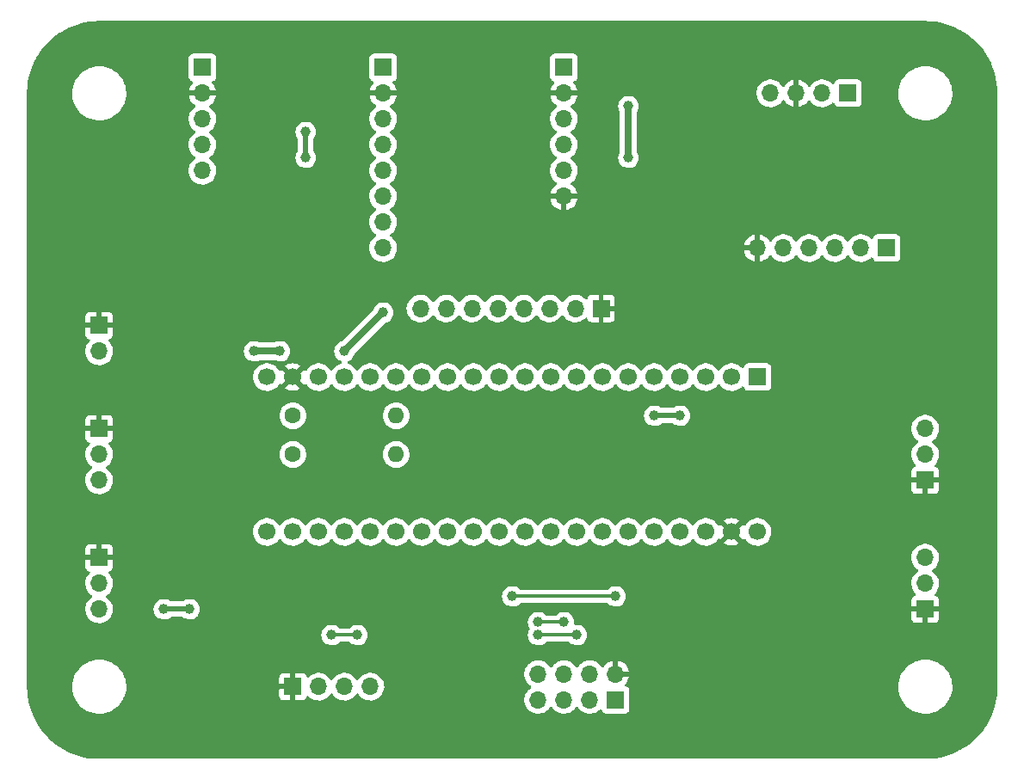
<source format=gbr>
%TF.GenerationSoftware,KiCad,Pcbnew,(6.0.8)*%
%TF.CreationDate,2022-12-03T20:58:23+01:00*%
%TF.ProjectId,f411,66343131-2e6b-4696-9361-645f70636258,V01*%
%TF.SameCoordinates,Original*%
%TF.FileFunction,Copper,L2,Bot*%
%TF.FilePolarity,Positive*%
%FSLAX46Y46*%
G04 Gerber Fmt 4.6, Leading zero omitted, Abs format (unit mm)*
G04 Created by KiCad (PCBNEW (6.0.8)) date 2022-12-03 20:58:23*
%MOMM*%
%LPD*%
G01*
G04 APERTURE LIST*
%TA.AperFunction,ComponentPad*%
%ADD10C,1.700000*%
%TD*%
%TA.AperFunction,ComponentPad*%
%ADD11R,1.700000X1.700000*%
%TD*%
%TA.AperFunction,ComponentPad*%
%ADD12O,1.700000X1.700000*%
%TD*%
%TA.AperFunction,ComponentPad*%
%ADD13C,1.600000*%
%TD*%
%TA.AperFunction,ComponentPad*%
%ADD14O,1.600000X1.600000*%
%TD*%
%TA.AperFunction,ViaPad*%
%ADD15C,1.000000*%
%TD*%
%TA.AperFunction,Conductor*%
%ADD16C,0.700000*%
%TD*%
%TA.AperFunction,Conductor*%
%ADD17C,0.500000*%
%TD*%
%TA.AperFunction,Conductor*%
%ADD18C,0.300000*%
%TD*%
G04 APERTURE END LIST*
D10*
%TO.P,U1,40,5V*%
%TO.N,+5V*%
X148590000Y-124460000D03*
%TO.P,U1,39,GND*%
%TO.N,GND*%
X146050000Y-124460000D03*
%TO.P,U1,38,3V3*%
%TO.N,+3.3V*%
X143510000Y-124460000D03*
%TO.P,U1,37,PB10*%
%TO.N,unconnected-(U1-Pad37)*%
X140970000Y-124460000D03*
%TO.P,U1,36,PB2*%
%TO.N,unconnected-(U1-Pad36)*%
X138430000Y-124460000D03*
%TO.P,U1,35,PB1*%
%TO.N,Net-(U1-Pad35)*%
X135890000Y-124460000D03*
%TO.P,U1,34,PB0*%
%TO.N,Net-(U1-Pad34)*%
X133350000Y-124460000D03*
%TO.P,U1,33,PA7*%
%TO.N,Net-(U1-Pad33)*%
X130810000Y-124460000D03*
%TO.P,U1,32,PA6*%
%TO.N,Net-(U1-Pad32)*%
X128270000Y-124460000D03*
%TO.P,U1,31,PA5*%
%TO.N,Net-(U1-Pad31)*%
X125730000Y-124460000D03*
%TO.P,U1,30,PA4*%
%TO.N,unconnected-(U1-Pad30)*%
X123190000Y-124460000D03*
%TO.P,U1,29,PA3*%
%TO.N,Net-(J8-Pad2)*%
X120650000Y-124460000D03*
%TO.P,U1,28,PA2*%
%TO.N,Net-(J8-Pad3)*%
X118110000Y-124460000D03*
%TO.P,U1,27,PA1*%
%TO.N,Net-(J1-Pad3)*%
X115570000Y-124460000D03*
%TO.P,U1,26,PA0*%
%TO.N,Net-(J2-Pad3)*%
X113030000Y-124460000D03*
%TO.P,U1,25,RES*%
%TO.N,unconnected-(U1-Pad25)*%
X110490000Y-124460000D03*
%TO.P,U1,24,PC15*%
%TO.N,unconnected-(U1-Pad24)*%
X107950000Y-124460000D03*
%TO.P,U1,23,PC14*%
%TO.N,unconnected-(U1-Pad23)*%
X105410000Y-124460000D03*
%TO.P,U1,22,PC13*%
%TO.N,unconnected-(U1-Pad22)*%
X102870000Y-124460000D03*
%TO.P,U1,21,VBat*%
%TO.N,unconnected-(U1-Pad21)*%
X100330000Y-124460000D03*
%TO.P,U1,20,3V3*%
%TO.N,+3.3V*%
X100330000Y-109220000D03*
%TO.P,U1,19,GND*%
%TO.N,GND*%
X102870000Y-109220000D03*
%TO.P,U1,18,5V*%
%TO.N,+5V*%
X105410000Y-109220000D03*
%TO.P,U1,17,PB9*%
%TO.N,unconnected-(U1-Pad17)*%
X107950000Y-109220000D03*
%TO.P,U1,16,PB8*%
%TO.N,unconnected-(U1-Pad16)*%
X110490000Y-109220000D03*
%TO.P,U1,15,PB7*%
%TO.N,Net-(J10-Pad4)*%
X113030000Y-109220000D03*
%TO.P,U1,14,PB6*%
%TO.N,Net-(J10-Pad3)*%
X115570000Y-109220000D03*
%TO.P,U1,13,PB5*%
%TO.N,Net-(J14-Pad7)*%
X118110000Y-109220000D03*
%TO.P,U1,12,PB4*%
%TO.N,Net-(J14-Pad6)*%
X120650000Y-109220000D03*
%TO.P,U1,11,PB3*%
%TO.N,Net-(J14-Pad5)*%
X123190000Y-109220000D03*
%TO.P,U1,10,PA15*%
%TO.N,Net-(J14-Pad4)*%
X125730000Y-109220000D03*
%TO.P,U1,9,PA12*%
%TO.N,Net-(J14-Pad3)*%
X128270000Y-109220000D03*
%TO.P,U1,8,PA11*%
%TO.N,Net-(J9-Pad3)*%
X130810000Y-109220000D03*
%TO.P,U1,7,PA10*%
%TO.N,Net-(J4-Pad3)*%
X133350000Y-109220000D03*
%TO.P,U1,6,PA9*%
%TO.N,Net-(J4-Pad2)*%
X135890000Y-109220000D03*
%TO.P,U1,5,PA8*%
%TO.N,Net-(J3-Pad3)*%
X138430000Y-109220000D03*
%TO.P,U1,4,PB15*%
%TO.N,unconnected-(U1-Pad4)*%
X140970000Y-109220000D03*
%TO.P,U1,3,PB14*%
%TO.N,unconnected-(U1-Pad3)*%
X143510000Y-109220000D03*
%TO.P,U1,2,PB13*%
%TO.N,unconnected-(U1-Pad2)*%
X146050000Y-109220000D03*
D11*
%TO.P,U1,1,PB12*%
%TO.N,unconnected-(U1-Pad1)*%
X148590000Y-109220000D03*
%TD*%
%TO.P,J6,1,Pin_1*%
%TO.N,+3.3V*%
X134620000Y-140990000D03*
D12*
%TO.P,J6,2,Pin_2*%
%TO.N,GND*%
X134620000Y-138450000D03*
%TO.P,J6,3,Pin_3*%
%TO.N,Net-(U1-Pad35)*%
X132080000Y-140990000D03*
%TO.P,J6,4,Pin_4*%
%TO.N,Net-(U1-Pad34)*%
X132080000Y-138450000D03*
%TO.P,J6,5,Pin_5*%
%TO.N,Net-(U1-Pad33)*%
X129540000Y-140990000D03*
%TO.P,J6,6,Pin_6*%
%TO.N,Net-(U1-Pad31)*%
X129540000Y-138450000D03*
%TO.P,J6,7,Pin_7*%
%TO.N,unconnected-(J6-Pad7)*%
X127000000Y-140990000D03*
%TO.P,J6,8,Pin_8*%
%TO.N,Net-(U1-Pad32)*%
X127000000Y-138450000D03*
%TD*%
D11*
%TO.P,J13,1,Pin_1*%
%TO.N,Net-(J10-Pad4)*%
X157480000Y-81280000D03*
D12*
%TO.P,J13,2,Pin_2*%
%TO.N,Net-(J10-Pad3)*%
X154940000Y-81280000D03*
%TO.P,J13,3,Pin_3*%
%TO.N,GND*%
X152400000Y-81280000D03*
%TO.P,J13,4,Pin_4*%
%TO.N,+3.3V*%
X149860000Y-81280000D03*
%TD*%
D11*
%TO.P,J2,1,Pin_1*%
%TO.N,GND*%
X83820000Y-114300000D03*
D12*
%TO.P,J2,2,Pin_2*%
%TO.N,+5V*%
X83820000Y-116840000D03*
%TO.P,J2,3,Pin_3*%
%TO.N,Net-(J2-Pad3)*%
X83820000Y-119380000D03*
%TD*%
D11*
%TO.P,J5,1,Pin_1*%
%TO.N,GND*%
X83820000Y-104140000D03*
D12*
%TO.P,J5,2,Pin_2*%
%TO.N,+5V*%
X83820000Y-106680000D03*
%TD*%
D11*
%TO.P,J11,1,Pin_1*%
%TO.N,+3.3V*%
X111760000Y-78740000D03*
D12*
%TO.P,J11,2,Pin_2*%
%TO.N,GND*%
X111760000Y-81280000D03*
%TO.P,J11,3,Pin_3*%
%TO.N,Net-(J10-Pad3)*%
X111760000Y-83820000D03*
%TO.P,J11,4,Pin_4*%
%TO.N,Net-(J10-Pad4)*%
X111760000Y-86360000D03*
%TO.P,J11,5,Pin_5*%
%TO.N,unconnected-(J11-Pad5)*%
X111760000Y-88900000D03*
%TO.P,J11,6,Pin_6*%
%TO.N,unconnected-(J11-Pad6)*%
X111760000Y-91440000D03*
%TO.P,J11,7,Pin_7*%
%TO.N,unconnected-(J11-Pad7)*%
X111760000Y-93980000D03*
%TO.P,J11,8,Pin_8*%
%TO.N,unconnected-(J11-Pad8)*%
X111760000Y-96520000D03*
%TD*%
D11*
%TO.P,J12,1,Pin_1*%
%TO.N,+3.3V*%
X129540000Y-78740000D03*
D12*
%TO.P,J12,2,Pin_2*%
%TO.N,GND*%
X129540000Y-81280000D03*
%TO.P,J12,3,Pin_3*%
%TO.N,Net-(J10-Pad3)*%
X129540000Y-83820000D03*
%TO.P,J12,4,Pin_4*%
%TO.N,Net-(J10-Pad4)*%
X129540000Y-86360000D03*
%TO.P,J12,5,Pin_5*%
%TO.N,+3.3V*%
X129540000Y-88900000D03*
%TO.P,J12,6,Pin_6*%
%TO.N,GND*%
X129540000Y-91440000D03*
%TD*%
D11*
%TO.P,J10,1,Pin_1*%
%TO.N,+3.3V*%
X93980000Y-78740000D03*
D12*
%TO.P,J10,2,Pin_2*%
%TO.N,GND*%
X93980000Y-81280000D03*
%TO.P,J10,3,Pin_3*%
%TO.N,Net-(J10-Pad3)*%
X93980000Y-83820000D03*
%TO.P,J10,4,Pin_4*%
%TO.N,Net-(J10-Pad4)*%
X93980000Y-86360000D03*
%TO.P,J10,5,Pin_5*%
%TO.N,unconnected-(J10-Pad5)*%
X93980000Y-88900000D03*
%TD*%
D11*
%TO.P,J3,1,Pin_1*%
%TO.N,GND*%
X165100000Y-132080000D03*
D12*
%TO.P,J3,2,Pin_2*%
%TO.N,+5V*%
X165100000Y-129540000D03*
%TO.P,J3,3,Pin_3*%
%TO.N,Net-(J3-Pad3)*%
X165100000Y-127000000D03*
%TD*%
D11*
%TO.P,J4,1,Pin_1*%
%TO.N,unconnected-(J4-Pad1)*%
X161290000Y-96520000D03*
D12*
%TO.P,J4,2,Pin_2*%
%TO.N,Net-(J4-Pad2)*%
X158750000Y-96520000D03*
%TO.P,J4,3,Pin_3*%
%TO.N,Net-(J4-Pad3)*%
X156210000Y-96520000D03*
%TO.P,J4,4,Pin_4*%
%TO.N,unconnected-(J4-Pad4)*%
X153670000Y-96520000D03*
%TO.P,J4,5,Pin_5*%
%TO.N,unconnected-(J4-Pad5)*%
X151130000Y-96520000D03*
%TO.P,J4,6,Pin_6*%
%TO.N,GND*%
X148590000Y-96520000D03*
%TD*%
D11*
%TO.P,J8,1,Pin_1*%
%TO.N,GND*%
X102880000Y-139700000D03*
D12*
%TO.P,J8,2,Pin_2*%
%TO.N,Net-(J8-Pad2)*%
X105420000Y-139700000D03*
%TO.P,J8,3,Pin_3*%
%TO.N,Net-(J8-Pad3)*%
X107960000Y-139700000D03*
%TO.P,J8,4,Pin_4*%
%TO.N,+5V*%
X110500000Y-139700000D03*
%TD*%
D13*
%TO.P,R10k1,1*%
%TO.N,+3.3V*%
X102870000Y-113030000D03*
D14*
%TO.P,R10k1,2*%
%TO.N,Net-(J10-Pad4)*%
X113030000Y-113030000D03*
%TD*%
D11*
%TO.P,J9,1,Pin_1*%
%TO.N,GND*%
X165100000Y-119380000D03*
D12*
%TO.P,J9,2,Pin_2*%
%TO.N,+5V*%
X165100000Y-116840000D03*
%TO.P,J9,3,Pin_3*%
%TO.N,Net-(J9-Pad3)*%
X165100000Y-114300000D03*
%TD*%
D13*
%TO.P,R10k2,1*%
%TO.N,+3.3V*%
X102870000Y-116840000D03*
D14*
%TO.P,R10k2,2*%
%TO.N,Net-(J10-Pad3)*%
X113030000Y-116840000D03*
%TD*%
D11*
%TO.P,J1,1,Pin_1*%
%TO.N,GND*%
X83820000Y-127000000D03*
D12*
%TO.P,J1,2,Pin_2*%
%TO.N,+5V*%
X83820000Y-129540000D03*
%TO.P,J1,3,Pin_3*%
%TO.N,Net-(J1-Pad3)*%
X83820000Y-132080000D03*
%TD*%
D11*
%TO.P,J14,1,Pin_1*%
%TO.N,GND*%
X133197600Y-102463600D03*
D12*
%TO.P,J14,2,Pin_2*%
%TO.N,+3.3V*%
X130657600Y-102463600D03*
%TO.P,J14,3,Pin_3*%
%TO.N,Net-(J14-Pad3)*%
X128117600Y-102463600D03*
%TO.P,J14,4,Pin_4*%
%TO.N,Net-(J14-Pad4)*%
X125577600Y-102463600D03*
%TO.P,J14,5,Pin_5*%
%TO.N,Net-(J14-Pad5)*%
X123037600Y-102463600D03*
%TO.P,J14,6,Pin_6*%
%TO.N,Net-(J14-Pad6)*%
X120497600Y-102463600D03*
%TO.P,J14,7,Pin_7*%
%TO.N,Net-(J14-Pad7)*%
X117957600Y-102463600D03*
%TO.P,J14,8,Pin_8*%
%TO.N,+5V*%
X115417600Y-102463600D03*
%TD*%
D15*
%TO.N,+5V*%
X111760000Y-102870000D03*
X107950000Y-106680000D03*
X101600000Y-106680000D03*
X99060000Y-106680000D03*
%TO.N,+3.3V*%
X135890000Y-82550000D03*
X135890000Y-87630000D03*
%TO.N,Net-(J9-Pad3)*%
X140970000Y-113030000D03*
%TO.N,Net-(J8-Pad2)*%
X106680000Y-134620000D03*
X109220000Y-134620000D03*
%TO.N,Net-(J1-Pad3)*%
X92710000Y-132080000D03*
X90170000Y-132080000D03*
%TO.N,Net-(U1-Pad35)*%
X134620000Y-130810000D03*
X124460000Y-130810000D03*
%TO.N,Net-(U1-Pad33)*%
X130810000Y-134620000D03*
X127000000Y-134620000D03*
%TO.N,Net-(U1-Pad31)*%
X127000000Y-133350000D03*
X129540000Y-133350000D03*
%TO.N,Net-(J10-Pad3)*%
X104140000Y-85090000D03*
X104140000Y-87630000D03*
%TO.N,Net-(J9-Pad3)*%
X138430000Y-113030000D03*
%TD*%
D16*
%TO.N,+5V*%
X107950000Y-106680000D02*
X111760000Y-102870000D01*
X99060000Y-106680000D02*
X101600000Y-106680000D01*
%TO.N,+3.3V*%
X135890000Y-87630000D02*
X135890000Y-82550000D01*
D17*
%TO.N,Net-(J9-Pad3)*%
X140970000Y-113030000D02*
X138430000Y-113030000D01*
D18*
%TO.N,Net-(J8-Pad2)*%
X106680000Y-134620000D02*
X109220000Y-134620000D01*
D17*
%TO.N,Net-(J1-Pad3)*%
X90170000Y-132080000D02*
X92710000Y-132080000D01*
D18*
%TO.N,Net-(U1-Pad35)*%
X124460000Y-130810000D02*
X134620000Y-130810000D01*
%TO.N,Net-(U1-Pad33)*%
X130810000Y-134620000D02*
X127000000Y-134620000D01*
%TO.N,Net-(U1-Pad31)*%
X127000000Y-133350000D02*
X129540000Y-133350000D01*
D17*
%TO.N,Net-(J10-Pad3)*%
X104140000Y-87630000D02*
X104140000Y-85090000D01*
%TD*%
%TA.AperFunction,Conductor*%
%TO.N,GND*%
G36*
X165071779Y-74170274D02*
G01*
X165093724Y-74173691D01*
X165104248Y-74172315D01*
X165104250Y-74172315D01*
X165113988Y-74171042D01*
X165138621Y-74169880D01*
X165434360Y-74180442D01*
X165602017Y-74186429D01*
X165612620Y-74187188D01*
X166106781Y-74240316D01*
X166117290Y-74241826D01*
X166566451Y-74322864D01*
X166606420Y-74330075D01*
X166616814Y-74332336D01*
X167098392Y-74455252D01*
X167108597Y-74458249D01*
X167580164Y-74615201D01*
X167590130Y-74618918D01*
X168049318Y-74809120D01*
X168058978Y-74813532D01*
X168503428Y-75036009D01*
X168512763Y-75041106D01*
X168940193Y-75294712D01*
X168949126Y-75300452D01*
X169000231Y-75335935D01*
X169357389Y-75583914D01*
X169365904Y-75590288D01*
X169752907Y-75902155D01*
X169760945Y-75909121D01*
X170124695Y-76247784D01*
X170132216Y-76255305D01*
X170470879Y-76619055D01*
X170477845Y-76627093D01*
X170789712Y-77014096D01*
X170796086Y-77022611D01*
X171079543Y-77430867D01*
X171085288Y-77439807D01*
X171200982Y-77634798D01*
X171338894Y-77867237D01*
X171343991Y-77876572D01*
X171566468Y-78321022D01*
X171570880Y-78330682D01*
X171713358Y-78674653D01*
X171761082Y-78789870D01*
X171764799Y-78799836D01*
X171921751Y-79271403D01*
X171924748Y-79281608D01*
X172047664Y-79763186D01*
X172049925Y-79773580D01*
X172052989Y-79790561D01*
X172137800Y-80260635D01*
X172138172Y-80262699D01*
X172139684Y-80273219D01*
X172188252Y-80724968D01*
X172192812Y-80767378D01*
X172193571Y-80777983D01*
X172209678Y-81228986D01*
X172209842Y-81233577D01*
X172208163Y-81261814D01*
X172206309Y-81273724D01*
X172208019Y-81286801D01*
X172210242Y-81303802D01*
X172211500Y-81323121D01*
X172211500Y-139648855D01*
X172209726Y-139671779D01*
X172206309Y-139693724D01*
X172207685Y-139704248D01*
X172207685Y-139704250D01*
X172208958Y-139713988D01*
X172210120Y-139738621D01*
X172193571Y-140202013D01*
X172192812Y-140212620D01*
X172149535Y-140615158D01*
X172139685Y-140706773D01*
X172138174Y-140717290D01*
X172092729Y-140969174D01*
X172049925Y-141206420D01*
X172047664Y-141216814D01*
X171924748Y-141698392D01*
X171921751Y-141708597D01*
X171764799Y-142180164D01*
X171761082Y-142190130D01*
X171748984Y-142219338D01*
X171570880Y-142649318D01*
X171566468Y-142658978D01*
X171343991Y-143103428D01*
X171338894Y-143112763D01*
X171143656Y-143441820D01*
X171085293Y-143540185D01*
X171079543Y-143549133D01*
X170796086Y-143957389D01*
X170789712Y-143965904D01*
X170477845Y-144352907D01*
X170470879Y-144360945D01*
X170132216Y-144724695D01*
X170124695Y-144732216D01*
X169760945Y-145070879D01*
X169752907Y-145077845D01*
X169365904Y-145389712D01*
X169357391Y-145396085D01*
X168949126Y-145679548D01*
X168940193Y-145685288D01*
X168654357Y-145854883D01*
X168512763Y-145938894D01*
X168503428Y-145943991D01*
X168058978Y-146166468D01*
X168049318Y-146170880D01*
X167670710Y-146327705D01*
X167590130Y-146361082D01*
X167580164Y-146364799D01*
X167108597Y-146521751D01*
X167098392Y-146524748D01*
X166616814Y-146647664D01*
X166606419Y-146649925D01*
X166117290Y-146738174D01*
X166106781Y-146739684D01*
X165612620Y-146792812D01*
X165602017Y-146793571D01*
X165146422Y-146809842D01*
X165118186Y-146808163D01*
X165106276Y-146806309D01*
X165083163Y-146809331D01*
X165076198Y-146810242D01*
X165056879Y-146811500D01*
X83871145Y-146811500D01*
X83848221Y-146809726D01*
X83836764Y-146807942D01*
X83826276Y-146806309D01*
X83815752Y-146807685D01*
X83815750Y-146807685D01*
X83806012Y-146808958D01*
X83781379Y-146810120D01*
X83485640Y-146799558D01*
X83317983Y-146793571D01*
X83307380Y-146792812D01*
X82813219Y-146739684D01*
X82802710Y-146738174D01*
X82313581Y-146649925D01*
X82303186Y-146647664D01*
X81821608Y-146524748D01*
X81811403Y-146521751D01*
X81339836Y-146364799D01*
X81329870Y-146361082D01*
X81249290Y-146327705D01*
X80870682Y-146170880D01*
X80861022Y-146166468D01*
X80416572Y-145943991D01*
X80407237Y-145938894D01*
X80265643Y-145854883D01*
X79979807Y-145685288D01*
X79970874Y-145679548D01*
X79562609Y-145396085D01*
X79554096Y-145389712D01*
X79167093Y-145077845D01*
X79159055Y-145070879D01*
X78795305Y-144732216D01*
X78787784Y-144724695D01*
X78449121Y-144360945D01*
X78442155Y-144352907D01*
X78130288Y-143965904D01*
X78123914Y-143957389D01*
X77840457Y-143549133D01*
X77834707Y-143540185D01*
X77776345Y-143441820D01*
X77581106Y-143112763D01*
X77576009Y-143103428D01*
X77353532Y-142658978D01*
X77349120Y-142649318D01*
X77171016Y-142219338D01*
X77158918Y-142190130D01*
X77155201Y-142180164D01*
X76998249Y-141708597D01*
X76995252Y-141698392D01*
X76872336Y-141216814D01*
X76870075Y-141206420D01*
X76827271Y-140969174D01*
X76781826Y-140717290D01*
X76780315Y-140706773D01*
X76770466Y-140615158D01*
X76727188Y-140212620D01*
X76726429Y-140202013D01*
X76710299Y-139750358D01*
X76710553Y-139746485D01*
X81156854Y-139746485D01*
X81157210Y-139751007D01*
X81157210Y-139751014D01*
X81168126Y-139889715D01*
X81182370Y-140070695D01*
X81183278Y-140075157D01*
X81234238Y-140325636D01*
X81247206Y-140389378D01*
X81350398Y-140697784D01*
X81490405Y-140991316D01*
X81665141Y-141265597D01*
X81872001Y-141516538D01*
X82107902Y-141740399D01*
X82111549Y-141743098D01*
X82111553Y-141743101D01*
X82174763Y-141789874D01*
X82369326Y-141933843D01*
X82373273Y-141936076D01*
X82373279Y-141936080D01*
X82648413Y-142091743D01*
X82652376Y-142093985D01*
X82656582Y-142095727D01*
X82879368Y-142188008D01*
X82952832Y-142218438D01*
X83266216Y-142305347D01*
X83368319Y-142320606D01*
X83583986Y-142352838D01*
X83583993Y-142352839D01*
X83587856Y-142353416D01*
X83591755Y-142353586D01*
X83591763Y-142353587D01*
X83702686Y-142358430D01*
X83702696Y-142358430D01*
X83704294Y-142358500D01*
X83902598Y-142358500D01*
X83904852Y-142358362D01*
X83904857Y-142358362D01*
X84140067Y-142343976D01*
X84140074Y-142343975D01*
X84144605Y-142343698D01*
X84149068Y-142342871D01*
X84149075Y-142342870D01*
X84347893Y-142306021D01*
X84464372Y-142284433D01*
X84680627Y-142216248D01*
X84770194Y-142188008D01*
X84770197Y-142188007D01*
X84774532Y-142186640D01*
X84958665Y-142102726D01*
X85066311Y-142053669D01*
X85066315Y-142053667D01*
X85070462Y-142051777D01*
X85347751Y-141881854D01*
X85602264Y-141679405D01*
X85615754Y-141665678D01*
X85827018Y-141450693D01*
X85830208Y-141447447D01*
X86028185Y-141189439D01*
X86193242Y-140909227D01*
X86280606Y-140708303D01*
X86321107Y-140615158D01*
X86321108Y-140615156D01*
X86322920Y-140610988D01*
X86328161Y-140593293D01*
X101530000Y-140593293D01*
X101530437Y-140601352D01*
X101535632Y-140649179D01*
X101539923Y-140667225D01*
X101583189Y-140782637D01*
X101593285Y-140801078D01*
X101666445Y-140898695D01*
X101681305Y-140913555D01*
X101778922Y-140986715D01*
X101797363Y-140996811D01*
X101912775Y-141040077D01*
X101930821Y-141044368D01*
X101978648Y-141049563D01*
X101986707Y-141050000D01*
X102610384Y-141050000D01*
X102625855Y-141045855D01*
X102630000Y-141030384D01*
X103130000Y-141030384D01*
X103134145Y-141045855D01*
X103149616Y-141050000D01*
X103773293Y-141050000D01*
X103781352Y-141049563D01*
X103829179Y-141044368D01*
X103847225Y-141040077D01*
X103962637Y-140996811D01*
X103981078Y-140986715D01*
X104078695Y-140913555D01*
X104093555Y-140898695D01*
X104166715Y-140801078D01*
X104176808Y-140782643D01*
X104204676Y-140708303D01*
X104249520Y-140645551D01*
X104319731Y-140613628D01*
X104396498Y-140621087D01*
X104456814Y-140663046D01*
X104460435Y-140667225D01*
X104466250Y-140673938D01*
X104547235Y-140741173D01*
X104627098Y-140807476D01*
X104638126Y-140816632D01*
X104643407Y-140819718D01*
X104825712Y-140926248D01*
X104831000Y-140929338D01*
X105039692Y-141009030D01*
X105258597Y-141053567D01*
X105264706Y-141053791D01*
X105475721Y-141061529D01*
X105475724Y-141061529D01*
X105481837Y-141061753D01*
X105703416Y-141033368D01*
X105709281Y-141031608D01*
X105709283Y-141031608D01*
X105791821Y-141006845D01*
X105917384Y-140969174D01*
X106117994Y-140870896D01*
X106122969Y-140867347D01*
X106122973Y-140867345D01*
X106294872Y-140744731D01*
X106294873Y-140744730D01*
X106299860Y-140741173D01*
X106426316Y-140615158D01*
X106453766Y-140587804D01*
X106453767Y-140587803D01*
X106458096Y-140583489D01*
X106461666Y-140578521D01*
X106570070Y-140427661D01*
X106629754Y-140378810D01*
X106705869Y-140366346D01*
X106778018Y-140393609D01*
X106818114Y-140436757D01*
X106859987Y-140505088D01*
X106863988Y-140509707D01*
X106863991Y-140509711D01*
X107002244Y-140669314D01*
X107002248Y-140669318D01*
X107006250Y-140673938D01*
X107087235Y-140741173D01*
X107167098Y-140807476D01*
X107178126Y-140816632D01*
X107183407Y-140819718D01*
X107365712Y-140926248D01*
X107371000Y-140929338D01*
X107579692Y-141009030D01*
X107798597Y-141053567D01*
X107804706Y-141053791D01*
X108015721Y-141061529D01*
X108015724Y-141061529D01*
X108021837Y-141061753D01*
X108243416Y-141033368D01*
X108249281Y-141031608D01*
X108249283Y-141031608D01*
X108331821Y-141006845D01*
X108457384Y-140969174D01*
X108657994Y-140870896D01*
X108662969Y-140867347D01*
X108662973Y-140867345D01*
X108834872Y-140744731D01*
X108834873Y-140744730D01*
X108839860Y-140741173D01*
X108966316Y-140615158D01*
X108993766Y-140587804D01*
X108993767Y-140587803D01*
X108998096Y-140583489D01*
X109001666Y-140578521D01*
X109110070Y-140427661D01*
X109169754Y-140378810D01*
X109245869Y-140366346D01*
X109318018Y-140393609D01*
X109358114Y-140436757D01*
X109399987Y-140505088D01*
X109403988Y-140509707D01*
X109403991Y-140509711D01*
X109542244Y-140669314D01*
X109542248Y-140669318D01*
X109546250Y-140673938D01*
X109627235Y-140741173D01*
X109707098Y-140807476D01*
X109718126Y-140816632D01*
X109723407Y-140819718D01*
X109905712Y-140926248D01*
X109911000Y-140929338D01*
X110119692Y-141009030D01*
X110338597Y-141053567D01*
X110344706Y-141053791D01*
X110555721Y-141061529D01*
X110555724Y-141061529D01*
X110561837Y-141061753D01*
X110783416Y-141033368D01*
X110789281Y-141031608D01*
X110789283Y-141031608D01*
X110871821Y-141006845D01*
X110997384Y-140969174D01*
X111022857Y-140956695D01*
X125637251Y-140956695D01*
X125650110Y-141179715D01*
X125651452Y-141185668D01*
X125651452Y-141185671D01*
X125656128Y-141206420D01*
X125699222Y-141397639D01*
X125783266Y-141604616D01*
X125899987Y-141795088D01*
X125903988Y-141799707D01*
X125903991Y-141799711D01*
X126042244Y-141959314D01*
X126042248Y-141959318D01*
X126046250Y-141963938D01*
X126127235Y-142031173D01*
X126202893Y-142093985D01*
X126218126Y-142106632D01*
X126223407Y-142109718D01*
X126405712Y-142216248D01*
X126411000Y-142219338D01*
X126619692Y-142299030D01*
X126838597Y-142343567D01*
X126844706Y-142343791D01*
X127055721Y-142351529D01*
X127055724Y-142351529D01*
X127061837Y-142351753D01*
X127283416Y-142323368D01*
X127289281Y-142321608D01*
X127289283Y-142321608D01*
X127371821Y-142296845D01*
X127497384Y-142259174D01*
X127697994Y-142160896D01*
X127702969Y-142157347D01*
X127702973Y-142157345D01*
X127874872Y-142034731D01*
X127874873Y-142034730D01*
X127879860Y-142031173D01*
X128038096Y-141873489D01*
X128094433Y-141795088D01*
X128150070Y-141717661D01*
X128209754Y-141668810D01*
X128285869Y-141656346D01*
X128358018Y-141683609D01*
X128398114Y-141726757D01*
X128439987Y-141795088D01*
X128443988Y-141799707D01*
X128443991Y-141799711D01*
X128582244Y-141959314D01*
X128582248Y-141959318D01*
X128586250Y-141963938D01*
X128667235Y-142031173D01*
X128742893Y-142093985D01*
X128758126Y-142106632D01*
X128763407Y-142109718D01*
X128945712Y-142216248D01*
X128951000Y-142219338D01*
X129159692Y-142299030D01*
X129378597Y-142343567D01*
X129384706Y-142343791D01*
X129595721Y-142351529D01*
X129595724Y-142351529D01*
X129601837Y-142351753D01*
X129823416Y-142323368D01*
X129829281Y-142321608D01*
X129829283Y-142321608D01*
X129911821Y-142296845D01*
X130037384Y-142259174D01*
X130237994Y-142160896D01*
X130242969Y-142157347D01*
X130242973Y-142157345D01*
X130414872Y-142034731D01*
X130414873Y-142034730D01*
X130419860Y-142031173D01*
X130578096Y-141873489D01*
X130634433Y-141795088D01*
X130690070Y-141717661D01*
X130749754Y-141668810D01*
X130825869Y-141656346D01*
X130898018Y-141683609D01*
X130938114Y-141726757D01*
X130979987Y-141795088D01*
X130983988Y-141799707D01*
X130983991Y-141799711D01*
X131122244Y-141959314D01*
X131122248Y-141959318D01*
X131126250Y-141963938D01*
X131207235Y-142031173D01*
X131282893Y-142093985D01*
X131298126Y-142106632D01*
X131303407Y-142109718D01*
X131485712Y-142216248D01*
X131491000Y-142219338D01*
X131699692Y-142299030D01*
X131918597Y-142343567D01*
X131924706Y-142343791D01*
X132135721Y-142351529D01*
X132135724Y-142351529D01*
X132141837Y-142351753D01*
X132363416Y-142323368D01*
X132369281Y-142321608D01*
X132369283Y-142321608D01*
X132451821Y-142296845D01*
X132577384Y-142259174D01*
X132777994Y-142160896D01*
X132782969Y-142157347D01*
X132782973Y-142157345D01*
X132954872Y-142034731D01*
X132954873Y-142034730D01*
X132959860Y-142031173D01*
X133042836Y-141948486D01*
X133109697Y-141910040D01*
X133186825Y-141910175D01*
X133253553Y-141948855D01*
X133287528Y-142001727D01*
X133319385Y-142086705D01*
X133325753Y-142095201D01*
X133325753Y-142095202D01*
X133331392Y-142102726D01*
X133406739Y-142203261D01*
X133415233Y-142209627D01*
X133426990Y-142218438D01*
X133523295Y-142290615D01*
X133533238Y-142294343D01*
X133533239Y-142294343D01*
X133650934Y-142338465D01*
X133650936Y-142338465D01*
X133659684Y-142341745D01*
X133668970Y-142342754D01*
X133668971Y-142342754D01*
X133717869Y-142348066D01*
X133717873Y-142348066D01*
X133721866Y-142348500D01*
X135518134Y-142348500D01*
X135522127Y-142348066D01*
X135522131Y-142348066D01*
X135571029Y-142342754D01*
X135571030Y-142342754D01*
X135580316Y-142341745D01*
X135589064Y-142338465D01*
X135589066Y-142338465D01*
X135706761Y-142294343D01*
X135706762Y-142294343D01*
X135716705Y-142290615D01*
X135813011Y-142218438D01*
X135824767Y-142209627D01*
X135833261Y-142203261D01*
X135908608Y-142102726D01*
X135914247Y-142095202D01*
X135914247Y-142095201D01*
X135920615Y-142086705D01*
X135965173Y-141967847D01*
X135968465Y-141959066D01*
X135968465Y-141959064D01*
X135971745Y-141950316D01*
X135972754Y-141941029D01*
X135978066Y-141892131D01*
X135978066Y-141892127D01*
X135978500Y-141888134D01*
X135978500Y-140091866D01*
X135971745Y-140029684D01*
X135954206Y-139982897D01*
X135924343Y-139903239D01*
X135924343Y-139903238D01*
X135920615Y-139893295D01*
X135833261Y-139776739D01*
X135798061Y-139750358D01*
X135792893Y-139746485D01*
X162436854Y-139746485D01*
X162437210Y-139751007D01*
X162437210Y-139751014D01*
X162448126Y-139889715D01*
X162462370Y-140070695D01*
X162463278Y-140075157D01*
X162514238Y-140325636D01*
X162527206Y-140389378D01*
X162630398Y-140697784D01*
X162770405Y-140991316D01*
X162945141Y-141265597D01*
X163152001Y-141516538D01*
X163387902Y-141740399D01*
X163391549Y-141743098D01*
X163391553Y-141743101D01*
X163454763Y-141789874D01*
X163649326Y-141933843D01*
X163653273Y-141936076D01*
X163653279Y-141936080D01*
X163928413Y-142091743D01*
X163932376Y-142093985D01*
X163936582Y-142095727D01*
X164159368Y-142188008D01*
X164232832Y-142218438D01*
X164546216Y-142305347D01*
X164648319Y-142320606D01*
X164863986Y-142352838D01*
X164863993Y-142352839D01*
X164867856Y-142353416D01*
X164871755Y-142353586D01*
X164871763Y-142353587D01*
X164982686Y-142358430D01*
X164982696Y-142358430D01*
X164984294Y-142358500D01*
X165182598Y-142358500D01*
X165184852Y-142358362D01*
X165184857Y-142358362D01*
X165420067Y-142343976D01*
X165420074Y-142343975D01*
X165424605Y-142343698D01*
X165429068Y-142342871D01*
X165429075Y-142342870D01*
X165627893Y-142306021D01*
X165744372Y-142284433D01*
X165960627Y-142216248D01*
X166050194Y-142188008D01*
X166050197Y-142188007D01*
X166054532Y-142186640D01*
X166238665Y-142102726D01*
X166346311Y-142053669D01*
X166346315Y-142053667D01*
X166350462Y-142051777D01*
X166627751Y-141881854D01*
X166882264Y-141679405D01*
X166895754Y-141665678D01*
X167107018Y-141450693D01*
X167110208Y-141447447D01*
X167308185Y-141189439D01*
X167473242Y-140909227D01*
X167560606Y-140708303D01*
X167601107Y-140615158D01*
X167601108Y-140615156D01*
X167602920Y-140610988D01*
X167695285Y-140299169D01*
X167748961Y-139978417D01*
X167759660Y-139733357D01*
X167762948Y-139658058D01*
X167762948Y-139658052D01*
X167763146Y-139653515D01*
X167762780Y-139648855D01*
X167737987Y-139333843D01*
X167737630Y-139329305D01*
X167705735Y-139172532D01*
X167673703Y-139015088D01*
X167673701Y-139015082D01*
X167672794Y-139010622D01*
X167569602Y-138702216D01*
X167429595Y-138408684D01*
X167254859Y-138134403D01*
X167047999Y-137883462D01*
X166812098Y-137659601D01*
X166808451Y-137656902D01*
X166808447Y-137656899D01*
X166620933Y-137518146D01*
X166550674Y-137466157D01*
X166546727Y-137463924D01*
X166546721Y-137463920D01*
X166271587Y-137308257D01*
X166271585Y-137308256D01*
X166267624Y-137306015D01*
X166043935Y-137213360D01*
X165971381Y-137183307D01*
X165971380Y-137183307D01*
X165967168Y-137181562D01*
X165653784Y-137094653D01*
X165551681Y-137079394D01*
X165336014Y-137047162D01*
X165336007Y-137047161D01*
X165332144Y-137046584D01*
X165328245Y-137046414D01*
X165328237Y-137046413D01*
X165217314Y-137041570D01*
X165217304Y-137041570D01*
X165215706Y-137041500D01*
X165017402Y-137041500D01*
X165015148Y-137041638D01*
X165015143Y-137041638D01*
X164779933Y-137056024D01*
X164779926Y-137056025D01*
X164775395Y-137056302D01*
X164770932Y-137057129D01*
X164770925Y-137057130D01*
X164592281Y-137090240D01*
X164455628Y-137115567D01*
X164267492Y-137174886D01*
X164149806Y-137211992D01*
X164149803Y-137211993D01*
X164145468Y-137213360D01*
X164013176Y-137273649D01*
X163853689Y-137346331D01*
X163853685Y-137346333D01*
X163849538Y-137348223D01*
X163572249Y-137518146D01*
X163317736Y-137720595D01*
X163314542Y-137723846D01*
X163314539Y-137723848D01*
X163246915Y-137792663D01*
X163089792Y-137952553D01*
X163087030Y-137956153D01*
X163087027Y-137956156D01*
X163016823Y-138047648D01*
X162891815Y-138210561D01*
X162726758Y-138490773D01*
X162645799Y-138676965D01*
X162621533Y-138732775D01*
X162597080Y-138789012D01*
X162504715Y-139100831D01*
X162451039Y-139421583D01*
X162445290Y-139553266D01*
X162438043Y-139719257D01*
X162436854Y-139746485D01*
X135792893Y-139746485D01*
X135725202Y-139695753D01*
X135725201Y-139695753D01*
X135716705Y-139689385D01*
X135622898Y-139654218D01*
X135560149Y-139609378D01*
X135528226Y-139539166D01*
X135535685Y-139462400D01*
X135569845Y-139409343D01*
X135653512Y-139325676D01*
X135661839Y-139315752D01*
X135789867Y-139132910D01*
X135796351Y-139121678D01*
X135890683Y-138919384D01*
X135895114Y-138907210D01*
X135945559Y-138718948D01*
X135945559Y-138702931D01*
X135940482Y-138700000D01*
X134519000Y-138700000D01*
X134444500Y-138680038D01*
X134389962Y-138625500D01*
X134370000Y-138551000D01*
X134370000Y-138180384D01*
X134870000Y-138180384D01*
X134874145Y-138195855D01*
X134889616Y-138200000D01*
X135931020Y-138200000D01*
X135946491Y-138195855D01*
X135948008Y-138190192D01*
X135895114Y-137992790D01*
X135890683Y-137980616D01*
X135796351Y-137778322D01*
X135789867Y-137767090D01*
X135661839Y-137584248D01*
X135653512Y-137574324D01*
X135495681Y-137416493D01*
X135485743Y-137408155D01*
X135302911Y-137280133D01*
X135291683Y-137273650D01*
X135089384Y-137179317D01*
X135077210Y-137174886D01*
X134888948Y-137124441D01*
X134872931Y-137124441D01*
X134870000Y-137129518D01*
X134870000Y-138180384D01*
X134370000Y-138180384D01*
X134370000Y-137138980D01*
X134365855Y-137123509D01*
X134360192Y-137121992D01*
X134162790Y-137174886D01*
X134150616Y-137179317D01*
X133948322Y-137273649D01*
X133937090Y-137280133D01*
X133754248Y-137408161D01*
X133744324Y-137416488D01*
X133586488Y-137574324D01*
X133578161Y-137584248D01*
X133476319Y-137729693D01*
X133417235Y-137779270D01*
X133341279Y-137792663D01*
X133268802Y-137766284D01*
X133229162Y-137725163D01*
X133163335Y-137623410D01*
X133163333Y-137623407D01*
X133160014Y-137618277D01*
X133009670Y-137453051D01*
X132879954Y-137350607D01*
X132839161Y-137318390D01*
X132839158Y-137318388D01*
X132834359Y-137314598D01*
X132638789Y-137206638D01*
X132428212Y-137132069D01*
X132422197Y-137130998D01*
X132422195Y-137130997D01*
X132335570Y-137115567D01*
X132208284Y-137092894D01*
X132202171Y-137092819D01*
X132202168Y-137092819D01*
X132108837Y-137091679D01*
X131984911Y-137090165D01*
X131978872Y-137091089D01*
X131978873Y-137091089D01*
X131770128Y-137123031D01*
X131770125Y-137123032D01*
X131764091Y-137123955D01*
X131551756Y-137193357D01*
X131353607Y-137296507D01*
X131174965Y-137430635D01*
X131170743Y-137435053D01*
X131170742Y-137435054D01*
X131153544Y-137453051D01*
X131020629Y-137592138D01*
X131017185Y-137597187D01*
X131017180Y-137597193D01*
X130932712Y-137721020D01*
X130874238Y-137771315D01*
X130798451Y-137785636D01*
X130725658Y-137760144D01*
X130684520Y-137717988D01*
X130623335Y-137623410D01*
X130623333Y-137623407D01*
X130620014Y-137618277D01*
X130469670Y-137453051D01*
X130339954Y-137350607D01*
X130299161Y-137318390D01*
X130299158Y-137318388D01*
X130294359Y-137314598D01*
X130098789Y-137206638D01*
X129888212Y-137132069D01*
X129882197Y-137130998D01*
X129882195Y-137130997D01*
X129795570Y-137115567D01*
X129668284Y-137092894D01*
X129662171Y-137092819D01*
X129662168Y-137092819D01*
X129568837Y-137091679D01*
X129444911Y-137090165D01*
X129438872Y-137091089D01*
X129438873Y-137091089D01*
X129230128Y-137123031D01*
X129230125Y-137123032D01*
X129224091Y-137123955D01*
X129011756Y-137193357D01*
X128813607Y-137296507D01*
X128634965Y-137430635D01*
X128630743Y-137435053D01*
X128630742Y-137435054D01*
X128613544Y-137453051D01*
X128480629Y-137592138D01*
X128477185Y-137597187D01*
X128477180Y-137597193D01*
X128392712Y-137721020D01*
X128334238Y-137771315D01*
X128258451Y-137785636D01*
X128185658Y-137760144D01*
X128144520Y-137717988D01*
X128083335Y-137623410D01*
X128083333Y-137623407D01*
X128080014Y-137618277D01*
X127929670Y-137453051D01*
X127799954Y-137350607D01*
X127759161Y-137318390D01*
X127759158Y-137318388D01*
X127754359Y-137314598D01*
X127558789Y-137206638D01*
X127348212Y-137132069D01*
X127342197Y-137130998D01*
X127342195Y-137130997D01*
X127255570Y-137115567D01*
X127128284Y-137092894D01*
X127122171Y-137092819D01*
X127122168Y-137092819D01*
X127028837Y-137091679D01*
X126904911Y-137090165D01*
X126898872Y-137091089D01*
X126898873Y-137091089D01*
X126690128Y-137123031D01*
X126690125Y-137123032D01*
X126684091Y-137123955D01*
X126471756Y-137193357D01*
X126273607Y-137296507D01*
X126094965Y-137430635D01*
X126090743Y-137435053D01*
X126090742Y-137435054D01*
X126073544Y-137453051D01*
X125940629Y-137592138D01*
X125814743Y-137776680D01*
X125720688Y-137979305D01*
X125719055Y-137985194D01*
X125719053Y-137985199D01*
X125664923Y-138180384D01*
X125660989Y-138194570D01*
X125637251Y-138416695D01*
X125642652Y-138510370D01*
X125645998Y-138568390D01*
X125650110Y-138639715D01*
X125651452Y-138645668D01*
X125651452Y-138645671D01*
X125664384Y-138703051D01*
X125699222Y-138857639D01*
X125783266Y-139064616D01*
X125786458Y-139069824D01*
X125786458Y-139069825D01*
X125808208Y-139105318D01*
X125899987Y-139255088D01*
X125903988Y-139259707D01*
X125903991Y-139259711D01*
X126042244Y-139419314D01*
X126042248Y-139419318D01*
X126046250Y-139423938D01*
X126127235Y-139491173D01*
X126202027Y-139553266D01*
X126218126Y-139566632D01*
X126223411Y-139569720D01*
X126223412Y-139569721D01*
X126257825Y-139589831D01*
X126312077Y-139644654D01*
X126331648Y-139719257D01*
X126311295Y-139793651D01*
X126272112Y-139837629D01*
X126099858Y-139966960D01*
X126099849Y-139966968D01*
X126094965Y-139970635D01*
X126090743Y-139975053D01*
X126090742Y-139975054D01*
X126073544Y-139993051D01*
X125940629Y-140132138D01*
X125814743Y-140316680D01*
X125720688Y-140519305D01*
X125719055Y-140525194D01*
X125719053Y-140525199D01*
X125667228Y-140712072D01*
X125660989Y-140734570D01*
X125637251Y-140956695D01*
X111022857Y-140956695D01*
X111197994Y-140870896D01*
X111202969Y-140867347D01*
X111202973Y-140867345D01*
X111374872Y-140744731D01*
X111374873Y-140744730D01*
X111379860Y-140741173D01*
X111506316Y-140615158D01*
X111533766Y-140587804D01*
X111533767Y-140587803D01*
X111538096Y-140583489D01*
X111541661Y-140578527D01*
X111541665Y-140578523D01*
X111664884Y-140407044D01*
X111664885Y-140407043D01*
X111668453Y-140402077D01*
X111676937Y-140384912D01*
X111764723Y-140207288D01*
X111767430Y-140201811D01*
X111769205Y-140195970D01*
X111769207Y-140195964D01*
X111830592Y-139993921D01*
X111832370Y-139988069D01*
X111861529Y-139766590D01*
X111862017Y-139746638D01*
X111862685Y-139719257D01*
X111863156Y-139700000D01*
X111851870Y-139562726D01*
X111845353Y-139483450D01*
X111845352Y-139483445D01*
X111844852Y-139477361D01*
X111837980Y-139450000D01*
X111806542Y-139324843D01*
X111790431Y-139260702D01*
X111701354Y-139055840D01*
X111580014Y-138868277D01*
X111429670Y-138703051D01*
X111321163Y-138617357D01*
X111259161Y-138568390D01*
X111259158Y-138568388D01*
X111254359Y-138564598D01*
X111058789Y-138456638D01*
X110848212Y-138382069D01*
X110842197Y-138380998D01*
X110842195Y-138380997D01*
X110759486Y-138366265D01*
X110628284Y-138342894D01*
X110622171Y-138342819D01*
X110622168Y-138342819D01*
X110528837Y-138341679D01*
X110404911Y-138340165D01*
X110398872Y-138341089D01*
X110398873Y-138341089D01*
X110190128Y-138373031D01*
X110190125Y-138373032D01*
X110184091Y-138373955D01*
X109971756Y-138443357D01*
X109773607Y-138546507D01*
X109594965Y-138680635D01*
X109590743Y-138685053D01*
X109590742Y-138685054D01*
X109576459Y-138700000D01*
X109440629Y-138842138D01*
X109437185Y-138847187D01*
X109437180Y-138847193D01*
X109352712Y-138971020D01*
X109294238Y-139021315D01*
X109218451Y-139035636D01*
X109145658Y-139010144D01*
X109104520Y-138967988D01*
X109043335Y-138873410D01*
X109043333Y-138873407D01*
X109040014Y-138868277D01*
X108889670Y-138703051D01*
X108781163Y-138617357D01*
X108719161Y-138568390D01*
X108719158Y-138568388D01*
X108714359Y-138564598D01*
X108518789Y-138456638D01*
X108308212Y-138382069D01*
X108302197Y-138380998D01*
X108302195Y-138380997D01*
X108219486Y-138366265D01*
X108088284Y-138342894D01*
X108082171Y-138342819D01*
X108082168Y-138342819D01*
X107988837Y-138341679D01*
X107864911Y-138340165D01*
X107858872Y-138341089D01*
X107858873Y-138341089D01*
X107650128Y-138373031D01*
X107650125Y-138373032D01*
X107644091Y-138373955D01*
X107431756Y-138443357D01*
X107233607Y-138546507D01*
X107054965Y-138680635D01*
X107050743Y-138685053D01*
X107050742Y-138685054D01*
X107036459Y-138700000D01*
X106900629Y-138842138D01*
X106897185Y-138847187D01*
X106897180Y-138847193D01*
X106812712Y-138971020D01*
X106754238Y-139021315D01*
X106678451Y-139035636D01*
X106605658Y-139010144D01*
X106564520Y-138967988D01*
X106503335Y-138873410D01*
X106503333Y-138873407D01*
X106500014Y-138868277D01*
X106349670Y-138703051D01*
X106241163Y-138617357D01*
X106179161Y-138568390D01*
X106179158Y-138568388D01*
X106174359Y-138564598D01*
X105978789Y-138456638D01*
X105768212Y-138382069D01*
X105762197Y-138380998D01*
X105762195Y-138380997D01*
X105679486Y-138366265D01*
X105548284Y-138342894D01*
X105542171Y-138342819D01*
X105542168Y-138342819D01*
X105448837Y-138341679D01*
X105324911Y-138340165D01*
X105318872Y-138341089D01*
X105318873Y-138341089D01*
X105110128Y-138373031D01*
X105110125Y-138373032D01*
X105104091Y-138373955D01*
X104891756Y-138443357D01*
X104693607Y-138546507D01*
X104514965Y-138680635D01*
X104510743Y-138685053D01*
X104510742Y-138685054D01*
X104453068Y-138745406D01*
X104387165Y-138785475D01*
X104310057Y-138787225D01*
X104242404Y-138750186D01*
X104205827Y-138694767D01*
X104176808Y-138617357D01*
X104166715Y-138598922D01*
X104093555Y-138501305D01*
X104078695Y-138486445D01*
X103981078Y-138413285D01*
X103962637Y-138403189D01*
X103847225Y-138359923D01*
X103829179Y-138355632D01*
X103781352Y-138350437D01*
X103773293Y-138350000D01*
X103149616Y-138350000D01*
X103134145Y-138354145D01*
X103130000Y-138369616D01*
X103130000Y-141030384D01*
X102630000Y-141030384D01*
X102630000Y-139969616D01*
X102625855Y-139954145D01*
X102610384Y-139950000D01*
X101549616Y-139950000D01*
X101534145Y-139954145D01*
X101530000Y-139969616D01*
X101530000Y-140593293D01*
X86328161Y-140593293D01*
X86415285Y-140299169D01*
X86468961Y-139978417D01*
X86479660Y-139733357D01*
X86482948Y-139658058D01*
X86482948Y-139658052D01*
X86483146Y-139653515D01*
X86482780Y-139648855D01*
X86465585Y-139430384D01*
X101530000Y-139430384D01*
X101534145Y-139445855D01*
X101549616Y-139450000D01*
X102610384Y-139450000D01*
X102625855Y-139445855D01*
X102630000Y-139430384D01*
X102630000Y-138369616D01*
X102625855Y-138354145D01*
X102610384Y-138350000D01*
X101986707Y-138350000D01*
X101978648Y-138350437D01*
X101930821Y-138355632D01*
X101912775Y-138359923D01*
X101797363Y-138403189D01*
X101778922Y-138413285D01*
X101681305Y-138486445D01*
X101666445Y-138501305D01*
X101593285Y-138598922D01*
X101583189Y-138617363D01*
X101539923Y-138732775D01*
X101535632Y-138750821D01*
X101530437Y-138798648D01*
X101530000Y-138806707D01*
X101530000Y-139430384D01*
X86465585Y-139430384D01*
X86457987Y-139333843D01*
X86457630Y-139329305D01*
X86425735Y-139172532D01*
X86393703Y-139015088D01*
X86393701Y-139015082D01*
X86392794Y-139010622D01*
X86289602Y-138702216D01*
X86149595Y-138408684D01*
X85974859Y-138134403D01*
X85767999Y-137883462D01*
X85532098Y-137659601D01*
X85528451Y-137656902D01*
X85528447Y-137656899D01*
X85340933Y-137518146D01*
X85270674Y-137466157D01*
X85266727Y-137463924D01*
X85266721Y-137463920D01*
X84991587Y-137308257D01*
X84991585Y-137308256D01*
X84987624Y-137306015D01*
X84763935Y-137213360D01*
X84691381Y-137183307D01*
X84691380Y-137183307D01*
X84687168Y-137181562D01*
X84373784Y-137094653D01*
X84271681Y-137079394D01*
X84056014Y-137047162D01*
X84056007Y-137047161D01*
X84052144Y-137046584D01*
X84048245Y-137046414D01*
X84048237Y-137046413D01*
X83937314Y-137041570D01*
X83937304Y-137041570D01*
X83935706Y-137041500D01*
X83737402Y-137041500D01*
X83735148Y-137041638D01*
X83735143Y-137041638D01*
X83499933Y-137056024D01*
X83499926Y-137056025D01*
X83495395Y-137056302D01*
X83490932Y-137057129D01*
X83490925Y-137057130D01*
X83312281Y-137090240D01*
X83175628Y-137115567D01*
X82987492Y-137174886D01*
X82869806Y-137211992D01*
X82869803Y-137211993D01*
X82865468Y-137213360D01*
X82733176Y-137273649D01*
X82573689Y-137346331D01*
X82573685Y-137346333D01*
X82569538Y-137348223D01*
X82292249Y-137518146D01*
X82037736Y-137720595D01*
X82034542Y-137723846D01*
X82034539Y-137723848D01*
X81966915Y-137792663D01*
X81809792Y-137952553D01*
X81807030Y-137956153D01*
X81807027Y-137956156D01*
X81736823Y-138047648D01*
X81611815Y-138210561D01*
X81446758Y-138490773D01*
X81365799Y-138676965D01*
X81341533Y-138732775D01*
X81317080Y-138789012D01*
X81224715Y-139100831D01*
X81171039Y-139421583D01*
X81165290Y-139553266D01*
X81158043Y-139719257D01*
X81156854Y-139746485D01*
X76710553Y-139746485D01*
X76712268Y-139720329D01*
X76713576Y-139712552D01*
X76713729Y-139700000D01*
X76710005Y-139673996D01*
X76708500Y-139652873D01*
X76708500Y-134605851D01*
X105666719Y-134605851D01*
X105683268Y-134802934D01*
X105685278Y-134809943D01*
X105685278Y-134809944D01*
X105697173Y-134851425D01*
X105737783Y-134993050D01*
X105828187Y-135168956D01*
X105951035Y-135323953D01*
X106101650Y-135452136D01*
X106149558Y-135478911D01*
X106267929Y-135545067D01*
X106267931Y-135545068D01*
X106274294Y-135548624D01*
X106462392Y-135609740D01*
X106515090Y-135616024D01*
X106651546Y-135632296D01*
X106651549Y-135632296D01*
X106658777Y-135633158D01*
X106855972Y-135617984D01*
X106862990Y-135616025D01*
X106862993Y-135616024D01*
X107039445Y-135566758D01*
X107039450Y-135566756D01*
X107046463Y-135564798D01*
X107052964Y-135561514D01*
X107052967Y-135561513D01*
X107216491Y-135478911D01*
X107216492Y-135478911D01*
X107222996Y-135475625D01*
X107378847Y-135353861D01*
X107399322Y-135330140D01*
X107463111Y-135286788D01*
X107512114Y-135278500D01*
X108384884Y-135278500D01*
X108459384Y-135298462D01*
X108489449Y-135321952D01*
X108491035Y-135323953D01*
X108496585Y-135328676D01*
X108496589Y-135328680D01*
X108519696Y-135348345D01*
X108641650Y-135452136D01*
X108689558Y-135478911D01*
X108807929Y-135545067D01*
X108807931Y-135545068D01*
X108814294Y-135548624D01*
X109002392Y-135609740D01*
X109055090Y-135616024D01*
X109191546Y-135632296D01*
X109191549Y-135632296D01*
X109198777Y-135633158D01*
X109395972Y-135617984D01*
X109402990Y-135616025D01*
X109402993Y-135616024D01*
X109579445Y-135566758D01*
X109579450Y-135566756D01*
X109586463Y-135564798D01*
X109592964Y-135561514D01*
X109592967Y-135561513D01*
X109756491Y-135478911D01*
X109756492Y-135478911D01*
X109762996Y-135475625D01*
X109918847Y-135353861D01*
X110048078Y-135204145D01*
X110145769Y-135032179D01*
X110156630Y-134999531D01*
X110205898Y-134851425D01*
X110205899Y-134851422D01*
X110208197Y-134844513D01*
X110232985Y-134648295D01*
X110233380Y-134620000D01*
X110231993Y-134605851D01*
X125986719Y-134605851D01*
X126003268Y-134802934D01*
X126005278Y-134809943D01*
X126005278Y-134809944D01*
X126017173Y-134851425D01*
X126057783Y-134993050D01*
X126148187Y-135168956D01*
X126271035Y-135323953D01*
X126421650Y-135452136D01*
X126469558Y-135478911D01*
X126587929Y-135545067D01*
X126587931Y-135545068D01*
X126594294Y-135548624D01*
X126782392Y-135609740D01*
X126835090Y-135616024D01*
X126971546Y-135632296D01*
X126971549Y-135632296D01*
X126978777Y-135633158D01*
X127175972Y-135617984D01*
X127182990Y-135616025D01*
X127182993Y-135616024D01*
X127359445Y-135566758D01*
X127359450Y-135566756D01*
X127366463Y-135564798D01*
X127372964Y-135561514D01*
X127372967Y-135561513D01*
X127536491Y-135478911D01*
X127536492Y-135478911D01*
X127542996Y-135475625D01*
X127698847Y-135353861D01*
X127719322Y-135330140D01*
X127783111Y-135286788D01*
X127832114Y-135278500D01*
X129974884Y-135278500D01*
X130049384Y-135298462D01*
X130079449Y-135321952D01*
X130081035Y-135323953D01*
X130086585Y-135328676D01*
X130086589Y-135328680D01*
X130109696Y-135348345D01*
X130231650Y-135452136D01*
X130279558Y-135478911D01*
X130397929Y-135545067D01*
X130397931Y-135545068D01*
X130404294Y-135548624D01*
X130592392Y-135609740D01*
X130645090Y-135616024D01*
X130781546Y-135632296D01*
X130781549Y-135632296D01*
X130788777Y-135633158D01*
X130985972Y-135617984D01*
X130992990Y-135616025D01*
X130992993Y-135616024D01*
X131169445Y-135566758D01*
X131169450Y-135566756D01*
X131176463Y-135564798D01*
X131182964Y-135561514D01*
X131182967Y-135561513D01*
X131346491Y-135478911D01*
X131346492Y-135478911D01*
X131352996Y-135475625D01*
X131508847Y-135353861D01*
X131638078Y-135204145D01*
X131735769Y-135032179D01*
X131746630Y-134999531D01*
X131795898Y-134851425D01*
X131795899Y-134851422D01*
X131798197Y-134844513D01*
X131822985Y-134648295D01*
X131823380Y-134620000D01*
X131804080Y-134423167D01*
X131799895Y-134409306D01*
X131749022Y-134240805D01*
X131749020Y-134240801D01*
X131746916Y-134233831D01*
X131743494Y-134227395D01*
X131657490Y-134065643D01*
X131657488Y-134065640D01*
X131654066Y-134059204D01*
X131644500Y-134047474D01*
X131533666Y-133911579D01*
X131533664Y-133911577D01*
X131529065Y-133905938D01*
X131523455Y-133901297D01*
X131523452Y-133901294D01*
X131382298Y-133784521D01*
X131382293Y-133784518D01*
X131376675Y-133779870D01*
X131362194Y-133772040D01*
X131209116Y-133689270D01*
X131209111Y-133689268D01*
X131202701Y-133685802D01*
X131013768Y-133627318D01*
X131006526Y-133626557D01*
X131006522Y-133626556D01*
X130824316Y-133607406D01*
X130824315Y-133607406D01*
X130817075Y-133606645D01*
X130705285Y-133616819D01*
X130629284Y-133603691D01*
X130570028Y-133554321D01*
X130543395Y-133481937D01*
X130543957Y-133449757D01*
X130546003Y-133433567D01*
X130552985Y-133378295D01*
X130553380Y-133350000D01*
X130534080Y-133153167D01*
X130529895Y-133139306D01*
X130479773Y-132973293D01*
X163750000Y-132973293D01*
X163750437Y-132981352D01*
X163755632Y-133029179D01*
X163759923Y-133047225D01*
X163803189Y-133162637D01*
X163813285Y-133181078D01*
X163886445Y-133278695D01*
X163901305Y-133293555D01*
X163998922Y-133366715D01*
X164017363Y-133376811D01*
X164132775Y-133420077D01*
X164150821Y-133424368D01*
X164198648Y-133429563D01*
X164206707Y-133430000D01*
X164830384Y-133430000D01*
X164845855Y-133425855D01*
X164850000Y-133410384D01*
X165350000Y-133410384D01*
X165354145Y-133425855D01*
X165369616Y-133430000D01*
X165993293Y-133430000D01*
X166001352Y-133429563D01*
X166049179Y-133424368D01*
X166067225Y-133420077D01*
X166182637Y-133376811D01*
X166201078Y-133366715D01*
X166298695Y-133293555D01*
X166313555Y-133278695D01*
X166386715Y-133181078D01*
X166396811Y-133162637D01*
X166440077Y-133047225D01*
X166444368Y-133029179D01*
X166449563Y-132981352D01*
X166450000Y-132973293D01*
X166450000Y-132349616D01*
X166445855Y-132334145D01*
X166430384Y-132330000D01*
X165369616Y-132330000D01*
X165354145Y-132334145D01*
X165350000Y-132349616D01*
X165350000Y-133410384D01*
X164850000Y-133410384D01*
X164850000Y-132349616D01*
X164845855Y-132334145D01*
X164830384Y-132330000D01*
X163769616Y-132330000D01*
X163754145Y-132334145D01*
X163750000Y-132349616D01*
X163750000Y-132973293D01*
X130479773Y-132973293D01*
X130479022Y-132970805D01*
X130479020Y-132970801D01*
X130476916Y-132963831D01*
X130473494Y-132957395D01*
X130387490Y-132795643D01*
X130387488Y-132795640D01*
X130384066Y-132789204D01*
X130378254Y-132782077D01*
X130263666Y-132641579D01*
X130263664Y-132641577D01*
X130259065Y-132635938D01*
X130253455Y-132631297D01*
X130253452Y-132631294D01*
X130112298Y-132514521D01*
X130112293Y-132514518D01*
X130106675Y-132509870D01*
X130092194Y-132502040D01*
X129939116Y-132419270D01*
X129939111Y-132419268D01*
X129932701Y-132415802D01*
X129797404Y-132373921D01*
X129750727Y-132359472D01*
X129750726Y-132359472D01*
X129743768Y-132357318D01*
X129736526Y-132356557D01*
X129736522Y-132356556D01*
X129554316Y-132337406D01*
X129554315Y-132337406D01*
X129547075Y-132336645D01*
X129505655Y-132340414D01*
X129357370Y-132353909D01*
X129357365Y-132353910D01*
X129350112Y-132354570D01*
X129343120Y-132356628D01*
X129343119Y-132356628D01*
X129167372Y-132408352D01*
X129167368Y-132408354D01*
X129160381Y-132410410D01*
X128985110Y-132502040D01*
X128830975Y-132625968D01*
X128826292Y-132631549D01*
X128826290Y-132631551D01*
X128820647Y-132638276D01*
X128757467Y-132682515D01*
X128706507Y-132691500D01*
X127835131Y-132691500D01*
X127760631Y-132671538D01*
X127730052Y-132645521D01*
X127728807Y-132646758D01*
X127723673Y-132641587D01*
X127719065Y-132635938D01*
X127713449Y-132631292D01*
X127713445Y-132631288D01*
X127572298Y-132514521D01*
X127572293Y-132514518D01*
X127566675Y-132509870D01*
X127552194Y-132502040D01*
X127399116Y-132419270D01*
X127399111Y-132419268D01*
X127392701Y-132415802D01*
X127257404Y-132373921D01*
X127210727Y-132359472D01*
X127210726Y-132359472D01*
X127203768Y-132357318D01*
X127196526Y-132356557D01*
X127196522Y-132356556D01*
X127014316Y-132337406D01*
X127014315Y-132337406D01*
X127007075Y-132336645D01*
X126965655Y-132340414D01*
X126817370Y-132353909D01*
X126817365Y-132353910D01*
X126810112Y-132354570D01*
X126803120Y-132356628D01*
X126803119Y-132356628D01*
X126627372Y-132408352D01*
X126627368Y-132408354D01*
X126620381Y-132410410D01*
X126445110Y-132502040D01*
X126290975Y-132625968D01*
X126163846Y-132777474D01*
X126160337Y-132783857D01*
X126087861Y-132915692D01*
X126068567Y-132950787D01*
X126066364Y-132957732D01*
X126066363Y-132957734D01*
X126023581Y-133092599D01*
X126008765Y-133139306D01*
X126007952Y-133146550D01*
X126007952Y-133146552D01*
X125989693Y-133309338D01*
X125986719Y-133335851D01*
X126003268Y-133532934D01*
X126005278Y-133539943D01*
X126005278Y-133539944D01*
X126048097Y-133689270D01*
X126057783Y-133723050D01*
X126148187Y-133898956D01*
X126152709Y-133904662D01*
X126152973Y-133905071D01*
X126176550Y-133978507D01*
X126158298Y-134057565D01*
X126072077Y-134214402D01*
X126068567Y-134220787D01*
X126008765Y-134409306D01*
X126007952Y-134416550D01*
X126007952Y-134416552D01*
X125987531Y-134598610D01*
X125986719Y-134605851D01*
X110231993Y-134605851D01*
X110214080Y-134423167D01*
X110209895Y-134409306D01*
X110159022Y-134240805D01*
X110159020Y-134240801D01*
X110156916Y-134233831D01*
X110153494Y-134227395D01*
X110067490Y-134065643D01*
X110067488Y-134065640D01*
X110064066Y-134059204D01*
X110054500Y-134047474D01*
X109943666Y-133911579D01*
X109943664Y-133911577D01*
X109939065Y-133905938D01*
X109933455Y-133901297D01*
X109933452Y-133901294D01*
X109792298Y-133784521D01*
X109792293Y-133784518D01*
X109786675Y-133779870D01*
X109772194Y-133772040D01*
X109619116Y-133689270D01*
X109619111Y-133689268D01*
X109612701Y-133685802D01*
X109423768Y-133627318D01*
X109416526Y-133626557D01*
X109416522Y-133626556D01*
X109234316Y-133607406D01*
X109234315Y-133607406D01*
X109227075Y-133606645D01*
X109185655Y-133610414D01*
X109037370Y-133623909D01*
X109037365Y-133623910D01*
X109030112Y-133624570D01*
X109023120Y-133626628D01*
X109023119Y-133626628D01*
X108847372Y-133678352D01*
X108847368Y-133678354D01*
X108840381Y-133680410D01*
X108665110Y-133772040D01*
X108510975Y-133895968D01*
X108506292Y-133901549D01*
X108506290Y-133901551D01*
X108500647Y-133908276D01*
X108437467Y-133952515D01*
X108386507Y-133961500D01*
X107515131Y-133961500D01*
X107440631Y-133941538D01*
X107410052Y-133915521D01*
X107408807Y-133916758D01*
X107403673Y-133911587D01*
X107399065Y-133905938D01*
X107393449Y-133901292D01*
X107393445Y-133901288D01*
X107252298Y-133784521D01*
X107252293Y-133784518D01*
X107246675Y-133779870D01*
X107232194Y-133772040D01*
X107079116Y-133689270D01*
X107079111Y-133689268D01*
X107072701Y-133685802D01*
X106883768Y-133627318D01*
X106876526Y-133626557D01*
X106876522Y-133626556D01*
X106694316Y-133607406D01*
X106694315Y-133607406D01*
X106687075Y-133606645D01*
X106645655Y-133610414D01*
X106497370Y-133623909D01*
X106497365Y-133623910D01*
X106490112Y-133624570D01*
X106483120Y-133626628D01*
X106483119Y-133626628D01*
X106307372Y-133678352D01*
X106307368Y-133678354D01*
X106300381Y-133680410D01*
X106125110Y-133772040D01*
X105970975Y-133895968D01*
X105843846Y-134047474D01*
X105748567Y-134220787D01*
X105688765Y-134409306D01*
X105687952Y-134416550D01*
X105687952Y-134416552D01*
X105667531Y-134598610D01*
X105666719Y-134605851D01*
X76708500Y-134605851D01*
X76708500Y-132046695D01*
X82457251Y-132046695D01*
X82470110Y-132269715D01*
X82471452Y-132275668D01*
X82471452Y-132275671D01*
X82485342Y-132337305D01*
X82519222Y-132487639D01*
X82603266Y-132694616D01*
X82719987Y-132885088D01*
X82723988Y-132889707D01*
X82723991Y-132889711D01*
X82862244Y-133049314D01*
X82862248Y-133049318D01*
X82866250Y-133053938D01*
X83038126Y-133196632D01*
X83043407Y-133199718D01*
X83225712Y-133306248D01*
X83231000Y-133309338D01*
X83439692Y-133389030D01*
X83658597Y-133433567D01*
X83664706Y-133433791D01*
X83875721Y-133441529D01*
X83875724Y-133441529D01*
X83881837Y-133441753D01*
X84103416Y-133413368D01*
X84109281Y-133411608D01*
X84109283Y-133411608D01*
X84191821Y-133386845D01*
X84317384Y-133349174D01*
X84517994Y-133250896D01*
X84522969Y-133247347D01*
X84522973Y-133247345D01*
X84694872Y-133124731D01*
X84694873Y-133124730D01*
X84699860Y-133121173D01*
X84816372Y-133005067D01*
X84853766Y-132967804D01*
X84853767Y-132967803D01*
X84858096Y-132963489D01*
X84861661Y-132958527D01*
X84861665Y-132958523D01*
X84984884Y-132787044D01*
X84984885Y-132787043D01*
X84988453Y-132782077D01*
X85087430Y-132581811D01*
X85089205Y-132575970D01*
X85089207Y-132575964D01*
X85150592Y-132373921D01*
X85152370Y-132368069D01*
X85181529Y-132146590D01*
X85183156Y-132080000D01*
X85181993Y-132065851D01*
X89156719Y-132065851D01*
X89173268Y-132262934D01*
X89175278Y-132269943D01*
X89175278Y-132269944D01*
X89218097Y-132419270D01*
X89227783Y-132453050D01*
X89318187Y-132628956D01*
X89441035Y-132783953D01*
X89516343Y-132848045D01*
X89565301Y-132889711D01*
X89591650Y-132912136D01*
X89639556Y-132938910D01*
X89757929Y-133005067D01*
X89757931Y-133005068D01*
X89764294Y-133008624D01*
X89952392Y-133069740D01*
X90005090Y-133076024D01*
X90141546Y-133092296D01*
X90141549Y-133092296D01*
X90148777Y-133093158D01*
X90345972Y-133077984D01*
X90352990Y-133076025D01*
X90352993Y-133076024D01*
X90529445Y-133026758D01*
X90529450Y-133026756D01*
X90536463Y-133024798D01*
X90542964Y-133021514D01*
X90542967Y-133021513D01*
X90706493Y-132938910D01*
X90706494Y-132938909D01*
X90712996Y-132935625D01*
X90718740Y-132931138D01*
X90796882Y-132870086D01*
X90867878Y-132839950D01*
X90888615Y-132838500D01*
X91990307Y-132838500D01*
X92064807Y-132858462D01*
X92086876Y-132874030D01*
X92131650Y-132912136D01*
X92179556Y-132938910D01*
X92297929Y-133005067D01*
X92297931Y-133005068D01*
X92304294Y-133008624D01*
X92492392Y-133069740D01*
X92545090Y-133076024D01*
X92681546Y-133092296D01*
X92681549Y-133092296D01*
X92688777Y-133093158D01*
X92885972Y-133077984D01*
X92892990Y-133076025D01*
X92892993Y-133076024D01*
X93069445Y-133026758D01*
X93069450Y-133026756D01*
X93076463Y-133024798D01*
X93082964Y-133021514D01*
X93082967Y-133021513D01*
X93246491Y-132938911D01*
X93246493Y-132938910D01*
X93252996Y-132935625D01*
X93375455Y-132839950D01*
X93403104Y-132818348D01*
X93408847Y-132813861D01*
X93516664Y-132688954D01*
X93533316Y-132669662D01*
X93533317Y-132669661D01*
X93538078Y-132664145D01*
X93635769Y-132492179D01*
X93646630Y-132459531D01*
X93695898Y-132311425D01*
X93695899Y-132311422D01*
X93698197Y-132304513D01*
X93722985Y-132108295D01*
X93723380Y-132080000D01*
X93704080Y-131883167D01*
X93698127Y-131863450D01*
X93649022Y-131700805D01*
X93649020Y-131700801D01*
X93646916Y-131693831D01*
X93643494Y-131687395D01*
X93557490Y-131525643D01*
X93557488Y-131525640D01*
X93554066Y-131519204D01*
X93545128Y-131508244D01*
X93433666Y-131371579D01*
X93433664Y-131371577D01*
X93429065Y-131365938D01*
X93423455Y-131361297D01*
X93423452Y-131361294D01*
X93282298Y-131244521D01*
X93282293Y-131244518D01*
X93276675Y-131239870D01*
X93262194Y-131232040D01*
X93109116Y-131149270D01*
X93109111Y-131149268D01*
X93102701Y-131145802D01*
X92913768Y-131087318D01*
X92906526Y-131086557D01*
X92906522Y-131086556D01*
X92724316Y-131067406D01*
X92724315Y-131067406D01*
X92717075Y-131066645D01*
X92675655Y-131070414D01*
X92527370Y-131083909D01*
X92527365Y-131083910D01*
X92520112Y-131084570D01*
X92513120Y-131086628D01*
X92513119Y-131086628D01*
X92337372Y-131138352D01*
X92337368Y-131138354D01*
X92330381Y-131140410D01*
X92155110Y-131232040D01*
X92084735Y-131288623D01*
X92014167Y-131319746D01*
X91991373Y-131321500D01*
X90888993Y-131321500D01*
X90814493Y-131301538D01*
X90794017Y-131287307D01*
X90746837Y-131248277D01*
X90736675Y-131239870D01*
X90722194Y-131232040D01*
X90569116Y-131149270D01*
X90569111Y-131149268D01*
X90562701Y-131145802D01*
X90373768Y-131087318D01*
X90366526Y-131086557D01*
X90366522Y-131086556D01*
X90184316Y-131067406D01*
X90184315Y-131067406D01*
X90177075Y-131066645D01*
X90135655Y-131070414D01*
X89987370Y-131083909D01*
X89987365Y-131083910D01*
X89980112Y-131084570D01*
X89973120Y-131086628D01*
X89973119Y-131086628D01*
X89797372Y-131138352D01*
X89797368Y-131138354D01*
X89790381Y-131140410D01*
X89615110Y-131232040D01*
X89609429Y-131236608D01*
X89609427Y-131236609D01*
X89599587Y-131244521D01*
X89460975Y-131355968D01*
X89333846Y-131507474D01*
X89327397Y-131519204D01*
X89257861Y-131645692D01*
X89238567Y-131680787D01*
X89236364Y-131687732D01*
X89236363Y-131687734D01*
X89191234Y-131830000D01*
X89178765Y-131869306D01*
X89177952Y-131876550D01*
X89177952Y-131876552D01*
X89158183Y-132052795D01*
X89156719Y-132065851D01*
X85181993Y-132065851D01*
X85164852Y-131857361D01*
X85157980Y-131830000D01*
X85123776Y-131693831D01*
X85110431Y-131640702D01*
X85021354Y-131435840D01*
X84900014Y-131248277D01*
X84749670Y-131083051D01*
X84626359Y-130985665D01*
X84579161Y-130948390D01*
X84579158Y-130948388D01*
X84574359Y-130944598D01*
X84565028Y-130939447D01*
X84509453Y-130885966D01*
X84488064Y-130811863D01*
X84492027Y-130795851D01*
X123446719Y-130795851D01*
X123463268Y-130992934D01*
X123465278Y-130999943D01*
X123465278Y-130999944D01*
X123508097Y-131149270D01*
X123517783Y-131183050D01*
X123608187Y-131358956D01*
X123731035Y-131513953D01*
X123759696Y-131538345D01*
X123843074Y-131609305D01*
X123881650Y-131642136D01*
X123929558Y-131668911D01*
X124047929Y-131735067D01*
X124047931Y-131735068D01*
X124054294Y-131738624D01*
X124242392Y-131799740D01*
X124295090Y-131806024D01*
X124431546Y-131822296D01*
X124431549Y-131822296D01*
X124438777Y-131823158D01*
X124635972Y-131807984D01*
X124642990Y-131806025D01*
X124642993Y-131806024D01*
X124819445Y-131756758D01*
X124819450Y-131756756D01*
X124826463Y-131754798D01*
X124832964Y-131751514D01*
X124832967Y-131751513D01*
X124996491Y-131668911D01*
X124996492Y-131668911D01*
X125002996Y-131665625D01*
X125158847Y-131543861D01*
X125179322Y-131520140D01*
X125243111Y-131476788D01*
X125292114Y-131468500D01*
X133784884Y-131468500D01*
X133859384Y-131488462D01*
X133889449Y-131511952D01*
X133891035Y-131513953D01*
X133896585Y-131518676D01*
X133896589Y-131518680D01*
X134003074Y-131609305D01*
X134041650Y-131642136D01*
X134089558Y-131668911D01*
X134207929Y-131735067D01*
X134207931Y-131735068D01*
X134214294Y-131738624D01*
X134402392Y-131799740D01*
X134455090Y-131806024D01*
X134591546Y-131822296D01*
X134591549Y-131822296D01*
X134598777Y-131823158D01*
X134795972Y-131807984D01*
X134802990Y-131806025D01*
X134802993Y-131806024D01*
X134979445Y-131756758D01*
X134979450Y-131756756D01*
X134986463Y-131754798D01*
X134992964Y-131751514D01*
X134992967Y-131751513D01*
X135156491Y-131668911D01*
X135156492Y-131668911D01*
X135162996Y-131665625D01*
X135318847Y-131543861D01*
X135448078Y-131394145D01*
X135545769Y-131222179D01*
X135557569Y-131186707D01*
X135605898Y-131041425D01*
X135605899Y-131041422D01*
X135608197Y-131034513D01*
X135621841Y-130926507D01*
X135632464Y-130842422D01*
X135632464Y-130842416D01*
X135632985Y-130838295D01*
X135633380Y-130810000D01*
X135614080Y-130613167D01*
X135609895Y-130599306D01*
X135559022Y-130430805D01*
X135559020Y-130430801D01*
X135556916Y-130423831D01*
X135553494Y-130417395D01*
X135467490Y-130255643D01*
X135467488Y-130255640D01*
X135464066Y-130249204D01*
X135458254Y-130242077D01*
X135343666Y-130101579D01*
X135343664Y-130101577D01*
X135339065Y-130095938D01*
X135333455Y-130091297D01*
X135333452Y-130091294D01*
X135192298Y-129974521D01*
X135192293Y-129974518D01*
X135186675Y-129969870D01*
X135172194Y-129962040D01*
X135019116Y-129879270D01*
X135019111Y-129879268D01*
X135012701Y-129875802D01*
X134877404Y-129833921D01*
X134830727Y-129819472D01*
X134830726Y-129819472D01*
X134823768Y-129817318D01*
X134816526Y-129816557D01*
X134816522Y-129816556D01*
X134634316Y-129797406D01*
X134634315Y-129797406D01*
X134627075Y-129796645D01*
X134585655Y-129800414D01*
X134437370Y-129813909D01*
X134437365Y-129813910D01*
X134430112Y-129814570D01*
X134423120Y-129816628D01*
X134423119Y-129816628D01*
X134247372Y-129868352D01*
X134247368Y-129868354D01*
X134240381Y-129870410D01*
X134065110Y-129962040D01*
X133910975Y-130085968D01*
X133906292Y-130091549D01*
X133906290Y-130091551D01*
X133900647Y-130098276D01*
X133837467Y-130142515D01*
X133786507Y-130151500D01*
X125295131Y-130151500D01*
X125220631Y-130131538D01*
X125190052Y-130105521D01*
X125188807Y-130106758D01*
X125183673Y-130101587D01*
X125179065Y-130095938D01*
X125173449Y-130091292D01*
X125173445Y-130091288D01*
X125032298Y-129974521D01*
X125032293Y-129974518D01*
X125026675Y-129969870D01*
X125012194Y-129962040D01*
X124859116Y-129879270D01*
X124859111Y-129879268D01*
X124852701Y-129875802D01*
X124717404Y-129833921D01*
X124670727Y-129819472D01*
X124670726Y-129819472D01*
X124663768Y-129817318D01*
X124656526Y-129816557D01*
X124656522Y-129816556D01*
X124474316Y-129797406D01*
X124474315Y-129797406D01*
X124467075Y-129796645D01*
X124425655Y-129800414D01*
X124277370Y-129813909D01*
X124277365Y-129813910D01*
X124270112Y-129814570D01*
X124263120Y-129816628D01*
X124263119Y-129816628D01*
X124087372Y-129868352D01*
X124087368Y-129868354D01*
X124080381Y-129870410D01*
X123905110Y-129962040D01*
X123750975Y-130085968D01*
X123623846Y-130237474D01*
X123528567Y-130410787D01*
X123526364Y-130417732D01*
X123526363Y-130417734D01*
X123522217Y-130430805D01*
X123468765Y-130599306D01*
X123467952Y-130606550D01*
X123467952Y-130606552D01*
X123451223Y-130755694D01*
X123446719Y-130795851D01*
X84492027Y-130795851D01*
X84506593Y-130736994D01*
X84550509Y-130687703D01*
X84699860Y-130581173D01*
X84858096Y-130423489D01*
X84861661Y-130418527D01*
X84861665Y-130418523D01*
X84984884Y-130247044D01*
X84984885Y-130247043D01*
X84988453Y-130242077D01*
X85087430Y-130041811D01*
X85089205Y-130035970D01*
X85089207Y-130035964D01*
X85150592Y-129833921D01*
X85152370Y-129828069D01*
X85181529Y-129606590D01*
X85183156Y-129540000D01*
X85180418Y-129506695D01*
X163737251Y-129506695D01*
X163750110Y-129729715D01*
X163751452Y-129735668D01*
X163751452Y-129735671D01*
X163765342Y-129797305D01*
X163799222Y-129947639D01*
X163883266Y-130154616D01*
X163999987Y-130345088D01*
X164003988Y-130349707D01*
X164003991Y-130349711D01*
X164071638Y-130427804D01*
X164146250Y-130513938D01*
X164145524Y-130514567D01*
X164181918Y-130576107D01*
X164182726Y-130653231D01*
X164144863Y-130720425D01*
X164090710Y-130755694D01*
X164017357Y-130783192D01*
X163998922Y-130793285D01*
X163901305Y-130866445D01*
X163886445Y-130881305D01*
X163813285Y-130978922D01*
X163803189Y-130997363D01*
X163759923Y-131112775D01*
X163755632Y-131130821D01*
X163750437Y-131178648D01*
X163750000Y-131186707D01*
X163750000Y-131810384D01*
X163754145Y-131825855D01*
X163769616Y-131830000D01*
X166430384Y-131830000D01*
X166445855Y-131825855D01*
X166450000Y-131810384D01*
X166450000Y-131186707D01*
X166449563Y-131178648D01*
X166444368Y-131130821D01*
X166440077Y-131112775D01*
X166396811Y-130997363D01*
X166386715Y-130978922D01*
X166313555Y-130881305D01*
X166298695Y-130866445D01*
X166201078Y-130793285D01*
X166182643Y-130783192D01*
X166105097Y-130754122D01*
X166042345Y-130709278D01*
X166010422Y-130639067D01*
X166017881Y-130562300D01*
X166052226Y-130509060D01*
X166133760Y-130427811D01*
X166133766Y-130427804D01*
X166138096Y-130423489D01*
X166141661Y-130418527D01*
X166141665Y-130418523D01*
X166264884Y-130247044D01*
X166264885Y-130247043D01*
X166268453Y-130242077D01*
X166367430Y-130041811D01*
X166369205Y-130035970D01*
X166369207Y-130035964D01*
X166430592Y-129833921D01*
X166432370Y-129828069D01*
X166461529Y-129606590D01*
X166463156Y-129540000D01*
X166444852Y-129317361D01*
X166436616Y-129284570D01*
X166391921Y-129106635D01*
X166390431Y-129100702D01*
X166301354Y-128895840D01*
X166180014Y-128708277D01*
X166029670Y-128543051D01*
X165872899Y-128419240D01*
X165859161Y-128408390D01*
X165859158Y-128408388D01*
X165854359Y-128404598D01*
X165845028Y-128399447D01*
X165789453Y-128345966D01*
X165768064Y-128271863D01*
X165786593Y-128196994D01*
X165830509Y-128147703D01*
X165979860Y-128041173D01*
X166072176Y-127949179D01*
X166133766Y-127887804D01*
X166133767Y-127887803D01*
X166138096Y-127883489D01*
X166141661Y-127878527D01*
X166141665Y-127878523D01*
X166264884Y-127707044D01*
X166264885Y-127707043D01*
X166268453Y-127702077D01*
X166367430Y-127501811D01*
X166369205Y-127495970D01*
X166369207Y-127495964D01*
X166430592Y-127293921D01*
X166432370Y-127288069D01*
X166461529Y-127066590D01*
X166463156Y-127000000D01*
X166444852Y-126777361D01*
X166437980Y-126750000D01*
X166391921Y-126566635D01*
X166390431Y-126560702D01*
X166301354Y-126355840D01*
X166180014Y-126168277D01*
X166029670Y-126003051D01*
X165921171Y-125917363D01*
X165859161Y-125868390D01*
X165859158Y-125868388D01*
X165854359Y-125864598D01*
X165658789Y-125756638D01*
X165448212Y-125682069D01*
X165442197Y-125680998D01*
X165442195Y-125680997D01*
X165359486Y-125666265D01*
X165228284Y-125642894D01*
X165222171Y-125642819D01*
X165222168Y-125642819D01*
X165128837Y-125641679D01*
X165004911Y-125640165D01*
X164998872Y-125641089D01*
X164998873Y-125641089D01*
X164790128Y-125673031D01*
X164790125Y-125673032D01*
X164784091Y-125673955D01*
X164571756Y-125743357D01*
X164373607Y-125846507D01*
X164194965Y-125980635D01*
X164190743Y-125985053D01*
X164190742Y-125985054D01*
X164173544Y-126003051D01*
X164040629Y-126142138D01*
X163914743Y-126326680D01*
X163820688Y-126529305D01*
X163819055Y-126535194D01*
X163819053Y-126535199D01*
X163810335Y-126566635D01*
X163760989Y-126744570D01*
X163737251Y-126966695D01*
X163750110Y-127189715D01*
X163799222Y-127407639D01*
X163883266Y-127614616D01*
X163999987Y-127805088D01*
X164003988Y-127809707D01*
X164003991Y-127809711D01*
X164142244Y-127969314D01*
X164142248Y-127969318D01*
X164146250Y-127973938D01*
X164318126Y-128116632D01*
X164323411Y-128119720D01*
X164323412Y-128119721D01*
X164357825Y-128139831D01*
X164412077Y-128194654D01*
X164431648Y-128269257D01*
X164411295Y-128343651D01*
X164372112Y-128387629D01*
X164199858Y-128516960D01*
X164199849Y-128516968D01*
X164194965Y-128520635D01*
X164190743Y-128525053D01*
X164190742Y-128525054D01*
X164173544Y-128543051D01*
X164040629Y-128682138D01*
X163914743Y-128866680D01*
X163820688Y-129069305D01*
X163819055Y-129075194D01*
X163819053Y-129075199D01*
X163810335Y-129106635D01*
X163760989Y-129284570D01*
X163737251Y-129506695D01*
X85180418Y-129506695D01*
X85164852Y-129317361D01*
X85156616Y-129284570D01*
X85111921Y-129106635D01*
X85110431Y-129100702D01*
X85021354Y-128895840D01*
X84900014Y-128708277D01*
X84769478Y-128564819D01*
X84734103Y-128496283D01*
X84737736Y-128419240D01*
X84779404Y-128354336D01*
X84827381Y-128325022D01*
X84902641Y-128296809D01*
X84921078Y-128286715D01*
X85018695Y-128213555D01*
X85033555Y-128198695D01*
X85106715Y-128101078D01*
X85116811Y-128082637D01*
X85160077Y-127967225D01*
X85164368Y-127949179D01*
X85169563Y-127901352D01*
X85170000Y-127893293D01*
X85170000Y-127269616D01*
X85165855Y-127254145D01*
X85150384Y-127250000D01*
X82489616Y-127250000D01*
X82474145Y-127254145D01*
X82470000Y-127269616D01*
X82470000Y-127893293D01*
X82470437Y-127901352D01*
X82475632Y-127949179D01*
X82479923Y-127967225D01*
X82523189Y-128082637D01*
X82533285Y-128101078D01*
X82606445Y-128198695D01*
X82621305Y-128213555D01*
X82718922Y-128286715D01*
X82737363Y-128296811D01*
X82814208Y-128325619D01*
X82876960Y-128370462D01*
X82908883Y-128440674D01*
X82901423Y-128517440D01*
X82869628Y-128568077D01*
X82760629Y-128682138D01*
X82634743Y-128866680D01*
X82540688Y-129069305D01*
X82539055Y-129075194D01*
X82539053Y-129075199D01*
X82530335Y-129106635D01*
X82480989Y-129284570D01*
X82457251Y-129506695D01*
X82470110Y-129729715D01*
X82471452Y-129735668D01*
X82471452Y-129735671D01*
X82485342Y-129797305D01*
X82519222Y-129947639D01*
X82603266Y-130154616D01*
X82719987Y-130345088D01*
X82723988Y-130349707D01*
X82723991Y-130349711D01*
X82862244Y-130509314D01*
X82862248Y-130509318D01*
X82866250Y-130513938D01*
X83038126Y-130656632D01*
X83043411Y-130659720D01*
X83043412Y-130659721D01*
X83077825Y-130679831D01*
X83132077Y-130734654D01*
X83151648Y-130809257D01*
X83131295Y-130883651D01*
X83092112Y-130927629D01*
X82919858Y-131056960D01*
X82919849Y-131056968D01*
X82914965Y-131060635D01*
X82910743Y-131065053D01*
X82910742Y-131065054D01*
X82893544Y-131083051D01*
X82760629Y-131222138D01*
X82634743Y-131406680D01*
X82540688Y-131609305D01*
X82539055Y-131615194D01*
X82539053Y-131615199D01*
X82484923Y-131810384D01*
X82480989Y-131824570D01*
X82457251Y-132046695D01*
X76708500Y-132046695D01*
X76708500Y-126730384D01*
X82470000Y-126730384D01*
X82474145Y-126745855D01*
X82489616Y-126750000D01*
X83550384Y-126750000D01*
X83565855Y-126745855D01*
X83570000Y-126730384D01*
X84070000Y-126730384D01*
X84074145Y-126745855D01*
X84089616Y-126750000D01*
X85150384Y-126750000D01*
X85165855Y-126745855D01*
X85170000Y-126730384D01*
X85170000Y-126106707D01*
X85169563Y-126098648D01*
X85164368Y-126050821D01*
X85160077Y-126032775D01*
X85116811Y-125917363D01*
X85106715Y-125898922D01*
X85033555Y-125801305D01*
X85018695Y-125786445D01*
X84921078Y-125713285D01*
X84902637Y-125703189D01*
X84787225Y-125659923D01*
X84769179Y-125655632D01*
X84721352Y-125650437D01*
X84713293Y-125650000D01*
X84089616Y-125650000D01*
X84074145Y-125654145D01*
X84070000Y-125669616D01*
X84070000Y-126730384D01*
X83570000Y-126730384D01*
X83570000Y-125669616D01*
X83565855Y-125654145D01*
X83550384Y-125650000D01*
X82926707Y-125650000D01*
X82918648Y-125650437D01*
X82870821Y-125655632D01*
X82852775Y-125659923D01*
X82737363Y-125703189D01*
X82718922Y-125713285D01*
X82621305Y-125786445D01*
X82606445Y-125801305D01*
X82533285Y-125898922D01*
X82523189Y-125917363D01*
X82479923Y-126032775D01*
X82475632Y-126050821D01*
X82470437Y-126098648D01*
X82470000Y-126106707D01*
X82470000Y-126730384D01*
X76708500Y-126730384D01*
X76708500Y-124426695D01*
X98967251Y-124426695D01*
X98980110Y-124649715D01*
X99029222Y-124867639D01*
X99113266Y-125074616D01*
X99229987Y-125265088D01*
X99233988Y-125269707D01*
X99233991Y-125269711D01*
X99372244Y-125429314D01*
X99372248Y-125429318D01*
X99376250Y-125433938D01*
X99548126Y-125576632D01*
X99553407Y-125579718D01*
X99732052Y-125684109D01*
X99741000Y-125689338D01*
X99949692Y-125769030D01*
X100168597Y-125813567D01*
X100174706Y-125813791D01*
X100385721Y-125821529D01*
X100385724Y-125821529D01*
X100391837Y-125821753D01*
X100613416Y-125793368D01*
X100619281Y-125791608D01*
X100619283Y-125791608D01*
X100742645Y-125754597D01*
X100827384Y-125729174D01*
X101027994Y-125630896D01*
X101032969Y-125627347D01*
X101032973Y-125627345D01*
X101204872Y-125504731D01*
X101204873Y-125504730D01*
X101209860Y-125501173D01*
X101368096Y-125343489D01*
X101424433Y-125265088D01*
X101480070Y-125187661D01*
X101539754Y-125138810D01*
X101615869Y-125126346D01*
X101688018Y-125153609D01*
X101728114Y-125196757D01*
X101769987Y-125265088D01*
X101773988Y-125269707D01*
X101773991Y-125269711D01*
X101912244Y-125429314D01*
X101912248Y-125429318D01*
X101916250Y-125433938D01*
X102088126Y-125576632D01*
X102093407Y-125579718D01*
X102272052Y-125684109D01*
X102281000Y-125689338D01*
X102489692Y-125769030D01*
X102708597Y-125813567D01*
X102714706Y-125813791D01*
X102925721Y-125821529D01*
X102925724Y-125821529D01*
X102931837Y-125821753D01*
X103153416Y-125793368D01*
X103159281Y-125791608D01*
X103159283Y-125791608D01*
X103282645Y-125754597D01*
X103367384Y-125729174D01*
X103567994Y-125630896D01*
X103572969Y-125627347D01*
X103572973Y-125627345D01*
X103744872Y-125504731D01*
X103744873Y-125504730D01*
X103749860Y-125501173D01*
X103908096Y-125343489D01*
X103964433Y-125265088D01*
X104020070Y-125187661D01*
X104079754Y-125138810D01*
X104155869Y-125126346D01*
X104228018Y-125153609D01*
X104268114Y-125196757D01*
X104309987Y-125265088D01*
X104313988Y-125269707D01*
X104313991Y-125269711D01*
X104452244Y-125429314D01*
X104452248Y-125429318D01*
X104456250Y-125433938D01*
X104628126Y-125576632D01*
X104633407Y-125579718D01*
X104812052Y-125684109D01*
X104821000Y-125689338D01*
X105029692Y-125769030D01*
X105248597Y-125813567D01*
X105254706Y-125813791D01*
X105465721Y-125821529D01*
X105465724Y-125821529D01*
X105471837Y-125821753D01*
X105693416Y-125793368D01*
X105699281Y-125791608D01*
X105699283Y-125791608D01*
X105822645Y-125754597D01*
X105907384Y-125729174D01*
X106107994Y-125630896D01*
X106112969Y-125627347D01*
X106112973Y-125627345D01*
X106284872Y-125504731D01*
X106284873Y-125504730D01*
X106289860Y-125501173D01*
X106448096Y-125343489D01*
X106504433Y-125265088D01*
X106560070Y-125187661D01*
X106619754Y-125138810D01*
X106695869Y-125126346D01*
X106768018Y-125153609D01*
X106808114Y-125196757D01*
X106849987Y-125265088D01*
X106853988Y-125269707D01*
X106853991Y-125269711D01*
X106992244Y-125429314D01*
X106992248Y-125429318D01*
X106996250Y-125433938D01*
X107168126Y-125576632D01*
X107173407Y-125579718D01*
X107352052Y-125684109D01*
X107361000Y-125689338D01*
X107569692Y-125769030D01*
X107788597Y-125813567D01*
X107794706Y-125813791D01*
X108005721Y-125821529D01*
X108005724Y-125821529D01*
X108011837Y-125821753D01*
X108233416Y-125793368D01*
X108239281Y-125791608D01*
X108239283Y-125791608D01*
X108362645Y-125754597D01*
X108447384Y-125729174D01*
X108647994Y-125630896D01*
X108652969Y-125627347D01*
X108652973Y-125627345D01*
X108824872Y-125504731D01*
X108824873Y-125504730D01*
X108829860Y-125501173D01*
X108988096Y-125343489D01*
X109044433Y-125265088D01*
X109100070Y-125187661D01*
X109159754Y-125138810D01*
X109235869Y-125126346D01*
X109308018Y-125153609D01*
X109348114Y-125196757D01*
X109389987Y-125265088D01*
X109393988Y-125269707D01*
X109393991Y-125269711D01*
X109532244Y-125429314D01*
X109532248Y-125429318D01*
X109536250Y-125433938D01*
X109708126Y-125576632D01*
X109713407Y-125579718D01*
X109892052Y-125684109D01*
X109901000Y-125689338D01*
X110109692Y-125769030D01*
X110328597Y-125813567D01*
X110334706Y-125813791D01*
X110545721Y-125821529D01*
X110545724Y-125821529D01*
X110551837Y-125821753D01*
X110773416Y-125793368D01*
X110779281Y-125791608D01*
X110779283Y-125791608D01*
X110902645Y-125754597D01*
X110987384Y-125729174D01*
X111187994Y-125630896D01*
X111192969Y-125627347D01*
X111192973Y-125627345D01*
X111364872Y-125504731D01*
X111364873Y-125504730D01*
X111369860Y-125501173D01*
X111528096Y-125343489D01*
X111584433Y-125265088D01*
X111640070Y-125187661D01*
X111699754Y-125138810D01*
X111775869Y-125126346D01*
X111848018Y-125153609D01*
X111888114Y-125196757D01*
X111929987Y-125265088D01*
X111933988Y-125269707D01*
X111933991Y-125269711D01*
X112072244Y-125429314D01*
X112072248Y-125429318D01*
X112076250Y-125433938D01*
X112248126Y-125576632D01*
X112253407Y-125579718D01*
X112432052Y-125684109D01*
X112441000Y-125689338D01*
X112649692Y-125769030D01*
X112868597Y-125813567D01*
X112874706Y-125813791D01*
X113085721Y-125821529D01*
X113085724Y-125821529D01*
X113091837Y-125821753D01*
X113313416Y-125793368D01*
X113319281Y-125791608D01*
X113319283Y-125791608D01*
X113442645Y-125754597D01*
X113527384Y-125729174D01*
X113727994Y-125630896D01*
X113732969Y-125627347D01*
X113732973Y-125627345D01*
X113904872Y-125504731D01*
X113904873Y-125504730D01*
X113909860Y-125501173D01*
X114068096Y-125343489D01*
X114124433Y-125265088D01*
X114180070Y-125187661D01*
X114239754Y-125138810D01*
X114315869Y-125126346D01*
X114388018Y-125153609D01*
X114428114Y-125196757D01*
X114469987Y-125265088D01*
X114473988Y-125269707D01*
X114473991Y-125269711D01*
X114612244Y-125429314D01*
X114612248Y-125429318D01*
X114616250Y-125433938D01*
X114788126Y-125576632D01*
X114793407Y-125579718D01*
X114972052Y-125684109D01*
X114981000Y-125689338D01*
X115189692Y-125769030D01*
X115408597Y-125813567D01*
X115414706Y-125813791D01*
X115625721Y-125821529D01*
X115625724Y-125821529D01*
X115631837Y-125821753D01*
X115853416Y-125793368D01*
X115859281Y-125791608D01*
X115859283Y-125791608D01*
X115982645Y-125754597D01*
X116067384Y-125729174D01*
X116267994Y-125630896D01*
X116272969Y-125627347D01*
X116272973Y-125627345D01*
X116444872Y-125504731D01*
X116444873Y-125504730D01*
X116449860Y-125501173D01*
X116608096Y-125343489D01*
X116664433Y-125265088D01*
X116720070Y-125187661D01*
X116779754Y-125138810D01*
X116855869Y-125126346D01*
X116928018Y-125153609D01*
X116968114Y-125196757D01*
X117009987Y-125265088D01*
X117013988Y-125269707D01*
X117013991Y-125269711D01*
X117152244Y-125429314D01*
X117152248Y-125429318D01*
X117156250Y-125433938D01*
X117328126Y-125576632D01*
X117333407Y-125579718D01*
X117512052Y-125684109D01*
X117521000Y-125689338D01*
X117729692Y-125769030D01*
X117948597Y-125813567D01*
X117954706Y-125813791D01*
X118165721Y-125821529D01*
X118165724Y-125821529D01*
X118171837Y-125821753D01*
X118393416Y-125793368D01*
X118399281Y-125791608D01*
X118399283Y-125791608D01*
X118522645Y-125754597D01*
X118607384Y-125729174D01*
X118807994Y-125630896D01*
X118812969Y-125627347D01*
X118812973Y-125627345D01*
X118984872Y-125504731D01*
X118984873Y-125504730D01*
X118989860Y-125501173D01*
X119148096Y-125343489D01*
X119204433Y-125265088D01*
X119260070Y-125187661D01*
X119319754Y-125138810D01*
X119395869Y-125126346D01*
X119468018Y-125153609D01*
X119508114Y-125196757D01*
X119549987Y-125265088D01*
X119553988Y-125269707D01*
X119553991Y-125269711D01*
X119692244Y-125429314D01*
X119692248Y-125429318D01*
X119696250Y-125433938D01*
X119868126Y-125576632D01*
X119873407Y-125579718D01*
X120052052Y-125684109D01*
X120061000Y-125689338D01*
X120269692Y-125769030D01*
X120488597Y-125813567D01*
X120494706Y-125813791D01*
X120705721Y-125821529D01*
X120705724Y-125821529D01*
X120711837Y-125821753D01*
X120933416Y-125793368D01*
X120939281Y-125791608D01*
X120939283Y-125791608D01*
X121062645Y-125754597D01*
X121147384Y-125729174D01*
X121347994Y-125630896D01*
X121352969Y-125627347D01*
X121352973Y-125627345D01*
X121524872Y-125504731D01*
X121524873Y-125504730D01*
X121529860Y-125501173D01*
X121688096Y-125343489D01*
X121744433Y-125265088D01*
X121800070Y-125187661D01*
X121859754Y-125138810D01*
X121935869Y-125126346D01*
X122008018Y-125153609D01*
X122048114Y-125196757D01*
X122089987Y-125265088D01*
X122093988Y-125269707D01*
X122093991Y-125269711D01*
X122232244Y-125429314D01*
X122232248Y-125429318D01*
X122236250Y-125433938D01*
X122408126Y-125576632D01*
X122413407Y-125579718D01*
X122592052Y-125684109D01*
X122601000Y-125689338D01*
X122809692Y-125769030D01*
X123028597Y-125813567D01*
X123034706Y-125813791D01*
X123245721Y-125821529D01*
X123245724Y-125821529D01*
X123251837Y-125821753D01*
X123473416Y-125793368D01*
X123479281Y-125791608D01*
X123479283Y-125791608D01*
X123602645Y-125754597D01*
X123687384Y-125729174D01*
X123887994Y-125630896D01*
X123892969Y-125627347D01*
X123892973Y-125627345D01*
X124064872Y-125504731D01*
X124064873Y-125504730D01*
X124069860Y-125501173D01*
X124228096Y-125343489D01*
X124284433Y-125265088D01*
X124340070Y-125187661D01*
X124399754Y-125138810D01*
X124475869Y-125126346D01*
X124548018Y-125153609D01*
X124588114Y-125196757D01*
X124629987Y-125265088D01*
X124633988Y-125269707D01*
X124633991Y-125269711D01*
X124772244Y-125429314D01*
X124772248Y-125429318D01*
X124776250Y-125433938D01*
X124948126Y-125576632D01*
X124953407Y-125579718D01*
X125132052Y-125684109D01*
X125141000Y-125689338D01*
X125349692Y-125769030D01*
X125568597Y-125813567D01*
X125574706Y-125813791D01*
X125785721Y-125821529D01*
X125785724Y-125821529D01*
X125791837Y-125821753D01*
X126013416Y-125793368D01*
X126019281Y-125791608D01*
X126019283Y-125791608D01*
X126142645Y-125754597D01*
X126227384Y-125729174D01*
X126427994Y-125630896D01*
X126432969Y-125627347D01*
X126432973Y-125627345D01*
X126604872Y-125504731D01*
X126604873Y-125504730D01*
X126609860Y-125501173D01*
X126768096Y-125343489D01*
X126824433Y-125265088D01*
X126880070Y-125187661D01*
X126939754Y-125138810D01*
X127015869Y-125126346D01*
X127088018Y-125153609D01*
X127128114Y-125196757D01*
X127169987Y-125265088D01*
X127173988Y-125269707D01*
X127173991Y-125269711D01*
X127312244Y-125429314D01*
X127312248Y-125429318D01*
X127316250Y-125433938D01*
X127488126Y-125576632D01*
X127493407Y-125579718D01*
X127672052Y-125684109D01*
X127681000Y-125689338D01*
X127889692Y-125769030D01*
X128108597Y-125813567D01*
X128114706Y-125813791D01*
X128325721Y-125821529D01*
X128325724Y-125821529D01*
X128331837Y-125821753D01*
X128553416Y-125793368D01*
X128559281Y-125791608D01*
X128559283Y-125791608D01*
X128682645Y-125754597D01*
X128767384Y-125729174D01*
X128967994Y-125630896D01*
X128972969Y-125627347D01*
X128972973Y-125627345D01*
X129144872Y-125504731D01*
X129144873Y-125504730D01*
X129149860Y-125501173D01*
X129308096Y-125343489D01*
X129364433Y-125265088D01*
X129420070Y-125187661D01*
X129479754Y-125138810D01*
X129555869Y-125126346D01*
X129628018Y-125153609D01*
X129668114Y-125196757D01*
X129709987Y-125265088D01*
X129713988Y-125269707D01*
X129713991Y-125269711D01*
X129852244Y-125429314D01*
X129852248Y-125429318D01*
X129856250Y-125433938D01*
X130028126Y-125576632D01*
X130033407Y-125579718D01*
X130212052Y-125684109D01*
X130221000Y-125689338D01*
X130429692Y-125769030D01*
X130648597Y-125813567D01*
X130654706Y-125813791D01*
X130865721Y-125821529D01*
X130865724Y-125821529D01*
X130871837Y-125821753D01*
X131093416Y-125793368D01*
X131099281Y-125791608D01*
X131099283Y-125791608D01*
X131222645Y-125754597D01*
X131307384Y-125729174D01*
X131507994Y-125630896D01*
X131512969Y-125627347D01*
X131512973Y-125627345D01*
X131684872Y-125504731D01*
X131684873Y-125504730D01*
X131689860Y-125501173D01*
X131848096Y-125343489D01*
X131904433Y-125265088D01*
X131960070Y-125187661D01*
X132019754Y-125138810D01*
X132095869Y-125126346D01*
X132168018Y-125153609D01*
X132208114Y-125196757D01*
X132249987Y-125265088D01*
X132253988Y-125269707D01*
X132253991Y-125269711D01*
X132392244Y-125429314D01*
X132392248Y-125429318D01*
X132396250Y-125433938D01*
X132568126Y-125576632D01*
X132573407Y-125579718D01*
X132752052Y-125684109D01*
X132761000Y-125689338D01*
X132969692Y-125769030D01*
X133188597Y-125813567D01*
X133194706Y-125813791D01*
X133405721Y-125821529D01*
X133405724Y-125821529D01*
X133411837Y-125821753D01*
X133633416Y-125793368D01*
X133639281Y-125791608D01*
X133639283Y-125791608D01*
X133762645Y-125754597D01*
X133847384Y-125729174D01*
X134047994Y-125630896D01*
X134052969Y-125627347D01*
X134052973Y-125627345D01*
X134224872Y-125504731D01*
X134224873Y-125504730D01*
X134229860Y-125501173D01*
X134388096Y-125343489D01*
X134444433Y-125265088D01*
X134500070Y-125187661D01*
X134559754Y-125138810D01*
X134635869Y-125126346D01*
X134708018Y-125153609D01*
X134748114Y-125196757D01*
X134789987Y-125265088D01*
X134793988Y-125269707D01*
X134793991Y-125269711D01*
X134932244Y-125429314D01*
X134932248Y-125429318D01*
X134936250Y-125433938D01*
X135108126Y-125576632D01*
X135113407Y-125579718D01*
X135292052Y-125684109D01*
X135301000Y-125689338D01*
X135509692Y-125769030D01*
X135728597Y-125813567D01*
X135734706Y-125813791D01*
X135945721Y-125821529D01*
X135945724Y-125821529D01*
X135951837Y-125821753D01*
X136173416Y-125793368D01*
X136179281Y-125791608D01*
X136179283Y-125791608D01*
X136302645Y-125754597D01*
X136387384Y-125729174D01*
X136587994Y-125630896D01*
X136592969Y-125627347D01*
X136592973Y-125627345D01*
X136764872Y-125504731D01*
X136764873Y-125504730D01*
X136769860Y-125501173D01*
X136928096Y-125343489D01*
X136984433Y-125265088D01*
X137040070Y-125187661D01*
X137099754Y-125138810D01*
X137175869Y-125126346D01*
X137248018Y-125153609D01*
X137288114Y-125196757D01*
X137329987Y-125265088D01*
X137333988Y-125269707D01*
X137333991Y-125269711D01*
X137472244Y-125429314D01*
X137472248Y-125429318D01*
X137476250Y-125433938D01*
X137648126Y-125576632D01*
X137653407Y-125579718D01*
X137832052Y-125684109D01*
X137841000Y-125689338D01*
X138049692Y-125769030D01*
X138268597Y-125813567D01*
X138274706Y-125813791D01*
X138485721Y-125821529D01*
X138485724Y-125821529D01*
X138491837Y-125821753D01*
X138713416Y-125793368D01*
X138719281Y-125791608D01*
X138719283Y-125791608D01*
X138842645Y-125754597D01*
X138927384Y-125729174D01*
X139127994Y-125630896D01*
X139132969Y-125627347D01*
X139132973Y-125627345D01*
X139304872Y-125504731D01*
X139304873Y-125504730D01*
X139309860Y-125501173D01*
X139468096Y-125343489D01*
X139524433Y-125265088D01*
X139580070Y-125187661D01*
X139639754Y-125138810D01*
X139715869Y-125126346D01*
X139788018Y-125153609D01*
X139828114Y-125196757D01*
X139869987Y-125265088D01*
X139873988Y-125269707D01*
X139873991Y-125269711D01*
X140012244Y-125429314D01*
X140012248Y-125429318D01*
X140016250Y-125433938D01*
X140188126Y-125576632D01*
X140193407Y-125579718D01*
X140372052Y-125684109D01*
X140381000Y-125689338D01*
X140589692Y-125769030D01*
X140808597Y-125813567D01*
X140814706Y-125813791D01*
X141025721Y-125821529D01*
X141025724Y-125821529D01*
X141031837Y-125821753D01*
X141253416Y-125793368D01*
X141259281Y-125791608D01*
X141259283Y-125791608D01*
X141382645Y-125754597D01*
X141467384Y-125729174D01*
X141667994Y-125630896D01*
X141672969Y-125627347D01*
X141672973Y-125627345D01*
X141844872Y-125504731D01*
X141844873Y-125504730D01*
X141849860Y-125501173D01*
X142008096Y-125343489D01*
X142064433Y-125265088D01*
X142120070Y-125187661D01*
X142179754Y-125138810D01*
X142255869Y-125126346D01*
X142328018Y-125153609D01*
X142368114Y-125196757D01*
X142409987Y-125265088D01*
X142413988Y-125269707D01*
X142413991Y-125269711D01*
X142552244Y-125429314D01*
X142552248Y-125429318D01*
X142556250Y-125433938D01*
X142728126Y-125576632D01*
X142733407Y-125579718D01*
X142912052Y-125684109D01*
X142921000Y-125689338D01*
X143129692Y-125769030D01*
X143348597Y-125813567D01*
X143354706Y-125813791D01*
X143565721Y-125821529D01*
X143565724Y-125821529D01*
X143571837Y-125821753D01*
X143793416Y-125793368D01*
X143799281Y-125791608D01*
X143799283Y-125791608D01*
X143922645Y-125754597D01*
X144007384Y-125729174D01*
X144207994Y-125630896D01*
X144212969Y-125627347D01*
X144212973Y-125627345D01*
X144286462Y-125574926D01*
X145294490Y-125574926D01*
X145298468Y-125581817D01*
X145367091Y-125629868D01*
X145378318Y-125636350D01*
X145580616Y-125730683D01*
X145592790Y-125735114D01*
X145808400Y-125792887D01*
X145821155Y-125795136D01*
X146043519Y-125814590D01*
X146056481Y-125814590D01*
X146278845Y-125795136D01*
X146291600Y-125792887D01*
X146507210Y-125735114D01*
X146519384Y-125730683D01*
X146721682Y-125636350D01*
X146732909Y-125629868D01*
X146795304Y-125586178D01*
X146805599Y-125573908D01*
X146802878Y-125566431D01*
X146063871Y-124827424D01*
X146050000Y-124819416D01*
X146036129Y-124827424D01*
X145302498Y-125561055D01*
X145294490Y-125574926D01*
X144286462Y-125574926D01*
X144384872Y-125504731D01*
X144384873Y-125504730D01*
X144389860Y-125501173D01*
X144548096Y-125343489D01*
X144551661Y-125338527D01*
X144551665Y-125338523D01*
X144664822Y-125181047D01*
X144724507Y-125132195D01*
X144800621Y-125119731D01*
X144872770Y-125146993D01*
X144907877Y-125182532D01*
X144923822Y-125205304D01*
X144936092Y-125215600D01*
X144943567Y-125212880D01*
X145682576Y-124473871D01*
X145690584Y-124460000D01*
X146409416Y-124460000D01*
X146417424Y-124473871D01*
X147151055Y-125207502D01*
X147164926Y-125215510D01*
X147171818Y-125211531D01*
X147193637Y-125180370D01*
X147252720Y-125130792D01*
X147328676Y-125117399D01*
X147401153Y-125143778D01*
X147442734Y-125187980D01*
X147486785Y-125259865D01*
X147486792Y-125259874D01*
X147489987Y-125265088D01*
X147493988Y-125269707D01*
X147493991Y-125269711D01*
X147632244Y-125429314D01*
X147632248Y-125429318D01*
X147636250Y-125433938D01*
X147808126Y-125576632D01*
X147813407Y-125579718D01*
X147992052Y-125684109D01*
X148001000Y-125689338D01*
X148209692Y-125769030D01*
X148428597Y-125813567D01*
X148434706Y-125813791D01*
X148645721Y-125821529D01*
X148645724Y-125821529D01*
X148651837Y-125821753D01*
X148873416Y-125793368D01*
X148879281Y-125791608D01*
X148879283Y-125791608D01*
X149002645Y-125754597D01*
X149087384Y-125729174D01*
X149287994Y-125630896D01*
X149292969Y-125627347D01*
X149292973Y-125627345D01*
X149464872Y-125504731D01*
X149464873Y-125504730D01*
X149469860Y-125501173D01*
X149628096Y-125343489D01*
X149631661Y-125338527D01*
X149631665Y-125338523D01*
X149754884Y-125167044D01*
X149754885Y-125167043D01*
X149758453Y-125162077D01*
X149857430Y-124961811D01*
X149859205Y-124955970D01*
X149859207Y-124955964D01*
X149920592Y-124753921D01*
X149922370Y-124748069D01*
X149951529Y-124526590D01*
X149953156Y-124460000D01*
X149934852Y-124237361D01*
X149926616Y-124204570D01*
X149900496Y-124100584D01*
X149880431Y-124020702D01*
X149858997Y-123971406D01*
X149793793Y-123821450D01*
X149791354Y-123815840D01*
X149670014Y-123628277D01*
X149519670Y-123463051D01*
X149356040Y-123333823D01*
X149349161Y-123328390D01*
X149349158Y-123328388D01*
X149344359Y-123324598D01*
X149148789Y-123216638D01*
X148938212Y-123142069D01*
X148932197Y-123140998D01*
X148932195Y-123140997D01*
X148841623Y-123124864D01*
X148718284Y-123102894D01*
X148712171Y-123102819D01*
X148712168Y-123102819D01*
X148618837Y-123101679D01*
X148494911Y-123100165D01*
X148488872Y-123101089D01*
X148488873Y-123101089D01*
X148280128Y-123133031D01*
X148280125Y-123133032D01*
X148274091Y-123133955D01*
X148061756Y-123203357D01*
X147863607Y-123306507D01*
X147684965Y-123440635D01*
X147680743Y-123445053D01*
X147680742Y-123445054D01*
X147663544Y-123463051D01*
X147530629Y-123602138D01*
X147527181Y-123607193D01*
X147527180Y-123607194D01*
X147438314Y-123737467D01*
X147379840Y-123787762D01*
X147304053Y-123802083D01*
X147231260Y-123776591D01*
X147193171Y-123738965D01*
X147176177Y-123714695D01*
X147163908Y-123704400D01*
X147156433Y-123707120D01*
X146417424Y-124446129D01*
X146409416Y-124460000D01*
X145690584Y-124460000D01*
X145682576Y-124446129D01*
X144948945Y-123712498D01*
X144935074Y-123704490D01*
X144928182Y-123708469D01*
X144906318Y-123739693D01*
X144847235Y-123789270D01*
X144771278Y-123802663D01*
X144698802Y-123776283D01*
X144659162Y-123735163D01*
X144593335Y-123633410D01*
X144593333Y-123633407D01*
X144590014Y-123628277D01*
X144439670Y-123463051D01*
X144291575Y-123346092D01*
X145294400Y-123346092D01*
X145297120Y-123353567D01*
X146036129Y-124092576D01*
X146050000Y-124100584D01*
X146063871Y-124092576D01*
X146797502Y-123358945D01*
X146805510Y-123345074D01*
X146801532Y-123338183D01*
X146732909Y-123290132D01*
X146721682Y-123283650D01*
X146519384Y-123189317D01*
X146507210Y-123184886D01*
X146291600Y-123127113D01*
X146278845Y-123124864D01*
X146056481Y-123105410D01*
X146043519Y-123105410D01*
X145821155Y-123124864D01*
X145808400Y-123127113D01*
X145592790Y-123184886D01*
X145580616Y-123189317D01*
X145378322Y-123283649D01*
X145367091Y-123290133D01*
X145304695Y-123333823D01*
X145294400Y-123346092D01*
X144291575Y-123346092D01*
X144276040Y-123333823D01*
X144269161Y-123328390D01*
X144269158Y-123328388D01*
X144264359Y-123324598D01*
X144068789Y-123216638D01*
X143858212Y-123142069D01*
X143852197Y-123140998D01*
X143852195Y-123140997D01*
X143761623Y-123124864D01*
X143638284Y-123102894D01*
X143632171Y-123102819D01*
X143632168Y-123102819D01*
X143538837Y-123101679D01*
X143414911Y-123100165D01*
X143408872Y-123101089D01*
X143408873Y-123101089D01*
X143200128Y-123133031D01*
X143200125Y-123133032D01*
X143194091Y-123133955D01*
X142981756Y-123203357D01*
X142783607Y-123306507D01*
X142604965Y-123440635D01*
X142600743Y-123445053D01*
X142600742Y-123445054D01*
X142583544Y-123463051D01*
X142450629Y-123602138D01*
X142447185Y-123607187D01*
X142447180Y-123607193D01*
X142362712Y-123731020D01*
X142304238Y-123781315D01*
X142228451Y-123795636D01*
X142155658Y-123770144D01*
X142114520Y-123727988D01*
X142053335Y-123633410D01*
X142053333Y-123633407D01*
X142050014Y-123628277D01*
X141899670Y-123463051D01*
X141736040Y-123333823D01*
X141729161Y-123328390D01*
X141729158Y-123328388D01*
X141724359Y-123324598D01*
X141528789Y-123216638D01*
X141318212Y-123142069D01*
X141312197Y-123140998D01*
X141312195Y-123140997D01*
X141221623Y-123124864D01*
X141098284Y-123102894D01*
X141092171Y-123102819D01*
X141092168Y-123102819D01*
X140998837Y-123101679D01*
X140874911Y-123100165D01*
X140868872Y-123101089D01*
X140868873Y-123101089D01*
X140660128Y-123133031D01*
X140660125Y-123133032D01*
X140654091Y-123133955D01*
X140441756Y-123203357D01*
X140243607Y-123306507D01*
X140064965Y-123440635D01*
X140060743Y-123445053D01*
X140060742Y-123445054D01*
X140043544Y-123463051D01*
X139910629Y-123602138D01*
X139907185Y-123607187D01*
X139907180Y-123607193D01*
X139822712Y-123731020D01*
X139764238Y-123781315D01*
X139688451Y-123795636D01*
X139615658Y-123770144D01*
X139574520Y-123727988D01*
X139513335Y-123633410D01*
X139513333Y-123633407D01*
X139510014Y-123628277D01*
X139359670Y-123463051D01*
X139196040Y-123333823D01*
X139189161Y-123328390D01*
X139189158Y-123328388D01*
X139184359Y-123324598D01*
X138988789Y-123216638D01*
X138778212Y-123142069D01*
X138772197Y-123140998D01*
X138772195Y-123140997D01*
X138681623Y-123124864D01*
X138558284Y-123102894D01*
X138552171Y-123102819D01*
X138552168Y-123102819D01*
X138458837Y-123101679D01*
X138334911Y-123100165D01*
X138328872Y-123101089D01*
X138328873Y-123101089D01*
X138120128Y-123133031D01*
X138120125Y-123133032D01*
X138114091Y-123133955D01*
X137901756Y-123203357D01*
X137703607Y-123306507D01*
X137524965Y-123440635D01*
X137520743Y-123445053D01*
X137520742Y-123445054D01*
X137503544Y-123463051D01*
X137370629Y-123602138D01*
X137367185Y-123607187D01*
X137367180Y-123607193D01*
X137282712Y-123731020D01*
X137224238Y-123781315D01*
X137148451Y-123795636D01*
X137075658Y-123770144D01*
X137034520Y-123727988D01*
X136973335Y-123633410D01*
X136973333Y-123633407D01*
X136970014Y-123628277D01*
X136819670Y-123463051D01*
X136656040Y-123333823D01*
X136649161Y-123328390D01*
X136649158Y-123328388D01*
X136644359Y-123324598D01*
X136448789Y-123216638D01*
X136238212Y-123142069D01*
X136232197Y-123140998D01*
X136232195Y-123140997D01*
X136141623Y-123124864D01*
X136018284Y-123102894D01*
X136012171Y-123102819D01*
X136012168Y-123102819D01*
X135918837Y-123101679D01*
X135794911Y-123100165D01*
X135788872Y-123101089D01*
X135788873Y-123101089D01*
X135580128Y-123133031D01*
X135580125Y-123133032D01*
X135574091Y-123133955D01*
X135361756Y-123203357D01*
X135163607Y-123306507D01*
X134984965Y-123440635D01*
X134980743Y-123445053D01*
X134980742Y-123445054D01*
X134963544Y-123463051D01*
X134830629Y-123602138D01*
X134827185Y-123607187D01*
X134827180Y-123607193D01*
X134742712Y-123731020D01*
X134684238Y-123781315D01*
X134608451Y-123795636D01*
X134535658Y-123770144D01*
X134494520Y-123727988D01*
X134433335Y-123633410D01*
X134433333Y-123633407D01*
X134430014Y-123628277D01*
X134279670Y-123463051D01*
X134116040Y-123333823D01*
X134109161Y-123328390D01*
X134109158Y-123328388D01*
X134104359Y-123324598D01*
X133908789Y-123216638D01*
X133698212Y-123142069D01*
X133692197Y-123140998D01*
X133692195Y-123140997D01*
X133601623Y-123124864D01*
X133478284Y-123102894D01*
X133472171Y-123102819D01*
X133472168Y-123102819D01*
X133378837Y-123101679D01*
X133254911Y-123100165D01*
X133248872Y-123101089D01*
X133248873Y-123101089D01*
X133040128Y-123133031D01*
X133040125Y-123133032D01*
X133034091Y-123133955D01*
X132821756Y-123203357D01*
X132623607Y-123306507D01*
X132444965Y-123440635D01*
X132440743Y-123445053D01*
X132440742Y-123445054D01*
X132423544Y-123463051D01*
X132290629Y-123602138D01*
X132287185Y-123607187D01*
X132287180Y-123607193D01*
X132202712Y-123731020D01*
X132144238Y-123781315D01*
X132068451Y-123795636D01*
X131995658Y-123770144D01*
X131954520Y-123727988D01*
X131893335Y-123633410D01*
X131893333Y-123633407D01*
X131890014Y-123628277D01*
X131739670Y-123463051D01*
X131576040Y-123333823D01*
X131569161Y-123328390D01*
X131569158Y-123328388D01*
X131564359Y-123324598D01*
X131368789Y-123216638D01*
X131158212Y-123142069D01*
X131152197Y-123140998D01*
X131152195Y-123140997D01*
X131061623Y-123124864D01*
X130938284Y-123102894D01*
X130932171Y-123102819D01*
X130932168Y-123102819D01*
X130838837Y-123101679D01*
X130714911Y-123100165D01*
X130708872Y-123101089D01*
X130708873Y-123101089D01*
X130500128Y-123133031D01*
X130500125Y-123133032D01*
X130494091Y-123133955D01*
X130281756Y-123203357D01*
X130083607Y-123306507D01*
X129904965Y-123440635D01*
X129900743Y-123445053D01*
X129900742Y-123445054D01*
X129883544Y-123463051D01*
X129750629Y-123602138D01*
X129747185Y-123607187D01*
X129747180Y-123607193D01*
X129662712Y-123731020D01*
X129604238Y-123781315D01*
X129528451Y-123795636D01*
X129455658Y-123770144D01*
X129414520Y-123727988D01*
X129353335Y-123633410D01*
X129353333Y-123633407D01*
X129350014Y-123628277D01*
X129199670Y-123463051D01*
X129036040Y-123333823D01*
X129029161Y-123328390D01*
X129029158Y-123328388D01*
X129024359Y-123324598D01*
X128828789Y-123216638D01*
X128618212Y-123142069D01*
X128612197Y-123140998D01*
X128612195Y-123140997D01*
X128521623Y-123124864D01*
X128398284Y-123102894D01*
X128392171Y-123102819D01*
X128392168Y-123102819D01*
X128298837Y-123101679D01*
X128174911Y-123100165D01*
X128168872Y-123101089D01*
X128168873Y-123101089D01*
X127960128Y-123133031D01*
X127960125Y-123133032D01*
X127954091Y-123133955D01*
X127741756Y-123203357D01*
X127543607Y-123306507D01*
X127364965Y-123440635D01*
X127360743Y-123445053D01*
X127360742Y-123445054D01*
X127343544Y-123463051D01*
X127210629Y-123602138D01*
X127207185Y-123607187D01*
X127207180Y-123607193D01*
X127122712Y-123731020D01*
X127064238Y-123781315D01*
X126988451Y-123795636D01*
X126915658Y-123770144D01*
X126874520Y-123727988D01*
X126813335Y-123633410D01*
X126813333Y-123633407D01*
X126810014Y-123628277D01*
X126659670Y-123463051D01*
X126496040Y-123333823D01*
X126489161Y-123328390D01*
X126489158Y-123328388D01*
X126484359Y-123324598D01*
X126288789Y-123216638D01*
X126078212Y-123142069D01*
X126072197Y-123140998D01*
X126072195Y-123140997D01*
X125981623Y-123124864D01*
X125858284Y-123102894D01*
X125852171Y-123102819D01*
X125852168Y-123102819D01*
X125758837Y-123101679D01*
X125634911Y-123100165D01*
X125628872Y-123101089D01*
X125628873Y-123101089D01*
X125420128Y-123133031D01*
X125420125Y-123133032D01*
X125414091Y-123133955D01*
X125201756Y-123203357D01*
X125003607Y-123306507D01*
X124824965Y-123440635D01*
X124820743Y-123445053D01*
X124820742Y-123445054D01*
X124803544Y-123463051D01*
X124670629Y-123602138D01*
X124667185Y-123607187D01*
X124667180Y-123607193D01*
X124582712Y-123731020D01*
X124524238Y-123781315D01*
X124448451Y-123795636D01*
X124375658Y-123770144D01*
X124334520Y-123727988D01*
X124273335Y-123633410D01*
X124273333Y-123633407D01*
X124270014Y-123628277D01*
X124119670Y-123463051D01*
X123956040Y-123333823D01*
X123949161Y-123328390D01*
X123949158Y-123328388D01*
X123944359Y-123324598D01*
X123748789Y-123216638D01*
X123538212Y-123142069D01*
X123532197Y-123140998D01*
X123532195Y-123140997D01*
X123441623Y-123124864D01*
X123318284Y-123102894D01*
X123312171Y-123102819D01*
X123312168Y-123102819D01*
X123218837Y-123101679D01*
X123094911Y-123100165D01*
X123088872Y-123101089D01*
X123088873Y-123101089D01*
X122880128Y-123133031D01*
X122880125Y-123133032D01*
X122874091Y-123133955D01*
X122661756Y-123203357D01*
X122463607Y-123306507D01*
X122284965Y-123440635D01*
X122280743Y-123445053D01*
X122280742Y-123445054D01*
X122263544Y-123463051D01*
X122130629Y-123602138D01*
X122127185Y-123607187D01*
X122127180Y-123607193D01*
X122042712Y-123731020D01*
X121984238Y-123781315D01*
X121908451Y-123795636D01*
X121835658Y-123770144D01*
X121794520Y-123727988D01*
X121733335Y-123633410D01*
X121733333Y-123633407D01*
X121730014Y-123628277D01*
X121579670Y-123463051D01*
X121416040Y-123333823D01*
X121409161Y-123328390D01*
X121409158Y-123328388D01*
X121404359Y-123324598D01*
X121208789Y-123216638D01*
X120998212Y-123142069D01*
X120992197Y-123140998D01*
X120992195Y-123140997D01*
X120901623Y-123124864D01*
X120778284Y-123102894D01*
X120772171Y-123102819D01*
X120772168Y-123102819D01*
X120678837Y-123101679D01*
X120554911Y-123100165D01*
X120548872Y-123101089D01*
X120548873Y-123101089D01*
X120340128Y-123133031D01*
X120340125Y-123133032D01*
X120334091Y-123133955D01*
X120121756Y-123203357D01*
X119923607Y-123306507D01*
X119744965Y-123440635D01*
X119740743Y-123445053D01*
X119740742Y-123445054D01*
X119723544Y-123463051D01*
X119590629Y-123602138D01*
X119587185Y-123607187D01*
X119587180Y-123607193D01*
X119502712Y-123731020D01*
X119444238Y-123781315D01*
X119368451Y-123795636D01*
X119295658Y-123770144D01*
X119254520Y-123727988D01*
X119193335Y-123633410D01*
X119193333Y-123633407D01*
X119190014Y-123628277D01*
X119039670Y-123463051D01*
X118876040Y-123333823D01*
X118869161Y-123328390D01*
X118869158Y-123328388D01*
X118864359Y-123324598D01*
X118668789Y-123216638D01*
X118458212Y-123142069D01*
X118452197Y-123140998D01*
X118452195Y-123140997D01*
X118361623Y-123124864D01*
X118238284Y-123102894D01*
X118232171Y-123102819D01*
X118232168Y-123102819D01*
X118138837Y-123101679D01*
X118014911Y-123100165D01*
X118008872Y-123101089D01*
X118008873Y-123101089D01*
X117800128Y-123133031D01*
X117800125Y-123133032D01*
X117794091Y-123133955D01*
X117581756Y-123203357D01*
X117383607Y-123306507D01*
X117204965Y-123440635D01*
X117200743Y-123445053D01*
X117200742Y-123445054D01*
X117183544Y-123463051D01*
X117050629Y-123602138D01*
X117047185Y-123607187D01*
X117047180Y-123607193D01*
X116962712Y-123731020D01*
X116904238Y-123781315D01*
X116828451Y-123795636D01*
X116755658Y-123770144D01*
X116714520Y-123727988D01*
X116653335Y-123633410D01*
X116653333Y-123633407D01*
X116650014Y-123628277D01*
X116499670Y-123463051D01*
X116336040Y-123333823D01*
X116329161Y-123328390D01*
X116329158Y-123328388D01*
X116324359Y-123324598D01*
X116128789Y-123216638D01*
X115918212Y-123142069D01*
X115912197Y-123140998D01*
X115912195Y-123140997D01*
X115821623Y-123124864D01*
X115698284Y-123102894D01*
X115692171Y-123102819D01*
X115692168Y-123102819D01*
X115598837Y-123101679D01*
X115474911Y-123100165D01*
X115468872Y-123101089D01*
X115468873Y-123101089D01*
X115260128Y-123133031D01*
X115260125Y-123133032D01*
X115254091Y-123133955D01*
X115041756Y-123203357D01*
X114843607Y-123306507D01*
X114664965Y-123440635D01*
X114660743Y-123445053D01*
X114660742Y-123445054D01*
X114643544Y-123463051D01*
X114510629Y-123602138D01*
X114507185Y-123607187D01*
X114507180Y-123607193D01*
X114422712Y-123731020D01*
X114364238Y-123781315D01*
X114288451Y-123795636D01*
X114215658Y-123770144D01*
X114174520Y-123727988D01*
X114113335Y-123633410D01*
X114113333Y-123633407D01*
X114110014Y-123628277D01*
X113959670Y-123463051D01*
X113796040Y-123333823D01*
X113789161Y-123328390D01*
X113789158Y-123328388D01*
X113784359Y-123324598D01*
X113588789Y-123216638D01*
X113378212Y-123142069D01*
X113372197Y-123140998D01*
X113372195Y-123140997D01*
X113281623Y-123124864D01*
X113158284Y-123102894D01*
X113152171Y-123102819D01*
X113152168Y-123102819D01*
X113058837Y-123101679D01*
X112934911Y-123100165D01*
X112928872Y-123101089D01*
X112928873Y-123101089D01*
X112720128Y-123133031D01*
X112720125Y-123133032D01*
X112714091Y-123133955D01*
X112501756Y-123203357D01*
X112303607Y-123306507D01*
X112124965Y-123440635D01*
X112120743Y-123445053D01*
X112120742Y-123445054D01*
X112103544Y-123463051D01*
X111970629Y-123602138D01*
X111967185Y-123607187D01*
X111967180Y-123607193D01*
X111882712Y-123731020D01*
X111824238Y-123781315D01*
X111748451Y-123795636D01*
X111675658Y-123770144D01*
X111634520Y-123727988D01*
X111573335Y-123633410D01*
X111573333Y-123633407D01*
X111570014Y-123628277D01*
X111419670Y-123463051D01*
X111256040Y-123333823D01*
X111249161Y-123328390D01*
X111249158Y-123328388D01*
X111244359Y-123324598D01*
X111048789Y-123216638D01*
X110838212Y-123142069D01*
X110832197Y-123140998D01*
X110832195Y-123140997D01*
X110741623Y-123124864D01*
X110618284Y-123102894D01*
X110612171Y-123102819D01*
X110612168Y-123102819D01*
X110518837Y-123101679D01*
X110394911Y-123100165D01*
X110388872Y-123101089D01*
X110388873Y-123101089D01*
X110180128Y-123133031D01*
X110180125Y-123133032D01*
X110174091Y-123133955D01*
X109961756Y-123203357D01*
X109763607Y-123306507D01*
X109584965Y-123440635D01*
X109580743Y-123445053D01*
X109580742Y-123445054D01*
X109563544Y-123463051D01*
X109430629Y-123602138D01*
X109427185Y-123607187D01*
X109427180Y-123607193D01*
X109342712Y-123731020D01*
X109284238Y-123781315D01*
X109208451Y-123795636D01*
X109135658Y-123770144D01*
X109094520Y-123727988D01*
X109033335Y-123633410D01*
X109033333Y-123633407D01*
X109030014Y-123628277D01*
X108879670Y-123463051D01*
X108716040Y-123333823D01*
X108709161Y-123328390D01*
X108709158Y-123328388D01*
X108704359Y-123324598D01*
X108508789Y-123216638D01*
X108298212Y-123142069D01*
X108292197Y-123140998D01*
X108292195Y-123140997D01*
X108201623Y-123124864D01*
X108078284Y-123102894D01*
X108072171Y-123102819D01*
X108072168Y-123102819D01*
X107978837Y-123101679D01*
X107854911Y-123100165D01*
X107848872Y-123101089D01*
X107848873Y-123101089D01*
X107640128Y-123133031D01*
X107640125Y-123133032D01*
X107634091Y-123133955D01*
X107421756Y-123203357D01*
X107223607Y-123306507D01*
X107044965Y-123440635D01*
X107040743Y-123445053D01*
X107040742Y-123445054D01*
X107023544Y-123463051D01*
X106890629Y-123602138D01*
X106887185Y-123607187D01*
X106887180Y-123607193D01*
X106802712Y-123731020D01*
X106744238Y-123781315D01*
X106668451Y-123795636D01*
X106595658Y-123770144D01*
X106554520Y-123727988D01*
X106493335Y-123633410D01*
X106493333Y-123633407D01*
X106490014Y-123628277D01*
X106339670Y-123463051D01*
X106176040Y-123333823D01*
X106169161Y-123328390D01*
X106169158Y-123328388D01*
X106164359Y-123324598D01*
X105968789Y-123216638D01*
X105758212Y-123142069D01*
X105752197Y-123140998D01*
X105752195Y-123140997D01*
X105661623Y-123124864D01*
X105538284Y-123102894D01*
X105532171Y-123102819D01*
X105532168Y-123102819D01*
X105438837Y-123101679D01*
X105314911Y-123100165D01*
X105308872Y-123101089D01*
X105308873Y-123101089D01*
X105100128Y-123133031D01*
X105100125Y-123133032D01*
X105094091Y-123133955D01*
X104881756Y-123203357D01*
X104683607Y-123306507D01*
X104504965Y-123440635D01*
X104500743Y-123445053D01*
X104500742Y-123445054D01*
X104483544Y-123463051D01*
X104350629Y-123602138D01*
X104347185Y-123607187D01*
X104347180Y-123607193D01*
X104262712Y-123731020D01*
X104204238Y-123781315D01*
X104128451Y-123795636D01*
X104055658Y-123770144D01*
X104014520Y-123727988D01*
X103953335Y-123633410D01*
X103953333Y-123633407D01*
X103950014Y-123628277D01*
X103799670Y-123463051D01*
X103636040Y-123333823D01*
X103629161Y-123328390D01*
X103629158Y-123328388D01*
X103624359Y-123324598D01*
X103428789Y-123216638D01*
X103218212Y-123142069D01*
X103212197Y-123140998D01*
X103212195Y-123140997D01*
X103121623Y-123124864D01*
X102998284Y-123102894D01*
X102992171Y-123102819D01*
X102992168Y-123102819D01*
X102898837Y-123101679D01*
X102774911Y-123100165D01*
X102768872Y-123101089D01*
X102768873Y-123101089D01*
X102560128Y-123133031D01*
X102560125Y-123133032D01*
X102554091Y-123133955D01*
X102341756Y-123203357D01*
X102143607Y-123306507D01*
X101964965Y-123440635D01*
X101960743Y-123445053D01*
X101960742Y-123445054D01*
X101943544Y-123463051D01*
X101810629Y-123602138D01*
X101807185Y-123607187D01*
X101807180Y-123607193D01*
X101722712Y-123731020D01*
X101664238Y-123781315D01*
X101588451Y-123795636D01*
X101515658Y-123770144D01*
X101474520Y-123727988D01*
X101413335Y-123633410D01*
X101413333Y-123633407D01*
X101410014Y-123628277D01*
X101259670Y-123463051D01*
X101096040Y-123333823D01*
X101089161Y-123328390D01*
X101089158Y-123328388D01*
X101084359Y-123324598D01*
X100888789Y-123216638D01*
X100678212Y-123142069D01*
X100672197Y-123140998D01*
X100672195Y-123140997D01*
X100581623Y-123124864D01*
X100458284Y-123102894D01*
X100452171Y-123102819D01*
X100452168Y-123102819D01*
X100358837Y-123101679D01*
X100234911Y-123100165D01*
X100228872Y-123101089D01*
X100228873Y-123101089D01*
X100020128Y-123133031D01*
X100020125Y-123133032D01*
X100014091Y-123133955D01*
X99801756Y-123203357D01*
X99603607Y-123306507D01*
X99424965Y-123440635D01*
X99420743Y-123445053D01*
X99420742Y-123445054D01*
X99403544Y-123463051D01*
X99270629Y-123602138D01*
X99144743Y-123786680D01*
X99050688Y-123989305D01*
X99049055Y-123995194D01*
X99049053Y-123995199D01*
X99040335Y-124026635D01*
X98990989Y-124204570D01*
X98967251Y-124426695D01*
X76708500Y-124426695D01*
X76708500Y-119346695D01*
X82457251Y-119346695D01*
X82470110Y-119569715D01*
X82519222Y-119787639D01*
X82603266Y-119994616D01*
X82719987Y-120185088D01*
X82723988Y-120189707D01*
X82723991Y-120189711D01*
X82862244Y-120349314D01*
X82862248Y-120349318D01*
X82866250Y-120353938D01*
X83038126Y-120496632D01*
X83043407Y-120499718D01*
X83225712Y-120606248D01*
X83231000Y-120609338D01*
X83439692Y-120689030D01*
X83658597Y-120733567D01*
X83664706Y-120733791D01*
X83875721Y-120741529D01*
X83875724Y-120741529D01*
X83881837Y-120741753D01*
X84103416Y-120713368D01*
X84109281Y-120711608D01*
X84109283Y-120711608D01*
X84191821Y-120686845D01*
X84317384Y-120649174D01*
X84517994Y-120550896D01*
X84522969Y-120547347D01*
X84522973Y-120547345D01*
X84694872Y-120424731D01*
X84694873Y-120424730D01*
X84699860Y-120421173D01*
X84792176Y-120329179D01*
X84848258Y-120273293D01*
X163750000Y-120273293D01*
X163750437Y-120281352D01*
X163755632Y-120329179D01*
X163759923Y-120347225D01*
X163803189Y-120462637D01*
X163813285Y-120481078D01*
X163886445Y-120578695D01*
X163901305Y-120593555D01*
X163998922Y-120666715D01*
X164017363Y-120676811D01*
X164132775Y-120720077D01*
X164150821Y-120724368D01*
X164198648Y-120729563D01*
X164206707Y-120730000D01*
X164830384Y-120730000D01*
X164845855Y-120725855D01*
X164850000Y-120710384D01*
X165350000Y-120710384D01*
X165354145Y-120725855D01*
X165369616Y-120730000D01*
X165993293Y-120730000D01*
X166001352Y-120729563D01*
X166049179Y-120724368D01*
X166067225Y-120720077D01*
X166182637Y-120676811D01*
X166201078Y-120666715D01*
X166298695Y-120593555D01*
X166313555Y-120578695D01*
X166386715Y-120481078D01*
X166396811Y-120462637D01*
X166440077Y-120347225D01*
X166444368Y-120329179D01*
X166449563Y-120281352D01*
X166450000Y-120273293D01*
X166450000Y-119649616D01*
X166445855Y-119634145D01*
X166430384Y-119630000D01*
X165369616Y-119630000D01*
X165354145Y-119634145D01*
X165350000Y-119649616D01*
X165350000Y-120710384D01*
X164850000Y-120710384D01*
X164850000Y-119649616D01*
X164845855Y-119634145D01*
X164830384Y-119630000D01*
X163769616Y-119630000D01*
X163754145Y-119634145D01*
X163750000Y-119649616D01*
X163750000Y-120273293D01*
X84848258Y-120273293D01*
X84853766Y-120267804D01*
X84853767Y-120267803D01*
X84858096Y-120263489D01*
X84861661Y-120258527D01*
X84861665Y-120258523D01*
X84984884Y-120087044D01*
X84984885Y-120087043D01*
X84988453Y-120082077D01*
X85087430Y-119881811D01*
X85089205Y-119875970D01*
X85089207Y-119875964D01*
X85150592Y-119673921D01*
X85152370Y-119668069D01*
X85181529Y-119446590D01*
X85183156Y-119380000D01*
X85164852Y-119157361D01*
X85157980Y-119130000D01*
X85111921Y-118946635D01*
X85110431Y-118940702D01*
X85021354Y-118735840D01*
X84900014Y-118548277D01*
X84749670Y-118383051D01*
X84641171Y-118297363D01*
X84579161Y-118248390D01*
X84579158Y-118248388D01*
X84574359Y-118244598D01*
X84565028Y-118239447D01*
X84509453Y-118185966D01*
X84488064Y-118111863D01*
X84506593Y-118036994D01*
X84550509Y-117987703D01*
X84699860Y-117881173D01*
X84858096Y-117723489D01*
X84861661Y-117718527D01*
X84861665Y-117718523D01*
X84984884Y-117547044D01*
X84984885Y-117547043D01*
X84988453Y-117542077D01*
X85087430Y-117341811D01*
X85089205Y-117335970D01*
X85089207Y-117335964D01*
X85150592Y-117133921D01*
X85152370Y-117128069D01*
X85181529Y-116906590D01*
X85183156Y-116840000D01*
X101556502Y-116840000D01*
X101576457Y-117068087D01*
X101635716Y-117289243D01*
X101732477Y-117496749D01*
X101863802Y-117684300D01*
X102025700Y-117846198D01*
X102213251Y-117977523D01*
X102420757Y-118074284D01*
X102427038Y-118075967D01*
X102635635Y-118131861D01*
X102635637Y-118131861D01*
X102641913Y-118133543D01*
X102648384Y-118134109D01*
X102648389Y-118134110D01*
X102863519Y-118152931D01*
X102870000Y-118153498D01*
X102876481Y-118152931D01*
X103091611Y-118134110D01*
X103091616Y-118134109D01*
X103098087Y-118133543D01*
X103104363Y-118131861D01*
X103104365Y-118131861D01*
X103312962Y-118075967D01*
X103319243Y-118074284D01*
X103526749Y-117977523D01*
X103714300Y-117846198D01*
X103876198Y-117684300D01*
X104007523Y-117496749D01*
X104104284Y-117289243D01*
X104163543Y-117068087D01*
X104183498Y-116840000D01*
X111716502Y-116840000D01*
X111736457Y-117068087D01*
X111795716Y-117289243D01*
X111892477Y-117496749D01*
X112023802Y-117684300D01*
X112185700Y-117846198D01*
X112373251Y-117977523D01*
X112580757Y-118074284D01*
X112587038Y-118075967D01*
X112795635Y-118131861D01*
X112795637Y-118131861D01*
X112801913Y-118133543D01*
X112808384Y-118134109D01*
X112808389Y-118134110D01*
X113023519Y-118152931D01*
X113030000Y-118153498D01*
X113036481Y-118152931D01*
X113251611Y-118134110D01*
X113251616Y-118134109D01*
X113258087Y-118133543D01*
X113264363Y-118131861D01*
X113264365Y-118131861D01*
X113472962Y-118075967D01*
X113479243Y-118074284D01*
X113686749Y-117977523D01*
X113874300Y-117846198D01*
X114036198Y-117684300D01*
X114167523Y-117496749D01*
X114264284Y-117289243D01*
X114323543Y-117068087D01*
X114343498Y-116840000D01*
X114340584Y-116806695D01*
X163737251Y-116806695D01*
X163750110Y-117029715D01*
X163751452Y-117035668D01*
X163751452Y-117035671D01*
X163760172Y-117074365D01*
X163799222Y-117247639D01*
X163883266Y-117454616D01*
X163999987Y-117645088D01*
X164003988Y-117649707D01*
X164003991Y-117649711D01*
X164067900Y-117723489D01*
X164146250Y-117813938D01*
X164145524Y-117814567D01*
X164181918Y-117876107D01*
X164182726Y-117953231D01*
X164144863Y-118020425D01*
X164090710Y-118055694D01*
X164017357Y-118083192D01*
X163998922Y-118093285D01*
X163901305Y-118166445D01*
X163886445Y-118181305D01*
X163813285Y-118278922D01*
X163803189Y-118297363D01*
X163759923Y-118412775D01*
X163755632Y-118430821D01*
X163750437Y-118478648D01*
X163750000Y-118486707D01*
X163750000Y-119110384D01*
X163754145Y-119125855D01*
X163769616Y-119130000D01*
X166430384Y-119130000D01*
X166445855Y-119125855D01*
X166450000Y-119110384D01*
X166450000Y-118486707D01*
X166449563Y-118478648D01*
X166444368Y-118430821D01*
X166440077Y-118412775D01*
X166396811Y-118297363D01*
X166386715Y-118278922D01*
X166313555Y-118181305D01*
X166298695Y-118166445D01*
X166201078Y-118093285D01*
X166182643Y-118083192D01*
X166105097Y-118054122D01*
X166042345Y-118009278D01*
X166010422Y-117939067D01*
X166017881Y-117862300D01*
X166052226Y-117809060D01*
X166133760Y-117727811D01*
X166133766Y-117727804D01*
X166138096Y-117723489D01*
X166141661Y-117718527D01*
X166141665Y-117718523D01*
X166264884Y-117547044D01*
X166264885Y-117547043D01*
X166268453Y-117542077D01*
X166367430Y-117341811D01*
X166369205Y-117335970D01*
X166369207Y-117335964D01*
X166430592Y-117133921D01*
X166432370Y-117128069D01*
X166461529Y-116906590D01*
X166463156Y-116840000D01*
X166444852Y-116617361D01*
X166436616Y-116584570D01*
X166391921Y-116406635D01*
X166390431Y-116400702D01*
X166383545Y-116384864D01*
X166303793Y-116201450D01*
X166301354Y-116195840D01*
X166180014Y-116008277D01*
X166029670Y-115843051D01*
X165872899Y-115719240D01*
X165859161Y-115708390D01*
X165859158Y-115708388D01*
X165854359Y-115704598D01*
X165845028Y-115699447D01*
X165789453Y-115645966D01*
X165768064Y-115571863D01*
X165786593Y-115496994D01*
X165830509Y-115447703D01*
X165979860Y-115341173D01*
X166072176Y-115249179D01*
X166133766Y-115187804D01*
X166133767Y-115187803D01*
X166138096Y-115183489D01*
X166141661Y-115178527D01*
X166141665Y-115178523D01*
X166264884Y-115007044D01*
X166264885Y-115007043D01*
X166268453Y-115002077D01*
X166367430Y-114801811D01*
X166369205Y-114795970D01*
X166369207Y-114795964D01*
X166430592Y-114593921D01*
X166432370Y-114588069D01*
X166461529Y-114366590D01*
X166463156Y-114300000D01*
X166444852Y-114077361D01*
X166437980Y-114050000D01*
X166414134Y-113955067D01*
X166390431Y-113860702D01*
X166301354Y-113655840D01*
X166180014Y-113468277D01*
X166029670Y-113303051D01*
X165906359Y-113205665D01*
X165859161Y-113168390D01*
X165859158Y-113168388D01*
X165854359Y-113164598D01*
X165658789Y-113056638D01*
X165448212Y-112982069D01*
X165442197Y-112980998D01*
X165442195Y-112980997D01*
X165359486Y-112966265D01*
X165228284Y-112942894D01*
X165222171Y-112942819D01*
X165222168Y-112942819D01*
X165128837Y-112941679D01*
X165004911Y-112940165D01*
X164998872Y-112941089D01*
X164998873Y-112941089D01*
X164790128Y-112973031D01*
X164790125Y-112973032D01*
X164784091Y-112973955D01*
X164571756Y-113043357D01*
X164373607Y-113146507D01*
X164194965Y-113280635D01*
X164190743Y-113285053D01*
X164190742Y-113285054D01*
X164173544Y-113303051D01*
X164040629Y-113442138D01*
X163914743Y-113626680D01*
X163820688Y-113829305D01*
X163819055Y-113835194D01*
X163819053Y-113835199D01*
X163762621Y-114038684D01*
X163760989Y-114044570D01*
X163737251Y-114266695D01*
X163750110Y-114489715D01*
X163799222Y-114707639D01*
X163883266Y-114914616D01*
X163999987Y-115105088D01*
X164003988Y-115109707D01*
X164003991Y-115109711D01*
X164142244Y-115269314D01*
X164142248Y-115269318D01*
X164146250Y-115273938D01*
X164318126Y-115416632D01*
X164323411Y-115419720D01*
X164323412Y-115419721D01*
X164357825Y-115439831D01*
X164412077Y-115494654D01*
X164431648Y-115569257D01*
X164411295Y-115643651D01*
X164372112Y-115687629D01*
X164199858Y-115816960D01*
X164199849Y-115816968D01*
X164194965Y-115820635D01*
X164190743Y-115825053D01*
X164190742Y-115825054D01*
X164173544Y-115843051D01*
X164040629Y-115982138D01*
X163914743Y-116166680D01*
X163820688Y-116369305D01*
X163819055Y-116375194D01*
X163819053Y-116375199D01*
X163810335Y-116406635D01*
X163760989Y-116584570D01*
X163737251Y-116806695D01*
X114340584Y-116806695D01*
X114324110Y-116618389D01*
X114324109Y-116618384D01*
X114323543Y-116611913D01*
X114316217Y-116584570D01*
X114265967Y-116397038D01*
X114264284Y-116390757D01*
X114167523Y-116183251D01*
X114036198Y-115995700D01*
X113874300Y-115833802D01*
X113686749Y-115702477D01*
X113479243Y-115605716D01*
X113352903Y-115571863D01*
X113264365Y-115548139D01*
X113264363Y-115548139D01*
X113258087Y-115546457D01*
X113251616Y-115545891D01*
X113251611Y-115545890D01*
X113036481Y-115527069D01*
X113030000Y-115526502D01*
X113023519Y-115527069D01*
X112808389Y-115545890D01*
X112808384Y-115545891D01*
X112801913Y-115546457D01*
X112795637Y-115548139D01*
X112795635Y-115548139D01*
X112707097Y-115571863D01*
X112580757Y-115605716D01*
X112373251Y-115702477D01*
X112185700Y-115833802D01*
X112023802Y-115995700D01*
X111892477Y-116183251D01*
X111795716Y-116390757D01*
X111794033Y-116397038D01*
X111743784Y-116584570D01*
X111736457Y-116611913D01*
X111735891Y-116618384D01*
X111735890Y-116618389D01*
X111719416Y-116806695D01*
X111716502Y-116840000D01*
X104183498Y-116840000D01*
X104180584Y-116806695D01*
X104164110Y-116618389D01*
X104164109Y-116618384D01*
X104163543Y-116611913D01*
X104156217Y-116584570D01*
X104105967Y-116397038D01*
X104104284Y-116390757D01*
X104007523Y-116183251D01*
X103876198Y-115995700D01*
X103714300Y-115833802D01*
X103526749Y-115702477D01*
X103319243Y-115605716D01*
X103192903Y-115571863D01*
X103104365Y-115548139D01*
X103104363Y-115548139D01*
X103098087Y-115546457D01*
X103091616Y-115545891D01*
X103091611Y-115545890D01*
X102876481Y-115527069D01*
X102870000Y-115526502D01*
X102863519Y-115527069D01*
X102648389Y-115545890D01*
X102648384Y-115545891D01*
X102641913Y-115546457D01*
X102635637Y-115548139D01*
X102635635Y-115548139D01*
X102547097Y-115571863D01*
X102420757Y-115605716D01*
X102213251Y-115702477D01*
X102025700Y-115833802D01*
X101863802Y-115995700D01*
X101732477Y-116183251D01*
X101635716Y-116390757D01*
X101634033Y-116397038D01*
X101583784Y-116584570D01*
X101576457Y-116611913D01*
X101575891Y-116618384D01*
X101575890Y-116618389D01*
X101559416Y-116806695D01*
X101556502Y-116840000D01*
X85183156Y-116840000D01*
X85164852Y-116617361D01*
X85156616Y-116584570D01*
X85111921Y-116406635D01*
X85110431Y-116400702D01*
X85103545Y-116384864D01*
X85023793Y-116201450D01*
X85021354Y-116195840D01*
X84900014Y-116008277D01*
X84769478Y-115864819D01*
X84734103Y-115796283D01*
X84737736Y-115719240D01*
X84779404Y-115654336D01*
X84827381Y-115625022D01*
X84902641Y-115596809D01*
X84921078Y-115586715D01*
X85018695Y-115513555D01*
X85033555Y-115498695D01*
X85106715Y-115401078D01*
X85116811Y-115382637D01*
X85160077Y-115267225D01*
X85164368Y-115249179D01*
X85169563Y-115201352D01*
X85170000Y-115193293D01*
X85170000Y-114569616D01*
X85165855Y-114554145D01*
X85150384Y-114550000D01*
X82489616Y-114550000D01*
X82474145Y-114554145D01*
X82470000Y-114569616D01*
X82470000Y-115193293D01*
X82470437Y-115201352D01*
X82475632Y-115249179D01*
X82479923Y-115267225D01*
X82523189Y-115382637D01*
X82533285Y-115401078D01*
X82606445Y-115498695D01*
X82621305Y-115513555D01*
X82718922Y-115586715D01*
X82737363Y-115596811D01*
X82814208Y-115625619D01*
X82876960Y-115670462D01*
X82908883Y-115740674D01*
X82901423Y-115817440D01*
X82869628Y-115868077D01*
X82760629Y-115982138D01*
X82634743Y-116166680D01*
X82540688Y-116369305D01*
X82539055Y-116375194D01*
X82539053Y-116375199D01*
X82530335Y-116406635D01*
X82480989Y-116584570D01*
X82457251Y-116806695D01*
X82470110Y-117029715D01*
X82471452Y-117035668D01*
X82471452Y-117035671D01*
X82480172Y-117074365D01*
X82519222Y-117247639D01*
X82603266Y-117454616D01*
X82719987Y-117645088D01*
X82723988Y-117649707D01*
X82723991Y-117649711D01*
X82862244Y-117809314D01*
X82862248Y-117809318D01*
X82866250Y-117813938D01*
X83038126Y-117956632D01*
X83043411Y-117959720D01*
X83043412Y-117959721D01*
X83077825Y-117979831D01*
X83132077Y-118034654D01*
X83151648Y-118109257D01*
X83131295Y-118183651D01*
X83092112Y-118227629D01*
X82919858Y-118356960D01*
X82919849Y-118356968D01*
X82914965Y-118360635D01*
X82910743Y-118365053D01*
X82910742Y-118365054D01*
X82893544Y-118383051D01*
X82760629Y-118522138D01*
X82634743Y-118706680D01*
X82540688Y-118909305D01*
X82539055Y-118915194D01*
X82539053Y-118915199D01*
X82530335Y-118946635D01*
X82480989Y-119124570D01*
X82457251Y-119346695D01*
X76708500Y-119346695D01*
X76708500Y-114030384D01*
X82470000Y-114030384D01*
X82474145Y-114045855D01*
X82489616Y-114050000D01*
X83550384Y-114050000D01*
X83565855Y-114045855D01*
X83570000Y-114030384D01*
X84070000Y-114030384D01*
X84074145Y-114045855D01*
X84089616Y-114050000D01*
X85150384Y-114050000D01*
X85165855Y-114045855D01*
X85170000Y-114030384D01*
X85170000Y-113406707D01*
X85169563Y-113398648D01*
X85164368Y-113350821D01*
X85160077Y-113332775D01*
X85116811Y-113217363D01*
X85106715Y-113198922D01*
X85033555Y-113101305D01*
X85018695Y-113086445D01*
X84943381Y-113030000D01*
X101556502Y-113030000D01*
X101557069Y-113036481D01*
X101575512Y-113247283D01*
X101576457Y-113258087D01*
X101578139Y-113264363D01*
X101578139Y-113264365D01*
X101625774Y-113442138D01*
X101635716Y-113479243D01*
X101732477Y-113686749D01*
X101863802Y-113874300D01*
X102025700Y-114036198D01*
X102213251Y-114167523D01*
X102420757Y-114264284D01*
X102427038Y-114265967D01*
X102635635Y-114321861D01*
X102635637Y-114321861D01*
X102641913Y-114323543D01*
X102648384Y-114324109D01*
X102648389Y-114324110D01*
X102863519Y-114342931D01*
X102870000Y-114343498D01*
X102876481Y-114342931D01*
X103091611Y-114324110D01*
X103091616Y-114324109D01*
X103098087Y-114323543D01*
X103104363Y-114321861D01*
X103104365Y-114321861D01*
X103312962Y-114265967D01*
X103319243Y-114264284D01*
X103526749Y-114167523D01*
X103714300Y-114036198D01*
X103876198Y-113874300D01*
X104007523Y-113686749D01*
X104104284Y-113479243D01*
X104114226Y-113442138D01*
X104161861Y-113264365D01*
X104161861Y-113264363D01*
X104163543Y-113258087D01*
X104164489Y-113247283D01*
X104182931Y-113036481D01*
X104183498Y-113030000D01*
X111716502Y-113030000D01*
X111717069Y-113036481D01*
X111735512Y-113247283D01*
X111736457Y-113258087D01*
X111738139Y-113264363D01*
X111738139Y-113264365D01*
X111785774Y-113442138D01*
X111795716Y-113479243D01*
X111892477Y-113686749D01*
X112023802Y-113874300D01*
X112185700Y-114036198D01*
X112373251Y-114167523D01*
X112580757Y-114264284D01*
X112587038Y-114265967D01*
X112795635Y-114321861D01*
X112795637Y-114321861D01*
X112801913Y-114323543D01*
X112808384Y-114324109D01*
X112808389Y-114324110D01*
X113023519Y-114342931D01*
X113030000Y-114343498D01*
X113036481Y-114342931D01*
X113251611Y-114324110D01*
X113251616Y-114324109D01*
X113258087Y-114323543D01*
X113264363Y-114321861D01*
X113264365Y-114321861D01*
X113472962Y-114265967D01*
X113479243Y-114264284D01*
X113686749Y-114167523D01*
X113874300Y-114036198D01*
X114036198Y-113874300D01*
X114167523Y-113686749D01*
X114264284Y-113479243D01*
X114274226Y-113442138D01*
X114321861Y-113264365D01*
X114321861Y-113264363D01*
X114323543Y-113258087D01*
X114324489Y-113247283D01*
X114342931Y-113036481D01*
X114343498Y-113030000D01*
X114342260Y-113015851D01*
X137416719Y-113015851D01*
X137433268Y-113212934D01*
X137435278Y-113219943D01*
X137435278Y-113219944D01*
X137472807Y-113350821D01*
X137487783Y-113403050D01*
X137578187Y-113578956D01*
X137701035Y-113733953D01*
X137776343Y-113798045D01*
X137813074Y-113829305D01*
X137851650Y-113862136D01*
X137899556Y-113888910D01*
X138017929Y-113955067D01*
X138017931Y-113955068D01*
X138024294Y-113958624D01*
X138212392Y-114019740D01*
X138265090Y-114026024D01*
X138401546Y-114042296D01*
X138401549Y-114042296D01*
X138408777Y-114043158D01*
X138605972Y-114027984D01*
X138612990Y-114026025D01*
X138612993Y-114026024D01*
X138789445Y-113976758D01*
X138789450Y-113976756D01*
X138796463Y-113974798D01*
X138802964Y-113971514D01*
X138802967Y-113971513D01*
X138966493Y-113888910D01*
X138966494Y-113888909D01*
X138972996Y-113885625D01*
X138978740Y-113881138D01*
X139056882Y-113820086D01*
X139127878Y-113789950D01*
X139148615Y-113788500D01*
X140250307Y-113788500D01*
X140324807Y-113808462D01*
X140346876Y-113824030D01*
X140391650Y-113862136D01*
X140439556Y-113888910D01*
X140557929Y-113955067D01*
X140557931Y-113955068D01*
X140564294Y-113958624D01*
X140752392Y-114019740D01*
X140805090Y-114026024D01*
X140941546Y-114042296D01*
X140941549Y-114042296D01*
X140948777Y-114043158D01*
X141145972Y-114027984D01*
X141152990Y-114026025D01*
X141152993Y-114026024D01*
X141329445Y-113976758D01*
X141329450Y-113976756D01*
X141336463Y-113974798D01*
X141342964Y-113971514D01*
X141342967Y-113971513D01*
X141506491Y-113888911D01*
X141506493Y-113888910D01*
X141512996Y-113885625D01*
X141635455Y-113789950D01*
X141663104Y-113768348D01*
X141668847Y-113763861D01*
X141798078Y-113614145D01*
X141895769Y-113442179D01*
X141907569Y-113406707D01*
X141955898Y-113261425D01*
X141955899Y-113261422D01*
X141958197Y-113254513D01*
X141982985Y-113058295D01*
X141983380Y-113030000D01*
X141964080Y-112833167D01*
X141959895Y-112819306D01*
X141909022Y-112650805D01*
X141909020Y-112650801D01*
X141906916Y-112643831D01*
X141903494Y-112637395D01*
X141817490Y-112475643D01*
X141817488Y-112475640D01*
X141814066Y-112469204D01*
X141804500Y-112457474D01*
X141693666Y-112321579D01*
X141693664Y-112321577D01*
X141689065Y-112315938D01*
X141683455Y-112311297D01*
X141683452Y-112311294D01*
X141542298Y-112194521D01*
X141542293Y-112194518D01*
X141536675Y-112189870D01*
X141522194Y-112182040D01*
X141369116Y-112099270D01*
X141369111Y-112099268D01*
X141362701Y-112095802D01*
X141173768Y-112037318D01*
X141166526Y-112036557D01*
X141166522Y-112036556D01*
X140984316Y-112017406D01*
X140984315Y-112017406D01*
X140977075Y-112016645D01*
X140939408Y-112020073D01*
X140787370Y-112033909D01*
X140787365Y-112033910D01*
X140780112Y-112034570D01*
X140773120Y-112036628D01*
X140773119Y-112036628D01*
X140597372Y-112088352D01*
X140597368Y-112088354D01*
X140590381Y-112090410D01*
X140415110Y-112182040D01*
X140344735Y-112238623D01*
X140274167Y-112269746D01*
X140251373Y-112271500D01*
X139148993Y-112271500D01*
X139074493Y-112251538D01*
X139054017Y-112237307D01*
X139035725Y-112222174D01*
X138996675Y-112189870D01*
X138980459Y-112181102D01*
X138829116Y-112099270D01*
X138829111Y-112099268D01*
X138822701Y-112095802D01*
X138633768Y-112037318D01*
X138626526Y-112036557D01*
X138626522Y-112036556D01*
X138444316Y-112017406D01*
X138444315Y-112017406D01*
X138437075Y-112016645D01*
X138399408Y-112020073D01*
X138247370Y-112033909D01*
X138247365Y-112033910D01*
X138240112Y-112034570D01*
X138233120Y-112036628D01*
X138233119Y-112036628D01*
X138057372Y-112088352D01*
X138057368Y-112088354D01*
X138050381Y-112090410D01*
X137875110Y-112182040D01*
X137869429Y-112186608D01*
X137869427Y-112186609D01*
X137859587Y-112194521D01*
X137720975Y-112305968D01*
X137593846Y-112457474D01*
X137498567Y-112630787D01*
X137438765Y-112819306D01*
X137437952Y-112826550D01*
X137437952Y-112826552D01*
X137422992Y-112959923D01*
X137416719Y-113015851D01*
X114342260Y-113015851D01*
X114335645Y-112940240D01*
X114324110Y-112808389D01*
X114324109Y-112808384D01*
X114323543Y-112801913D01*
X114283054Y-112650805D01*
X114265967Y-112587038D01*
X114264284Y-112580757D01*
X114167523Y-112373251D01*
X114036198Y-112185700D01*
X113874300Y-112023802D01*
X113686749Y-111892477D01*
X113479243Y-111795716D01*
X113471863Y-111793738D01*
X113264365Y-111738139D01*
X113264363Y-111738139D01*
X113258087Y-111736457D01*
X113251616Y-111735891D01*
X113251611Y-111735890D01*
X113036481Y-111717069D01*
X113030000Y-111716502D01*
X113023519Y-111717069D01*
X112808389Y-111735890D01*
X112808384Y-111735891D01*
X112801913Y-111736457D01*
X112795637Y-111738139D01*
X112795635Y-111738139D01*
X112588137Y-111793738D01*
X112580757Y-111795716D01*
X112373251Y-111892477D01*
X112185700Y-112023802D01*
X112023802Y-112185700D01*
X111892477Y-112373251D01*
X111795716Y-112580757D01*
X111794033Y-112587038D01*
X111776947Y-112650805D01*
X111736457Y-112801913D01*
X111735891Y-112808384D01*
X111735890Y-112808389D01*
X111724355Y-112940240D01*
X111716502Y-113030000D01*
X104183498Y-113030000D01*
X104175645Y-112940240D01*
X104164110Y-112808389D01*
X104164109Y-112808384D01*
X104163543Y-112801913D01*
X104123054Y-112650805D01*
X104105967Y-112587038D01*
X104104284Y-112580757D01*
X104007523Y-112373251D01*
X103876198Y-112185700D01*
X103714300Y-112023802D01*
X103526749Y-111892477D01*
X103319243Y-111795716D01*
X103311863Y-111793738D01*
X103104365Y-111738139D01*
X103104363Y-111738139D01*
X103098087Y-111736457D01*
X103091616Y-111735891D01*
X103091611Y-111735890D01*
X102876481Y-111717069D01*
X102870000Y-111716502D01*
X102863519Y-111717069D01*
X102648389Y-111735890D01*
X102648384Y-111735891D01*
X102641913Y-111736457D01*
X102635637Y-111738139D01*
X102635635Y-111738139D01*
X102428137Y-111793738D01*
X102420757Y-111795716D01*
X102213251Y-111892477D01*
X102025700Y-112023802D01*
X101863802Y-112185700D01*
X101732477Y-112373251D01*
X101635716Y-112580757D01*
X101634033Y-112587038D01*
X101616947Y-112650805D01*
X101576457Y-112801913D01*
X101575891Y-112808384D01*
X101575890Y-112808389D01*
X101564355Y-112940240D01*
X101556502Y-113030000D01*
X84943381Y-113030000D01*
X84921078Y-113013285D01*
X84902637Y-113003189D01*
X84787225Y-112959923D01*
X84769179Y-112955632D01*
X84721352Y-112950437D01*
X84713293Y-112950000D01*
X84089616Y-112950000D01*
X84074145Y-112954145D01*
X84070000Y-112969616D01*
X84070000Y-114030384D01*
X83570000Y-114030384D01*
X83570000Y-112969616D01*
X83565855Y-112954145D01*
X83550384Y-112950000D01*
X82926707Y-112950000D01*
X82918648Y-112950437D01*
X82870821Y-112955632D01*
X82852775Y-112959923D01*
X82737363Y-113003189D01*
X82718922Y-113013285D01*
X82621305Y-113086445D01*
X82606445Y-113101305D01*
X82533285Y-113198922D01*
X82523189Y-113217363D01*
X82479923Y-113332775D01*
X82475632Y-113350821D01*
X82470437Y-113398648D01*
X82470000Y-113406707D01*
X82470000Y-114030384D01*
X76708500Y-114030384D01*
X76708500Y-109186695D01*
X98967251Y-109186695D01*
X98980110Y-109409715D01*
X99029222Y-109627639D01*
X99113266Y-109834616D01*
X99229987Y-110025088D01*
X99233988Y-110029707D01*
X99233991Y-110029711D01*
X99372244Y-110189314D01*
X99372248Y-110189318D01*
X99376250Y-110193938D01*
X99548126Y-110336632D01*
X99553407Y-110339718D01*
X99735712Y-110446248D01*
X99741000Y-110449338D01*
X99949692Y-110529030D01*
X100168597Y-110573567D01*
X100174706Y-110573791D01*
X100385721Y-110581529D01*
X100385724Y-110581529D01*
X100391837Y-110581753D01*
X100613416Y-110553368D01*
X100619281Y-110551608D01*
X100619283Y-110551608D01*
X100701821Y-110526845D01*
X100827384Y-110489174D01*
X101027994Y-110390896D01*
X101032969Y-110387347D01*
X101032973Y-110387345D01*
X101106462Y-110334926D01*
X102114490Y-110334926D01*
X102118468Y-110341817D01*
X102187091Y-110389868D01*
X102198318Y-110396350D01*
X102400616Y-110490683D01*
X102412790Y-110495114D01*
X102628400Y-110552887D01*
X102641155Y-110555136D01*
X102863519Y-110574590D01*
X102876481Y-110574590D01*
X103098845Y-110555136D01*
X103111600Y-110552887D01*
X103327210Y-110495114D01*
X103339384Y-110490683D01*
X103541682Y-110396350D01*
X103552909Y-110389868D01*
X103615304Y-110346178D01*
X103625599Y-110333908D01*
X103622878Y-110326431D01*
X102883871Y-109587424D01*
X102870000Y-109579416D01*
X102856129Y-109587424D01*
X102122498Y-110321055D01*
X102114490Y-110334926D01*
X101106462Y-110334926D01*
X101204872Y-110264731D01*
X101204873Y-110264730D01*
X101209860Y-110261173D01*
X101368096Y-110103489D01*
X101371661Y-110098527D01*
X101371665Y-110098523D01*
X101484822Y-109941047D01*
X101544507Y-109892195D01*
X101620621Y-109879731D01*
X101692770Y-109906993D01*
X101727877Y-109942532D01*
X101743822Y-109965304D01*
X101756092Y-109975600D01*
X101763567Y-109972880D01*
X102502576Y-109233871D01*
X102510584Y-109220000D01*
X103229416Y-109220000D01*
X103237424Y-109233871D01*
X103971055Y-109967502D01*
X103984926Y-109975510D01*
X103991818Y-109971531D01*
X104013637Y-109940370D01*
X104072720Y-109890792D01*
X104148676Y-109877399D01*
X104221153Y-109903778D01*
X104262734Y-109947980D01*
X104306785Y-110019865D01*
X104306792Y-110019874D01*
X104309987Y-110025088D01*
X104313988Y-110029707D01*
X104313991Y-110029711D01*
X104452244Y-110189314D01*
X104452248Y-110189318D01*
X104456250Y-110193938D01*
X104628126Y-110336632D01*
X104633407Y-110339718D01*
X104815712Y-110446248D01*
X104821000Y-110449338D01*
X105029692Y-110529030D01*
X105248597Y-110573567D01*
X105254706Y-110573791D01*
X105465721Y-110581529D01*
X105465724Y-110581529D01*
X105471837Y-110581753D01*
X105693416Y-110553368D01*
X105699281Y-110551608D01*
X105699283Y-110551608D01*
X105781821Y-110526845D01*
X105907384Y-110489174D01*
X106107994Y-110390896D01*
X106112969Y-110387347D01*
X106112973Y-110387345D01*
X106284872Y-110264731D01*
X106284873Y-110264730D01*
X106289860Y-110261173D01*
X106448096Y-110103489D01*
X106504433Y-110025088D01*
X106560070Y-109947661D01*
X106619754Y-109898810D01*
X106695869Y-109886346D01*
X106768018Y-109913609D01*
X106808114Y-109956757D01*
X106849987Y-110025088D01*
X106853988Y-110029707D01*
X106853991Y-110029711D01*
X106992244Y-110189314D01*
X106992248Y-110189318D01*
X106996250Y-110193938D01*
X107168126Y-110336632D01*
X107173407Y-110339718D01*
X107355712Y-110446248D01*
X107361000Y-110449338D01*
X107569692Y-110529030D01*
X107788597Y-110573567D01*
X107794706Y-110573791D01*
X108005721Y-110581529D01*
X108005724Y-110581529D01*
X108011837Y-110581753D01*
X108233416Y-110553368D01*
X108239281Y-110551608D01*
X108239283Y-110551608D01*
X108321821Y-110526845D01*
X108447384Y-110489174D01*
X108647994Y-110390896D01*
X108652969Y-110387347D01*
X108652973Y-110387345D01*
X108824872Y-110264731D01*
X108824873Y-110264730D01*
X108829860Y-110261173D01*
X108988096Y-110103489D01*
X109044433Y-110025088D01*
X109100070Y-109947661D01*
X109159754Y-109898810D01*
X109235869Y-109886346D01*
X109308018Y-109913609D01*
X109348114Y-109956757D01*
X109389987Y-110025088D01*
X109393988Y-110029707D01*
X109393991Y-110029711D01*
X109532244Y-110189314D01*
X109532248Y-110189318D01*
X109536250Y-110193938D01*
X109708126Y-110336632D01*
X109713407Y-110339718D01*
X109895712Y-110446248D01*
X109901000Y-110449338D01*
X110109692Y-110529030D01*
X110328597Y-110573567D01*
X110334706Y-110573791D01*
X110545721Y-110581529D01*
X110545724Y-110581529D01*
X110551837Y-110581753D01*
X110773416Y-110553368D01*
X110779281Y-110551608D01*
X110779283Y-110551608D01*
X110861821Y-110526845D01*
X110987384Y-110489174D01*
X111187994Y-110390896D01*
X111192969Y-110387347D01*
X111192973Y-110387345D01*
X111364872Y-110264731D01*
X111364873Y-110264730D01*
X111369860Y-110261173D01*
X111528096Y-110103489D01*
X111584433Y-110025088D01*
X111640070Y-109947661D01*
X111699754Y-109898810D01*
X111775869Y-109886346D01*
X111848018Y-109913609D01*
X111888114Y-109956757D01*
X111929987Y-110025088D01*
X111933988Y-110029707D01*
X111933991Y-110029711D01*
X112072244Y-110189314D01*
X112072248Y-110189318D01*
X112076250Y-110193938D01*
X112248126Y-110336632D01*
X112253407Y-110339718D01*
X112435712Y-110446248D01*
X112441000Y-110449338D01*
X112649692Y-110529030D01*
X112868597Y-110573567D01*
X112874706Y-110573791D01*
X113085721Y-110581529D01*
X113085724Y-110581529D01*
X113091837Y-110581753D01*
X113313416Y-110553368D01*
X113319281Y-110551608D01*
X113319283Y-110551608D01*
X113401821Y-110526845D01*
X113527384Y-110489174D01*
X113727994Y-110390896D01*
X113732969Y-110387347D01*
X113732973Y-110387345D01*
X113904872Y-110264731D01*
X113904873Y-110264730D01*
X113909860Y-110261173D01*
X114068096Y-110103489D01*
X114124433Y-110025088D01*
X114180070Y-109947661D01*
X114239754Y-109898810D01*
X114315869Y-109886346D01*
X114388018Y-109913609D01*
X114428114Y-109956757D01*
X114469987Y-110025088D01*
X114473988Y-110029707D01*
X114473991Y-110029711D01*
X114612244Y-110189314D01*
X114612248Y-110189318D01*
X114616250Y-110193938D01*
X114788126Y-110336632D01*
X114793407Y-110339718D01*
X114975712Y-110446248D01*
X114981000Y-110449338D01*
X115189692Y-110529030D01*
X115408597Y-110573567D01*
X115414706Y-110573791D01*
X115625721Y-110581529D01*
X115625724Y-110581529D01*
X115631837Y-110581753D01*
X115853416Y-110553368D01*
X115859281Y-110551608D01*
X115859283Y-110551608D01*
X115941821Y-110526845D01*
X116067384Y-110489174D01*
X116267994Y-110390896D01*
X116272969Y-110387347D01*
X116272973Y-110387345D01*
X116444872Y-110264731D01*
X116444873Y-110264730D01*
X116449860Y-110261173D01*
X116608096Y-110103489D01*
X116664433Y-110025088D01*
X116720070Y-109947661D01*
X116779754Y-109898810D01*
X116855869Y-109886346D01*
X116928018Y-109913609D01*
X116968114Y-109956757D01*
X117009987Y-110025088D01*
X117013988Y-110029707D01*
X117013991Y-110029711D01*
X117152244Y-110189314D01*
X117152248Y-110189318D01*
X117156250Y-110193938D01*
X117328126Y-110336632D01*
X117333407Y-110339718D01*
X117515712Y-110446248D01*
X117521000Y-110449338D01*
X117729692Y-110529030D01*
X117948597Y-110573567D01*
X117954706Y-110573791D01*
X118165721Y-110581529D01*
X118165724Y-110581529D01*
X118171837Y-110581753D01*
X118393416Y-110553368D01*
X118399281Y-110551608D01*
X118399283Y-110551608D01*
X118481821Y-110526845D01*
X118607384Y-110489174D01*
X118807994Y-110390896D01*
X118812969Y-110387347D01*
X118812973Y-110387345D01*
X118984872Y-110264731D01*
X118984873Y-110264730D01*
X118989860Y-110261173D01*
X119148096Y-110103489D01*
X119204433Y-110025088D01*
X119260070Y-109947661D01*
X119319754Y-109898810D01*
X119395869Y-109886346D01*
X119468018Y-109913609D01*
X119508114Y-109956757D01*
X119549987Y-110025088D01*
X119553988Y-110029707D01*
X119553991Y-110029711D01*
X119692244Y-110189314D01*
X119692248Y-110189318D01*
X119696250Y-110193938D01*
X119868126Y-110336632D01*
X119873407Y-110339718D01*
X120055712Y-110446248D01*
X120061000Y-110449338D01*
X120269692Y-110529030D01*
X120488597Y-110573567D01*
X120494706Y-110573791D01*
X120705721Y-110581529D01*
X120705724Y-110581529D01*
X120711837Y-110581753D01*
X120933416Y-110553368D01*
X120939281Y-110551608D01*
X120939283Y-110551608D01*
X121021821Y-110526845D01*
X121147384Y-110489174D01*
X121347994Y-110390896D01*
X121352969Y-110387347D01*
X121352973Y-110387345D01*
X121524872Y-110264731D01*
X121524873Y-110264730D01*
X121529860Y-110261173D01*
X121688096Y-110103489D01*
X121744433Y-110025088D01*
X121800070Y-109947661D01*
X121859754Y-109898810D01*
X121935869Y-109886346D01*
X122008018Y-109913609D01*
X122048114Y-109956757D01*
X122089987Y-110025088D01*
X122093988Y-110029707D01*
X122093991Y-110029711D01*
X122232244Y-110189314D01*
X122232248Y-110189318D01*
X122236250Y-110193938D01*
X122408126Y-110336632D01*
X122413407Y-110339718D01*
X122595712Y-110446248D01*
X122601000Y-110449338D01*
X122809692Y-110529030D01*
X123028597Y-110573567D01*
X123034706Y-110573791D01*
X123245721Y-110581529D01*
X123245724Y-110581529D01*
X123251837Y-110581753D01*
X123473416Y-110553368D01*
X123479281Y-110551608D01*
X123479283Y-110551608D01*
X123561821Y-110526845D01*
X123687384Y-110489174D01*
X123887994Y-110390896D01*
X123892969Y-110387347D01*
X123892973Y-110387345D01*
X124064872Y-110264731D01*
X124064873Y-110264730D01*
X124069860Y-110261173D01*
X124228096Y-110103489D01*
X124284433Y-110025088D01*
X124340070Y-109947661D01*
X124399754Y-109898810D01*
X124475869Y-109886346D01*
X124548018Y-109913609D01*
X124588114Y-109956757D01*
X124629987Y-110025088D01*
X124633988Y-110029707D01*
X124633991Y-110029711D01*
X124772244Y-110189314D01*
X124772248Y-110189318D01*
X124776250Y-110193938D01*
X124948126Y-110336632D01*
X124953407Y-110339718D01*
X125135712Y-110446248D01*
X125141000Y-110449338D01*
X125349692Y-110529030D01*
X125568597Y-110573567D01*
X125574706Y-110573791D01*
X125785721Y-110581529D01*
X125785724Y-110581529D01*
X125791837Y-110581753D01*
X126013416Y-110553368D01*
X126019281Y-110551608D01*
X126019283Y-110551608D01*
X126101821Y-110526845D01*
X126227384Y-110489174D01*
X126427994Y-110390896D01*
X126432969Y-110387347D01*
X126432973Y-110387345D01*
X126604872Y-110264731D01*
X126604873Y-110264730D01*
X126609860Y-110261173D01*
X126768096Y-110103489D01*
X126824433Y-110025088D01*
X126880070Y-109947661D01*
X126939754Y-109898810D01*
X127015869Y-109886346D01*
X127088018Y-109913609D01*
X127128114Y-109956757D01*
X127169987Y-110025088D01*
X127173988Y-110029707D01*
X127173991Y-110029711D01*
X127312244Y-110189314D01*
X127312248Y-110189318D01*
X127316250Y-110193938D01*
X127488126Y-110336632D01*
X127493407Y-110339718D01*
X127675712Y-110446248D01*
X127681000Y-110449338D01*
X127889692Y-110529030D01*
X128108597Y-110573567D01*
X128114706Y-110573791D01*
X128325721Y-110581529D01*
X128325724Y-110581529D01*
X128331837Y-110581753D01*
X128553416Y-110553368D01*
X128559281Y-110551608D01*
X128559283Y-110551608D01*
X128641821Y-110526845D01*
X128767384Y-110489174D01*
X128967994Y-110390896D01*
X128972969Y-110387347D01*
X128972973Y-110387345D01*
X129144872Y-110264731D01*
X129144873Y-110264730D01*
X129149860Y-110261173D01*
X129308096Y-110103489D01*
X129364433Y-110025088D01*
X129420070Y-109947661D01*
X129479754Y-109898810D01*
X129555869Y-109886346D01*
X129628018Y-109913609D01*
X129668114Y-109956757D01*
X129709987Y-110025088D01*
X129713988Y-110029707D01*
X129713991Y-110029711D01*
X129852244Y-110189314D01*
X129852248Y-110189318D01*
X129856250Y-110193938D01*
X130028126Y-110336632D01*
X130033407Y-110339718D01*
X130215712Y-110446248D01*
X130221000Y-110449338D01*
X130429692Y-110529030D01*
X130648597Y-110573567D01*
X130654706Y-110573791D01*
X130865721Y-110581529D01*
X130865724Y-110581529D01*
X130871837Y-110581753D01*
X131093416Y-110553368D01*
X131099281Y-110551608D01*
X131099283Y-110551608D01*
X131181821Y-110526845D01*
X131307384Y-110489174D01*
X131507994Y-110390896D01*
X131512969Y-110387347D01*
X131512973Y-110387345D01*
X131684872Y-110264731D01*
X131684873Y-110264730D01*
X131689860Y-110261173D01*
X131848096Y-110103489D01*
X131904433Y-110025088D01*
X131960070Y-109947661D01*
X132019754Y-109898810D01*
X132095869Y-109886346D01*
X132168018Y-109913609D01*
X132208114Y-109956757D01*
X132249987Y-110025088D01*
X132253988Y-110029707D01*
X132253991Y-110029711D01*
X132392244Y-110189314D01*
X132392248Y-110189318D01*
X132396250Y-110193938D01*
X132568126Y-110336632D01*
X132573407Y-110339718D01*
X132755712Y-110446248D01*
X132761000Y-110449338D01*
X132969692Y-110529030D01*
X133188597Y-110573567D01*
X133194706Y-110573791D01*
X133405721Y-110581529D01*
X133405724Y-110581529D01*
X133411837Y-110581753D01*
X133633416Y-110553368D01*
X133639281Y-110551608D01*
X133639283Y-110551608D01*
X133721821Y-110526845D01*
X133847384Y-110489174D01*
X134047994Y-110390896D01*
X134052969Y-110387347D01*
X134052973Y-110387345D01*
X134224872Y-110264731D01*
X134224873Y-110264730D01*
X134229860Y-110261173D01*
X134388096Y-110103489D01*
X134444433Y-110025088D01*
X134500070Y-109947661D01*
X134559754Y-109898810D01*
X134635869Y-109886346D01*
X134708018Y-109913609D01*
X134748114Y-109956757D01*
X134789987Y-110025088D01*
X134793988Y-110029707D01*
X134793991Y-110029711D01*
X134932244Y-110189314D01*
X134932248Y-110189318D01*
X134936250Y-110193938D01*
X135108126Y-110336632D01*
X135113407Y-110339718D01*
X135295712Y-110446248D01*
X135301000Y-110449338D01*
X135509692Y-110529030D01*
X135728597Y-110573567D01*
X135734706Y-110573791D01*
X135945721Y-110581529D01*
X135945724Y-110581529D01*
X135951837Y-110581753D01*
X136173416Y-110553368D01*
X136179281Y-110551608D01*
X136179283Y-110551608D01*
X136261821Y-110526845D01*
X136387384Y-110489174D01*
X136587994Y-110390896D01*
X136592969Y-110387347D01*
X136592973Y-110387345D01*
X136764872Y-110264731D01*
X136764873Y-110264730D01*
X136769860Y-110261173D01*
X136928096Y-110103489D01*
X136984433Y-110025088D01*
X137040070Y-109947661D01*
X137099754Y-109898810D01*
X137175869Y-109886346D01*
X137248018Y-109913609D01*
X137288114Y-109956757D01*
X137329987Y-110025088D01*
X137333988Y-110029707D01*
X137333991Y-110029711D01*
X137472244Y-110189314D01*
X137472248Y-110189318D01*
X137476250Y-110193938D01*
X137648126Y-110336632D01*
X137653407Y-110339718D01*
X137835712Y-110446248D01*
X137841000Y-110449338D01*
X138049692Y-110529030D01*
X138268597Y-110573567D01*
X138274706Y-110573791D01*
X138485721Y-110581529D01*
X138485724Y-110581529D01*
X138491837Y-110581753D01*
X138713416Y-110553368D01*
X138719281Y-110551608D01*
X138719283Y-110551608D01*
X138801821Y-110526845D01*
X138927384Y-110489174D01*
X139127994Y-110390896D01*
X139132969Y-110387347D01*
X139132973Y-110387345D01*
X139304872Y-110264731D01*
X139304873Y-110264730D01*
X139309860Y-110261173D01*
X139468096Y-110103489D01*
X139524433Y-110025088D01*
X139580070Y-109947661D01*
X139639754Y-109898810D01*
X139715869Y-109886346D01*
X139788018Y-109913609D01*
X139828114Y-109956757D01*
X139869987Y-110025088D01*
X139873988Y-110029707D01*
X139873991Y-110029711D01*
X140012244Y-110189314D01*
X140012248Y-110189318D01*
X140016250Y-110193938D01*
X140188126Y-110336632D01*
X140193407Y-110339718D01*
X140375712Y-110446248D01*
X140381000Y-110449338D01*
X140589692Y-110529030D01*
X140808597Y-110573567D01*
X140814706Y-110573791D01*
X141025721Y-110581529D01*
X141025724Y-110581529D01*
X141031837Y-110581753D01*
X141253416Y-110553368D01*
X141259281Y-110551608D01*
X141259283Y-110551608D01*
X141341821Y-110526845D01*
X141467384Y-110489174D01*
X141667994Y-110390896D01*
X141672969Y-110387347D01*
X141672973Y-110387345D01*
X141844872Y-110264731D01*
X141844873Y-110264730D01*
X141849860Y-110261173D01*
X142008096Y-110103489D01*
X142064433Y-110025088D01*
X142120070Y-109947661D01*
X142179754Y-109898810D01*
X142255869Y-109886346D01*
X142328018Y-109913609D01*
X142368114Y-109956757D01*
X142409987Y-110025088D01*
X142413988Y-110029707D01*
X142413991Y-110029711D01*
X142552244Y-110189314D01*
X142552248Y-110189318D01*
X142556250Y-110193938D01*
X142728126Y-110336632D01*
X142733407Y-110339718D01*
X142915712Y-110446248D01*
X142921000Y-110449338D01*
X143129692Y-110529030D01*
X143348597Y-110573567D01*
X143354706Y-110573791D01*
X143565721Y-110581529D01*
X143565724Y-110581529D01*
X143571837Y-110581753D01*
X143793416Y-110553368D01*
X143799281Y-110551608D01*
X143799283Y-110551608D01*
X143881821Y-110526845D01*
X144007384Y-110489174D01*
X144207994Y-110390896D01*
X144212969Y-110387347D01*
X144212973Y-110387345D01*
X144384872Y-110264731D01*
X144384873Y-110264730D01*
X144389860Y-110261173D01*
X144548096Y-110103489D01*
X144604433Y-110025088D01*
X144660070Y-109947661D01*
X144719754Y-109898810D01*
X144795869Y-109886346D01*
X144868018Y-109913609D01*
X144908114Y-109956757D01*
X144949987Y-110025088D01*
X144953988Y-110029707D01*
X144953991Y-110029711D01*
X145092244Y-110189314D01*
X145092248Y-110189318D01*
X145096250Y-110193938D01*
X145268126Y-110336632D01*
X145273407Y-110339718D01*
X145455712Y-110446248D01*
X145461000Y-110449338D01*
X145669692Y-110529030D01*
X145888597Y-110573567D01*
X145894706Y-110573791D01*
X146105721Y-110581529D01*
X146105724Y-110581529D01*
X146111837Y-110581753D01*
X146333416Y-110553368D01*
X146339281Y-110551608D01*
X146339283Y-110551608D01*
X146421821Y-110526845D01*
X146547384Y-110489174D01*
X146747994Y-110390896D01*
X146752969Y-110387347D01*
X146752973Y-110387345D01*
X146924872Y-110264731D01*
X146924873Y-110264730D01*
X146929860Y-110261173D01*
X147012836Y-110178486D01*
X147079697Y-110140040D01*
X147156825Y-110140175D01*
X147223553Y-110178855D01*
X147257528Y-110231727D01*
X147289385Y-110316705D01*
X147376739Y-110433261D01*
X147493295Y-110520615D01*
X147503238Y-110524343D01*
X147503239Y-110524343D01*
X147620934Y-110568465D01*
X147620936Y-110568465D01*
X147629684Y-110571745D01*
X147638970Y-110572754D01*
X147638971Y-110572754D01*
X147687869Y-110578066D01*
X147687873Y-110578066D01*
X147691866Y-110578500D01*
X149488134Y-110578500D01*
X149492127Y-110578066D01*
X149492131Y-110578066D01*
X149541029Y-110572754D01*
X149541030Y-110572754D01*
X149550316Y-110571745D01*
X149559064Y-110568465D01*
X149559066Y-110568465D01*
X149676761Y-110524343D01*
X149676762Y-110524343D01*
X149686705Y-110520615D01*
X149803261Y-110433261D01*
X149890615Y-110316705D01*
X149935173Y-110197847D01*
X149938465Y-110189066D01*
X149938465Y-110189064D01*
X149941745Y-110180316D01*
X149948500Y-110118134D01*
X149948500Y-108321866D01*
X149941745Y-108259684D01*
X149919609Y-108200635D01*
X149894343Y-108133239D01*
X149894343Y-108133238D01*
X149890615Y-108123295D01*
X149828920Y-108040975D01*
X149809627Y-108015233D01*
X149803261Y-108006739D01*
X149767043Y-107979595D01*
X149695202Y-107925753D01*
X149695201Y-107925753D01*
X149686705Y-107919385D01*
X149676761Y-107915657D01*
X149559066Y-107871535D01*
X149559064Y-107871535D01*
X149550316Y-107868255D01*
X149541030Y-107867246D01*
X149541029Y-107867246D01*
X149492131Y-107861934D01*
X149492127Y-107861934D01*
X149488134Y-107861500D01*
X147691866Y-107861500D01*
X147687873Y-107861934D01*
X147687869Y-107861934D01*
X147638971Y-107867246D01*
X147638970Y-107867246D01*
X147629684Y-107868255D01*
X147620936Y-107871535D01*
X147620934Y-107871535D01*
X147503239Y-107915657D01*
X147493295Y-107919385D01*
X147484799Y-107925753D01*
X147484798Y-107925753D01*
X147412957Y-107979595D01*
X147376739Y-108006739D01*
X147370373Y-108015233D01*
X147351081Y-108040975D01*
X147289385Y-108123295D01*
X147285657Y-108133238D01*
X147285657Y-108133239D01*
X147258133Y-108206660D01*
X147213290Y-108269412D01*
X147143079Y-108301335D01*
X147066312Y-108293875D01*
X147008410Y-108254636D01*
X147005042Y-108250934D01*
X146979670Y-108223051D01*
X146816040Y-108093823D01*
X146809161Y-108088390D01*
X146809158Y-108088388D01*
X146804359Y-108084598D01*
X146608789Y-107976638D01*
X146398212Y-107902069D01*
X146392197Y-107900998D01*
X146392195Y-107900997D01*
X146301623Y-107884864D01*
X146178284Y-107862894D01*
X146172171Y-107862819D01*
X146172168Y-107862819D01*
X146078837Y-107861679D01*
X145954911Y-107860165D01*
X145937567Y-107862819D01*
X145740128Y-107893031D01*
X145740125Y-107893032D01*
X145734091Y-107893955D01*
X145521756Y-107963357D01*
X145323607Y-108066507D01*
X145144965Y-108200635D01*
X145140743Y-108205053D01*
X145140742Y-108205054D01*
X145123544Y-108223051D01*
X144990629Y-108362138D01*
X144987185Y-108367187D01*
X144987180Y-108367193D01*
X144902712Y-108491020D01*
X144844238Y-108541315D01*
X144768451Y-108555636D01*
X144695658Y-108530144D01*
X144654520Y-108487988D01*
X144593335Y-108393410D01*
X144593333Y-108393407D01*
X144590014Y-108388277D01*
X144439670Y-108223051D01*
X144276040Y-108093823D01*
X144269161Y-108088390D01*
X144269158Y-108088388D01*
X144264359Y-108084598D01*
X144068789Y-107976638D01*
X143858212Y-107902069D01*
X143852197Y-107900998D01*
X143852195Y-107900997D01*
X143761623Y-107884864D01*
X143638284Y-107862894D01*
X143632171Y-107862819D01*
X143632168Y-107862819D01*
X143538837Y-107861679D01*
X143414911Y-107860165D01*
X143397567Y-107862819D01*
X143200128Y-107893031D01*
X143200125Y-107893032D01*
X143194091Y-107893955D01*
X142981756Y-107963357D01*
X142783607Y-108066507D01*
X142604965Y-108200635D01*
X142600743Y-108205053D01*
X142600742Y-108205054D01*
X142583544Y-108223051D01*
X142450629Y-108362138D01*
X142447185Y-108367187D01*
X142447180Y-108367193D01*
X142362712Y-108491020D01*
X142304238Y-108541315D01*
X142228451Y-108555636D01*
X142155658Y-108530144D01*
X142114520Y-108487988D01*
X142053335Y-108393410D01*
X142053333Y-108393407D01*
X142050014Y-108388277D01*
X141899670Y-108223051D01*
X141736040Y-108093823D01*
X141729161Y-108088390D01*
X141729158Y-108088388D01*
X141724359Y-108084598D01*
X141528789Y-107976638D01*
X141318212Y-107902069D01*
X141312197Y-107900998D01*
X141312195Y-107900997D01*
X141221623Y-107884864D01*
X141098284Y-107862894D01*
X141092171Y-107862819D01*
X141092168Y-107862819D01*
X140998837Y-107861679D01*
X140874911Y-107860165D01*
X140857567Y-107862819D01*
X140660128Y-107893031D01*
X140660125Y-107893032D01*
X140654091Y-107893955D01*
X140441756Y-107963357D01*
X140243607Y-108066507D01*
X140064965Y-108200635D01*
X140060743Y-108205053D01*
X140060742Y-108205054D01*
X140043544Y-108223051D01*
X139910629Y-108362138D01*
X139907185Y-108367187D01*
X139907180Y-108367193D01*
X139822712Y-108491020D01*
X139764238Y-108541315D01*
X139688451Y-108555636D01*
X139615658Y-108530144D01*
X139574520Y-108487988D01*
X139513335Y-108393410D01*
X139513333Y-108393407D01*
X139510014Y-108388277D01*
X139359670Y-108223051D01*
X139196040Y-108093823D01*
X139189161Y-108088390D01*
X139189158Y-108088388D01*
X139184359Y-108084598D01*
X138988789Y-107976638D01*
X138778212Y-107902069D01*
X138772197Y-107900998D01*
X138772195Y-107900997D01*
X138681623Y-107884864D01*
X138558284Y-107862894D01*
X138552171Y-107862819D01*
X138552168Y-107862819D01*
X138458837Y-107861679D01*
X138334911Y-107860165D01*
X138317567Y-107862819D01*
X138120128Y-107893031D01*
X138120125Y-107893032D01*
X138114091Y-107893955D01*
X137901756Y-107963357D01*
X137703607Y-108066507D01*
X137524965Y-108200635D01*
X137520743Y-108205053D01*
X137520742Y-108205054D01*
X137503544Y-108223051D01*
X137370629Y-108362138D01*
X137367185Y-108367187D01*
X137367180Y-108367193D01*
X137282712Y-108491020D01*
X137224238Y-108541315D01*
X137148451Y-108555636D01*
X137075658Y-108530144D01*
X137034520Y-108487988D01*
X136973335Y-108393410D01*
X136973333Y-108393407D01*
X136970014Y-108388277D01*
X136819670Y-108223051D01*
X136656040Y-108093823D01*
X136649161Y-108088390D01*
X136649158Y-108088388D01*
X136644359Y-108084598D01*
X136448789Y-107976638D01*
X136238212Y-107902069D01*
X136232197Y-107900998D01*
X136232195Y-107900997D01*
X136141623Y-107884864D01*
X136018284Y-107862894D01*
X136012171Y-107862819D01*
X136012168Y-107862819D01*
X135918837Y-107861679D01*
X135794911Y-107860165D01*
X135777567Y-107862819D01*
X135580128Y-107893031D01*
X135580125Y-107893032D01*
X135574091Y-107893955D01*
X135361756Y-107963357D01*
X135163607Y-108066507D01*
X134984965Y-108200635D01*
X134980743Y-108205053D01*
X134980742Y-108205054D01*
X134963544Y-108223051D01*
X134830629Y-108362138D01*
X134827185Y-108367187D01*
X134827180Y-108367193D01*
X134742712Y-108491020D01*
X134684238Y-108541315D01*
X134608451Y-108555636D01*
X134535658Y-108530144D01*
X134494520Y-108487988D01*
X134433335Y-108393410D01*
X134433333Y-108393407D01*
X134430014Y-108388277D01*
X134279670Y-108223051D01*
X134116040Y-108093823D01*
X134109161Y-108088390D01*
X134109158Y-108088388D01*
X134104359Y-108084598D01*
X133908789Y-107976638D01*
X133698212Y-107902069D01*
X133692197Y-107900998D01*
X133692195Y-107900997D01*
X133601623Y-107884864D01*
X133478284Y-107862894D01*
X133472171Y-107862819D01*
X133472168Y-107862819D01*
X133378837Y-107861679D01*
X133254911Y-107860165D01*
X133237567Y-107862819D01*
X133040128Y-107893031D01*
X133040125Y-107893032D01*
X133034091Y-107893955D01*
X132821756Y-107963357D01*
X132623607Y-108066507D01*
X132444965Y-108200635D01*
X132440743Y-108205053D01*
X132440742Y-108205054D01*
X132423544Y-108223051D01*
X132290629Y-108362138D01*
X132287185Y-108367187D01*
X132287180Y-108367193D01*
X132202712Y-108491020D01*
X132144238Y-108541315D01*
X132068451Y-108555636D01*
X131995658Y-108530144D01*
X131954520Y-108487988D01*
X131893335Y-108393410D01*
X131893333Y-108393407D01*
X131890014Y-108388277D01*
X131739670Y-108223051D01*
X131576040Y-108093823D01*
X131569161Y-108088390D01*
X131569158Y-108088388D01*
X131564359Y-108084598D01*
X131368789Y-107976638D01*
X131158212Y-107902069D01*
X131152197Y-107900998D01*
X131152195Y-107900997D01*
X131061623Y-107884864D01*
X130938284Y-107862894D01*
X130932171Y-107862819D01*
X130932168Y-107862819D01*
X130838837Y-107861679D01*
X130714911Y-107860165D01*
X130697567Y-107862819D01*
X130500128Y-107893031D01*
X130500125Y-107893032D01*
X130494091Y-107893955D01*
X130281756Y-107963357D01*
X130083607Y-108066507D01*
X129904965Y-108200635D01*
X129900743Y-108205053D01*
X129900742Y-108205054D01*
X129883544Y-108223051D01*
X129750629Y-108362138D01*
X129747185Y-108367187D01*
X129747180Y-108367193D01*
X129662712Y-108491020D01*
X129604238Y-108541315D01*
X129528451Y-108555636D01*
X129455658Y-108530144D01*
X129414520Y-108487988D01*
X129353335Y-108393410D01*
X129353333Y-108393407D01*
X129350014Y-108388277D01*
X129199670Y-108223051D01*
X129036040Y-108093823D01*
X129029161Y-108088390D01*
X129029158Y-108088388D01*
X129024359Y-108084598D01*
X128828789Y-107976638D01*
X128618212Y-107902069D01*
X128612197Y-107900998D01*
X128612195Y-107900997D01*
X128521623Y-107884864D01*
X128398284Y-107862894D01*
X128392171Y-107862819D01*
X128392168Y-107862819D01*
X128298837Y-107861679D01*
X128174911Y-107860165D01*
X128157567Y-107862819D01*
X127960128Y-107893031D01*
X127960125Y-107893032D01*
X127954091Y-107893955D01*
X127741756Y-107963357D01*
X127543607Y-108066507D01*
X127364965Y-108200635D01*
X127360743Y-108205053D01*
X127360742Y-108205054D01*
X127343544Y-108223051D01*
X127210629Y-108362138D01*
X127207185Y-108367187D01*
X127207180Y-108367193D01*
X127122712Y-108491020D01*
X127064238Y-108541315D01*
X126988451Y-108555636D01*
X126915658Y-108530144D01*
X126874520Y-108487988D01*
X126813335Y-108393410D01*
X126813333Y-108393407D01*
X126810014Y-108388277D01*
X126659670Y-108223051D01*
X126496040Y-108093823D01*
X126489161Y-108088390D01*
X126489158Y-108088388D01*
X126484359Y-108084598D01*
X126288789Y-107976638D01*
X126078212Y-107902069D01*
X126072197Y-107900998D01*
X126072195Y-107900997D01*
X125981623Y-107884864D01*
X125858284Y-107862894D01*
X125852171Y-107862819D01*
X125852168Y-107862819D01*
X125758837Y-107861679D01*
X125634911Y-107860165D01*
X125617567Y-107862819D01*
X125420128Y-107893031D01*
X125420125Y-107893032D01*
X125414091Y-107893955D01*
X125201756Y-107963357D01*
X125003607Y-108066507D01*
X124824965Y-108200635D01*
X124820743Y-108205053D01*
X124820742Y-108205054D01*
X124803544Y-108223051D01*
X124670629Y-108362138D01*
X124667185Y-108367187D01*
X124667180Y-108367193D01*
X124582712Y-108491020D01*
X124524238Y-108541315D01*
X124448451Y-108555636D01*
X124375658Y-108530144D01*
X124334520Y-108487988D01*
X124273335Y-108393410D01*
X124273333Y-108393407D01*
X124270014Y-108388277D01*
X124119670Y-108223051D01*
X123956040Y-108093823D01*
X123949161Y-108088390D01*
X123949158Y-108088388D01*
X123944359Y-108084598D01*
X123748789Y-107976638D01*
X123538212Y-107902069D01*
X123532197Y-107900998D01*
X123532195Y-107900997D01*
X123441623Y-107884864D01*
X123318284Y-107862894D01*
X123312171Y-107862819D01*
X123312168Y-107862819D01*
X123218837Y-107861679D01*
X123094911Y-107860165D01*
X123077567Y-107862819D01*
X122880128Y-107893031D01*
X122880125Y-107893032D01*
X122874091Y-107893955D01*
X122661756Y-107963357D01*
X122463607Y-108066507D01*
X122284965Y-108200635D01*
X122280743Y-108205053D01*
X122280742Y-108205054D01*
X122263544Y-108223051D01*
X122130629Y-108362138D01*
X122127185Y-108367187D01*
X122127180Y-108367193D01*
X122042712Y-108491020D01*
X121984238Y-108541315D01*
X121908451Y-108555636D01*
X121835658Y-108530144D01*
X121794520Y-108487988D01*
X121733335Y-108393410D01*
X121733333Y-108393407D01*
X121730014Y-108388277D01*
X121579670Y-108223051D01*
X121416040Y-108093823D01*
X121409161Y-108088390D01*
X121409158Y-108088388D01*
X121404359Y-108084598D01*
X121208789Y-107976638D01*
X120998212Y-107902069D01*
X120992197Y-107900998D01*
X120992195Y-107900997D01*
X120901623Y-107884864D01*
X120778284Y-107862894D01*
X120772171Y-107862819D01*
X120772168Y-107862819D01*
X120678837Y-107861679D01*
X120554911Y-107860165D01*
X120537567Y-107862819D01*
X120340128Y-107893031D01*
X120340125Y-107893032D01*
X120334091Y-107893955D01*
X120121756Y-107963357D01*
X119923607Y-108066507D01*
X119744965Y-108200635D01*
X119740743Y-108205053D01*
X119740742Y-108205054D01*
X119723544Y-108223051D01*
X119590629Y-108362138D01*
X119587185Y-108367187D01*
X119587180Y-108367193D01*
X119502712Y-108491020D01*
X119444238Y-108541315D01*
X119368451Y-108555636D01*
X119295658Y-108530144D01*
X119254520Y-108487988D01*
X119193335Y-108393410D01*
X119193333Y-108393407D01*
X119190014Y-108388277D01*
X119039670Y-108223051D01*
X118876040Y-108093823D01*
X118869161Y-108088390D01*
X118869158Y-108088388D01*
X118864359Y-108084598D01*
X118668789Y-107976638D01*
X118458212Y-107902069D01*
X118452197Y-107900998D01*
X118452195Y-107900997D01*
X118361623Y-107884864D01*
X118238284Y-107862894D01*
X118232171Y-107862819D01*
X118232168Y-107862819D01*
X118138837Y-107861679D01*
X118014911Y-107860165D01*
X117997567Y-107862819D01*
X117800128Y-107893031D01*
X117800125Y-107893032D01*
X117794091Y-107893955D01*
X117581756Y-107963357D01*
X117383607Y-108066507D01*
X117204965Y-108200635D01*
X117200743Y-108205053D01*
X117200742Y-108205054D01*
X117183544Y-108223051D01*
X117050629Y-108362138D01*
X117047185Y-108367187D01*
X117047180Y-108367193D01*
X116962712Y-108491020D01*
X116904238Y-108541315D01*
X116828451Y-108555636D01*
X116755658Y-108530144D01*
X116714520Y-108487988D01*
X116653335Y-108393410D01*
X116653333Y-108393407D01*
X116650014Y-108388277D01*
X116499670Y-108223051D01*
X116336040Y-108093823D01*
X116329161Y-108088390D01*
X116329158Y-108088388D01*
X116324359Y-108084598D01*
X116128789Y-107976638D01*
X115918212Y-107902069D01*
X115912197Y-107900998D01*
X115912195Y-107900997D01*
X115821623Y-107884864D01*
X115698284Y-107862894D01*
X115692171Y-107862819D01*
X115692168Y-107862819D01*
X115598837Y-107861679D01*
X115474911Y-107860165D01*
X115457567Y-107862819D01*
X115260128Y-107893031D01*
X115260125Y-107893032D01*
X115254091Y-107893955D01*
X115041756Y-107963357D01*
X114843607Y-108066507D01*
X114664965Y-108200635D01*
X114660743Y-108205053D01*
X114660742Y-108205054D01*
X114643544Y-108223051D01*
X114510629Y-108362138D01*
X114507185Y-108367187D01*
X114507180Y-108367193D01*
X114422712Y-108491020D01*
X114364238Y-108541315D01*
X114288451Y-108555636D01*
X114215658Y-108530144D01*
X114174520Y-108487988D01*
X114113335Y-108393410D01*
X114113333Y-108393407D01*
X114110014Y-108388277D01*
X113959670Y-108223051D01*
X113796040Y-108093823D01*
X113789161Y-108088390D01*
X113789158Y-108088388D01*
X113784359Y-108084598D01*
X113588789Y-107976638D01*
X113378212Y-107902069D01*
X113372197Y-107900998D01*
X113372195Y-107900997D01*
X113281623Y-107884864D01*
X113158284Y-107862894D01*
X113152171Y-107862819D01*
X113152168Y-107862819D01*
X113058837Y-107861679D01*
X112934911Y-107860165D01*
X112917567Y-107862819D01*
X112720128Y-107893031D01*
X112720125Y-107893032D01*
X112714091Y-107893955D01*
X112501756Y-107963357D01*
X112303607Y-108066507D01*
X112124965Y-108200635D01*
X112120743Y-108205053D01*
X112120742Y-108205054D01*
X112103544Y-108223051D01*
X111970629Y-108362138D01*
X111967185Y-108367187D01*
X111967180Y-108367193D01*
X111882712Y-108491020D01*
X111824238Y-108541315D01*
X111748451Y-108555636D01*
X111675658Y-108530144D01*
X111634520Y-108487988D01*
X111573335Y-108393410D01*
X111573333Y-108393407D01*
X111570014Y-108388277D01*
X111419670Y-108223051D01*
X111256040Y-108093823D01*
X111249161Y-108088390D01*
X111249158Y-108088388D01*
X111244359Y-108084598D01*
X111048789Y-107976638D01*
X110838212Y-107902069D01*
X110832197Y-107900998D01*
X110832195Y-107900997D01*
X110741623Y-107884864D01*
X110618284Y-107862894D01*
X110612171Y-107862819D01*
X110612168Y-107862819D01*
X110518837Y-107861679D01*
X110394911Y-107860165D01*
X110377567Y-107862819D01*
X110180128Y-107893031D01*
X110180125Y-107893032D01*
X110174091Y-107893955D01*
X109961756Y-107963357D01*
X109763607Y-108066507D01*
X109584965Y-108200635D01*
X109580743Y-108205053D01*
X109580742Y-108205054D01*
X109563544Y-108223051D01*
X109430629Y-108362138D01*
X109427185Y-108367187D01*
X109427180Y-108367193D01*
X109342712Y-108491020D01*
X109284238Y-108541315D01*
X109208451Y-108555636D01*
X109135658Y-108530144D01*
X109094520Y-108487988D01*
X109033335Y-108393410D01*
X109033333Y-108393407D01*
X109030014Y-108388277D01*
X108879670Y-108223051D01*
X108716040Y-108093823D01*
X108709161Y-108088390D01*
X108709158Y-108088388D01*
X108704359Y-108084598D01*
X108508789Y-107976638D01*
X108311718Y-107906852D01*
X108248157Y-107863167D01*
X108214952Y-107793553D01*
X108221003Y-107716662D01*
X108264689Y-107653099D01*
X108307574Y-107627483D01*
X108309443Y-107626758D01*
X108316463Y-107624798D01*
X108447666Y-107558523D01*
X108486491Y-107538911D01*
X108486492Y-107538911D01*
X108492996Y-107535625D01*
X108648847Y-107413861D01*
X108778078Y-107264145D01*
X108875769Y-107092179D01*
X108878067Y-107085271D01*
X108878071Y-107085262D01*
X108926387Y-106940019D01*
X108962410Y-106881692D01*
X111964030Y-103880073D01*
X112029320Y-103841921D01*
X112119444Y-103816758D01*
X112119446Y-103816757D01*
X112126463Y-103814798D01*
X112132964Y-103811514D01*
X112132967Y-103811513D01*
X112296491Y-103728911D01*
X112296492Y-103728911D01*
X112302996Y-103725625D01*
X112458847Y-103603861D01*
X112588078Y-103454145D01*
X112685769Y-103282179D01*
X112700250Y-103238648D01*
X112745898Y-103101425D01*
X112745899Y-103101422D01*
X112748197Y-103094513D01*
X112764506Y-102965411D01*
X112772464Y-102902422D01*
X112772464Y-102902416D01*
X112772985Y-102898295D01*
X112773380Y-102870000D01*
X112754080Y-102673167D01*
X112749885Y-102659271D01*
X112699022Y-102490805D01*
X112699020Y-102490801D01*
X112696916Y-102483831D01*
X112693494Y-102477395D01*
X112668451Y-102430295D01*
X114054851Y-102430295D01*
X114067710Y-102653315D01*
X114116822Y-102871239D01*
X114200866Y-103078216D01*
X114317587Y-103268688D01*
X114321588Y-103273307D01*
X114321591Y-103273311D01*
X114459844Y-103432914D01*
X114459848Y-103432918D01*
X114463850Y-103437538D01*
X114635726Y-103580232D01*
X114641007Y-103583318D01*
X114823312Y-103689848D01*
X114828600Y-103692938D01*
X115037292Y-103772630D01*
X115256197Y-103817167D01*
X115262306Y-103817391D01*
X115473321Y-103825129D01*
X115473324Y-103825129D01*
X115479437Y-103825353D01*
X115701016Y-103796968D01*
X115706881Y-103795208D01*
X115706883Y-103795208D01*
X115789421Y-103770445D01*
X115914984Y-103732774D01*
X116115594Y-103634496D01*
X116120569Y-103630947D01*
X116120573Y-103630945D01*
X116292472Y-103508331D01*
X116292473Y-103508330D01*
X116297460Y-103504773D01*
X116425626Y-103377054D01*
X116451366Y-103351404D01*
X116451367Y-103351403D01*
X116455696Y-103347089D01*
X116497790Y-103288509D01*
X116567670Y-103191261D01*
X116627354Y-103142410D01*
X116703469Y-103129946D01*
X116775618Y-103157209D01*
X116815714Y-103200357D01*
X116857587Y-103268688D01*
X116861588Y-103273307D01*
X116861591Y-103273311D01*
X116999844Y-103432914D01*
X116999848Y-103432918D01*
X117003850Y-103437538D01*
X117175726Y-103580232D01*
X117181007Y-103583318D01*
X117363312Y-103689848D01*
X117368600Y-103692938D01*
X117577292Y-103772630D01*
X117796197Y-103817167D01*
X117802306Y-103817391D01*
X118013321Y-103825129D01*
X118013324Y-103825129D01*
X118019437Y-103825353D01*
X118241016Y-103796968D01*
X118246881Y-103795208D01*
X118246883Y-103795208D01*
X118329421Y-103770445D01*
X118454984Y-103732774D01*
X118655594Y-103634496D01*
X118660569Y-103630947D01*
X118660573Y-103630945D01*
X118832472Y-103508331D01*
X118832473Y-103508330D01*
X118837460Y-103504773D01*
X118965626Y-103377054D01*
X118991366Y-103351404D01*
X118991367Y-103351403D01*
X118995696Y-103347089D01*
X119037790Y-103288509D01*
X119107670Y-103191261D01*
X119167354Y-103142410D01*
X119243469Y-103129946D01*
X119315618Y-103157209D01*
X119355714Y-103200357D01*
X119397587Y-103268688D01*
X119401588Y-103273307D01*
X119401591Y-103273311D01*
X119539844Y-103432914D01*
X119539848Y-103432918D01*
X119543850Y-103437538D01*
X119715726Y-103580232D01*
X119721007Y-103583318D01*
X119903312Y-103689848D01*
X119908600Y-103692938D01*
X120117292Y-103772630D01*
X120336197Y-103817167D01*
X120342306Y-103817391D01*
X120553321Y-103825129D01*
X120553324Y-103825129D01*
X120559437Y-103825353D01*
X120781016Y-103796968D01*
X120786881Y-103795208D01*
X120786883Y-103795208D01*
X120869421Y-103770445D01*
X120994984Y-103732774D01*
X121195594Y-103634496D01*
X121200569Y-103630947D01*
X121200573Y-103630945D01*
X121372472Y-103508331D01*
X121372473Y-103508330D01*
X121377460Y-103504773D01*
X121505626Y-103377054D01*
X121531366Y-103351404D01*
X121531367Y-103351403D01*
X121535696Y-103347089D01*
X121577790Y-103288509D01*
X121647670Y-103191261D01*
X121707354Y-103142410D01*
X121783469Y-103129946D01*
X121855618Y-103157209D01*
X121895714Y-103200357D01*
X121937587Y-103268688D01*
X121941588Y-103273307D01*
X121941591Y-103273311D01*
X122079844Y-103432914D01*
X122079848Y-103432918D01*
X122083850Y-103437538D01*
X122255726Y-103580232D01*
X122261007Y-103583318D01*
X122443312Y-103689848D01*
X122448600Y-103692938D01*
X122657292Y-103772630D01*
X122876197Y-103817167D01*
X122882306Y-103817391D01*
X123093321Y-103825129D01*
X123093324Y-103825129D01*
X123099437Y-103825353D01*
X123321016Y-103796968D01*
X123326881Y-103795208D01*
X123326883Y-103795208D01*
X123409421Y-103770445D01*
X123534984Y-103732774D01*
X123735594Y-103634496D01*
X123740569Y-103630947D01*
X123740573Y-103630945D01*
X123912472Y-103508331D01*
X123912473Y-103508330D01*
X123917460Y-103504773D01*
X124045626Y-103377054D01*
X124071366Y-103351404D01*
X124071367Y-103351403D01*
X124075696Y-103347089D01*
X124117790Y-103288509D01*
X124187670Y-103191261D01*
X124247354Y-103142410D01*
X124323469Y-103129946D01*
X124395618Y-103157209D01*
X124435714Y-103200357D01*
X124477587Y-103268688D01*
X124481588Y-103273307D01*
X124481591Y-103273311D01*
X124619844Y-103432914D01*
X124619848Y-103432918D01*
X124623850Y-103437538D01*
X124795726Y-103580232D01*
X124801007Y-103583318D01*
X124983312Y-103689848D01*
X124988600Y-103692938D01*
X125197292Y-103772630D01*
X125416197Y-103817167D01*
X125422306Y-103817391D01*
X125633321Y-103825129D01*
X125633324Y-103825129D01*
X125639437Y-103825353D01*
X125861016Y-103796968D01*
X125866881Y-103795208D01*
X125866883Y-103795208D01*
X125949421Y-103770445D01*
X126074984Y-103732774D01*
X126275594Y-103634496D01*
X126280569Y-103630947D01*
X126280573Y-103630945D01*
X126452472Y-103508331D01*
X126452473Y-103508330D01*
X126457460Y-103504773D01*
X126585626Y-103377054D01*
X126611366Y-103351404D01*
X126611367Y-103351403D01*
X126615696Y-103347089D01*
X126657790Y-103288509D01*
X126727670Y-103191261D01*
X126787354Y-103142410D01*
X126863469Y-103129946D01*
X126935618Y-103157209D01*
X126975714Y-103200357D01*
X127017587Y-103268688D01*
X127021588Y-103273307D01*
X127021591Y-103273311D01*
X127159844Y-103432914D01*
X127159848Y-103432918D01*
X127163850Y-103437538D01*
X127335726Y-103580232D01*
X127341007Y-103583318D01*
X127523312Y-103689848D01*
X127528600Y-103692938D01*
X127737292Y-103772630D01*
X127956197Y-103817167D01*
X127962306Y-103817391D01*
X128173321Y-103825129D01*
X128173324Y-103825129D01*
X128179437Y-103825353D01*
X128401016Y-103796968D01*
X128406881Y-103795208D01*
X128406883Y-103795208D01*
X128489421Y-103770445D01*
X128614984Y-103732774D01*
X128815594Y-103634496D01*
X128820569Y-103630947D01*
X128820573Y-103630945D01*
X128992472Y-103508331D01*
X128992473Y-103508330D01*
X128997460Y-103504773D01*
X129125626Y-103377054D01*
X129151366Y-103351404D01*
X129151367Y-103351403D01*
X129155696Y-103347089D01*
X129197790Y-103288509D01*
X129267670Y-103191261D01*
X129327354Y-103142410D01*
X129403469Y-103129946D01*
X129475618Y-103157209D01*
X129515714Y-103200357D01*
X129557587Y-103268688D01*
X129561588Y-103273307D01*
X129561591Y-103273311D01*
X129699844Y-103432914D01*
X129699848Y-103432918D01*
X129703850Y-103437538D01*
X129875726Y-103580232D01*
X129881007Y-103583318D01*
X130063312Y-103689848D01*
X130068600Y-103692938D01*
X130277292Y-103772630D01*
X130496197Y-103817167D01*
X130502306Y-103817391D01*
X130713321Y-103825129D01*
X130713324Y-103825129D01*
X130719437Y-103825353D01*
X130941016Y-103796968D01*
X130946881Y-103795208D01*
X130946883Y-103795208D01*
X131029421Y-103770445D01*
X131154984Y-103732774D01*
X131355594Y-103634496D01*
X131360569Y-103630947D01*
X131360573Y-103630945D01*
X131532472Y-103508331D01*
X131532473Y-103508330D01*
X131537460Y-103504773D01*
X131627045Y-103415500D01*
X131693906Y-103377054D01*
X131771034Y-103377189D01*
X131837762Y-103415869D01*
X131871737Y-103468741D01*
X131900789Y-103546237D01*
X131910885Y-103564678D01*
X131984045Y-103662295D01*
X131998905Y-103677155D01*
X132096522Y-103750315D01*
X132114963Y-103760411D01*
X132230375Y-103803677D01*
X132248421Y-103807968D01*
X132296248Y-103813163D01*
X132304307Y-103813600D01*
X132927984Y-103813600D01*
X132943455Y-103809455D01*
X132947600Y-103793984D01*
X133447600Y-103793984D01*
X133451745Y-103809455D01*
X133467216Y-103813600D01*
X134090893Y-103813600D01*
X134098952Y-103813163D01*
X134146779Y-103807968D01*
X134164825Y-103803677D01*
X134280237Y-103760411D01*
X134298678Y-103750315D01*
X134396295Y-103677155D01*
X134411155Y-103662295D01*
X134484315Y-103564678D01*
X134494411Y-103546237D01*
X134537677Y-103430825D01*
X134541968Y-103412779D01*
X134547163Y-103364952D01*
X134547600Y-103356893D01*
X134547600Y-102733216D01*
X134543455Y-102717745D01*
X134527984Y-102713600D01*
X133467216Y-102713600D01*
X133451745Y-102717745D01*
X133447600Y-102733216D01*
X133447600Y-103793984D01*
X132947600Y-103793984D01*
X132947600Y-102193984D01*
X133447600Y-102193984D01*
X133451745Y-102209455D01*
X133467216Y-102213600D01*
X134527984Y-102213600D01*
X134543455Y-102209455D01*
X134547600Y-102193984D01*
X134547600Y-101570307D01*
X134547163Y-101562248D01*
X134541968Y-101514421D01*
X134537677Y-101496375D01*
X134494411Y-101380963D01*
X134484315Y-101362522D01*
X134411155Y-101264905D01*
X134396295Y-101250045D01*
X134298678Y-101176885D01*
X134280237Y-101166789D01*
X134164825Y-101123523D01*
X134146779Y-101119232D01*
X134098952Y-101114037D01*
X134090893Y-101113600D01*
X133467216Y-101113600D01*
X133451745Y-101117745D01*
X133447600Y-101133216D01*
X133447600Y-102193984D01*
X132947600Y-102193984D01*
X132947600Y-101133216D01*
X132943455Y-101117745D01*
X132927984Y-101113600D01*
X132304307Y-101113600D01*
X132296248Y-101114037D01*
X132248421Y-101119232D01*
X132230375Y-101123523D01*
X132114963Y-101166789D01*
X132096522Y-101176885D01*
X131998905Y-101250045D01*
X131984045Y-101264905D01*
X131910885Y-101362522D01*
X131900789Y-101380963D01*
X131872162Y-101457326D01*
X131827319Y-101520078D01*
X131757107Y-101552001D01*
X131680341Y-101544541D01*
X131622440Y-101505302D01*
X131587270Y-101466651D01*
X131478771Y-101380963D01*
X131416761Y-101331990D01*
X131416758Y-101331988D01*
X131411959Y-101328198D01*
X131216389Y-101220238D01*
X131005812Y-101145669D01*
X130999797Y-101144598D01*
X130999795Y-101144597D01*
X130917086Y-101129865D01*
X130785884Y-101106494D01*
X130779771Y-101106419D01*
X130779768Y-101106419D01*
X130686437Y-101105279D01*
X130562511Y-101103765D01*
X130556472Y-101104689D01*
X130556473Y-101104689D01*
X130347728Y-101136631D01*
X130347725Y-101136632D01*
X130341691Y-101137555D01*
X130129356Y-101206957D01*
X129931207Y-101310107D01*
X129752565Y-101444235D01*
X129748343Y-101448653D01*
X129748342Y-101448654D01*
X129731144Y-101466651D01*
X129598229Y-101605738D01*
X129594785Y-101610787D01*
X129594780Y-101610793D01*
X129510312Y-101734620D01*
X129451838Y-101784915D01*
X129376051Y-101799236D01*
X129303258Y-101773744D01*
X129262120Y-101731588D01*
X129200935Y-101637010D01*
X129200933Y-101637007D01*
X129197614Y-101631877D01*
X129047270Y-101466651D01*
X128938771Y-101380963D01*
X128876761Y-101331990D01*
X128876758Y-101331988D01*
X128871959Y-101328198D01*
X128676389Y-101220238D01*
X128465812Y-101145669D01*
X128459797Y-101144598D01*
X128459795Y-101144597D01*
X128377086Y-101129865D01*
X128245884Y-101106494D01*
X128239771Y-101106419D01*
X128239768Y-101106419D01*
X128146437Y-101105279D01*
X128022511Y-101103765D01*
X128016472Y-101104689D01*
X128016473Y-101104689D01*
X127807728Y-101136631D01*
X127807725Y-101136632D01*
X127801691Y-101137555D01*
X127589356Y-101206957D01*
X127391207Y-101310107D01*
X127212565Y-101444235D01*
X127208343Y-101448653D01*
X127208342Y-101448654D01*
X127191144Y-101466651D01*
X127058229Y-101605738D01*
X127054785Y-101610787D01*
X127054780Y-101610793D01*
X126970312Y-101734620D01*
X126911838Y-101784915D01*
X126836051Y-101799236D01*
X126763258Y-101773744D01*
X126722120Y-101731588D01*
X126660935Y-101637010D01*
X126660933Y-101637007D01*
X126657614Y-101631877D01*
X126507270Y-101466651D01*
X126398771Y-101380963D01*
X126336761Y-101331990D01*
X126336758Y-101331988D01*
X126331959Y-101328198D01*
X126136389Y-101220238D01*
X125925812Y-101145669D01*
X125919797Y-101144598D01*
X125919795Y-101144597D01*
X125837086Y-101129865D01*
X125705884Y-101106494D01*
X125699771Y-101106419D01*
X125699768Y-101106419D01*
X125606437Y-101105279D01*
X125482511Y-101103765D01*
X125476472Y-101104689D01*
X125476473Y-101104689D01*
X125267728Y-101136631D01*
X125267725Y-101136632D01*
X125261691Y-101137555D01*
X125049356Y-101206957D01*
X124851207Y-101310107D01*
X124672565Y-101444235D01*
X124668343Y-101448653D01*
X124668342Y-101448654D01*
X124651144Y-101466651D01*
X124518229Y-101605738D01*
X124514785Y-101610787D01*
X124514780Y-101610793D01*
X124430312Y-101734620D01*
X124371838Y-101784915D01*
X124296051Y-101799236D01*
X124223258Y-101773744D01*
X124182120Y-101731588D01*
X124120935Y-101637010D01*
X124120933Y-101637007D01*
X124117614Y-101631877D01*
X123967270Y-101466651D01*
X123858771Y-101380963D01*
X123796761Y-101331990D01*
X123796758Y-101331988D01*
X123791959Y-101328198D01*
X123596389Y-101220238D01*
X123385812Y-101145669D01*
X123379797Y-101144598D01*
X123379795Y-101144597D01*
X123297086Y-101129865D01*
X123165884Y-101106494D01*
X123159771Y-101106419D01*
X123159768Y-101106419D01*
X123066437Y-101105279D01*
X122942511Y-101103765D01*
X122936472Y-101104689D01*
X122936473Y-101104689D01*
X122727728Y-101136631D01*
X122727725Y-101136632D01*
X122721691Y-101137555D01*
X122509356Y-101206957D01*
X122311207Y-101310107D01*
X122132565Y-101444235D01*
X122128343Y-101448653D01*
X122128342Y-101448654D01*
X122111144Y-101466651D01*
X121978229Y-101605738D01*
X121974785Y-101610787D01*
X121974780Y-101610793D01*
X121890312Y-101734620D01*
X121831838Y-101784915D01*
X121756051Y-101799236D01*
X121683258Y-101773744D01*
X121642120Y-101731588D01*
X121580935Y-101637010D01*
X121580933Y-101637007D01*
X121577614Y-101631877D01*
X121427270Y-101466651D01*
X121318771Y-101380963D01*
X121256761Y-101331990D01*
X121256758Y-101331988D01*
X121251959Y-101328198D01*
X121056389Y-101220238D01*
X120845812Y-101145669D01*
X120839797Y-101144598D01*
X120839795Y-101144597D01*
X120757086Y-101129865D01*
X120625884Y-101106494D01*
X120619771Y-101106419D01*
X120619768Y-101106419D01*
X120526437Y-101105279D01*
X120402511Y-101103765D01*
X120396472Y-101104689D01*
X120396473Y-101104689D01*
X120187728Y-101136631D01*
X120187725Y-101136632D01*
X120181691Y-101137555D01*
X119969356Y-101206957D01*
X119771207Y-101310107D01*
X119592565Y-101444235D01*
X119588343Y-101448653D01*
X119588342Y-101448654D01*
X119571144Y-101466651D01*
X119438229Y-101605738D01*
X119434785Y-101610787D01*
X119434780Y-101610793D01*
X119350312Y-101734620D01*
X119291838Y-101784915D01*
X119216051Y-101799236D01*
X119143258Y-101773744D01*
X119102120Y-101731588D01*
X119040935Y-101637010D01*
X119040933Y-101637007D01*
X119037614Y-101631877D01*
X118887270Y-101466651D01*
X118778771Y-101380963D01*
X118716761Y-101331990D01*
X118716758Y-101331988D01*
X118711959Y-101328198D01*
X118516389Y-101220238D01*
X118305812Y-101145669D01*
X118299797Y-101144598D01*
X118299795Y-101144597D01*
X118217086Y-101129865D01*
X118085884Y-101106494D01*
X118079771Y-101106419D01*
X118079768Y-101106419D01*
X117986437Y-101105279D01*
X117862511Y-101103765D01*
X117856472Y-101104689D01*
X117856473Y-101104689D01*
X117647728Y-101136631D01*
X117647725Y-101136632D01*
X117641691Y-101137555D01*
X117429356Y-101206957D01*
X117231207Y-101310107D01*
X117052565Y-101444235D01*
X117048343Y-101448653D01*
X117048342Y-101448654D01*
X117031144Y-101466651D01*
X116898229Y-101605738D01*
X116894785Y-101610787D01*
X116894780Y-101610793D01*
X116810312Y-101734620D01*
X116751838Y-101784915D01*
X116676051Y-101799236D01*
X116603258Y-101773744D01*
X116562120Y-101731588D01*
X116500935Y-101637010D01*
X116500933Y-101637007D01*
X116497614Y-101631877D01*
X116347270Y-101466651D01*
X116238771Y-101380963D01*
X116176761Y-101331990D01*
X116176758Y-101331988D01*
X116171959Y-101328198D01*
X115976389Y-101220238D01*
X115765812Y-101145669D01*
X115759797Y-101144598D01*
X115759795Y-101144597D01*
X115677086Y-101129865D01*
X115545884Y-101106494D01*
X115539771Y-101106419D01*
X115539768Y-101106419D01*
X115446437Y-101105279D01*
X115322511Y-101103765D01*
X115316472Y-101104689D01*
X115316473Y-101104689D01*
X115107728Y-101136631D01*
X115107725Y-101136632D01*
X115101691Y-101137555D01*
X114889356Y-101206957D01*
X114691207Y-101310107D01*
X114512565Y-101444235D01*
X114508343Y-101448653D01*
X114508342Y-101448654D01*
X114491144Y-101466651D01*
X114358229Y-101605738D01*
X114232343Y-101790280D01*
X114138288Y-101992905D01*
X114136655Y-101998794D01*
X114136653Y-101998799D01*
X114093074Y-102155938D01*
X114078589Y-102208170D01*
X114054851Y-102430295D01*
X112668451Y-102430295D01*
X112607490Y-102315643D01*
X112607488Y-102315640D01*
X112604066Y-102309204D01*
X112594500Y-102297474D01*
X112483666Y-102161579D01*
X112483664Y-102161577D01*
X112479065Y-102155938D01*
X112473455Y-102151297D01*
X112473452Y-102151294D01*
X112332298Y-102034521D01*
X112332293Y-102034518D01*
X112326675Y-102029870D01*
X112320256Y-102026399D01*
X112159116Y-101939270D01*
X112159111Y-101939268D01*
X112152701Y-101935802D01*
X111963768Y-101877318D01*
X111956526Y-101876557D01*
X111956522Y-101876556D01*
X111774316Y-101857406D01*
X111774315Y-101857406D01*
X111767075Y-101856645D01*
X111725655Y-101860414D01*
X111577370Y-101873909D01*
X111577365Y-101873910D01*
X111570112Y-101874570D01*
X111563120Y-101876628D01*
X111563119Y-101876628D01*
X111387372Y-101928352D01*
X111387368Y-101928354D01*
X111380381Y-101930410D01*
X111205110Y-102022040D01*
X111050975Y-102145968D01*
X110923846Y-102297474D01*
X110920337Y-102303857D01*
X110850828Y-102430295D01*
X110828567Y-102470787D01*
X110826363Y-102477735D01*
X110785404Y-102606853D01*
X110748738Y-102667159D01*
X107746178Y-105669719D01*
X107682888Y-105707298D01*
X107570381Y-105740410D01*
X107395110Y-105832040D01*
X107240975Y-105955968D01*
X107113846Y-106107474D01*
X107018567Y-106280787D01*
X106958765Y-106469306D01*
X106957952Y-106476550D01*
X106957952Y-106476552D01*
X106938183Y-106652795D01*
X106936719Y-106665851D01*
X106953268Y-106862934D01*
X106955278Y-106869943D01*
X106955278Y-106869944D01*
X106967173Y-106911425D01*
X107007783Y-107053050D01*
X107098187Y-107228956D01*
X107221035Y-107383953D01*
X107256177Y-107413861D01*
X107345301Y-107489711D01*
X107371650Y-107512136D01*
X107418823Y-107538500D01*
X107537929Y-107605067D01*
X107537931Y-107605068D01*
X107544294Y-107608624D01*
X107551228Y-107610877D01*
X107592263Y-107624210D01*
X107656949Y-107666217D01*
X107691965Y-107734938D01*
X107687929Y-107811960D01*
X107645922Y-107876646D01*
X107592512Y-107907545D01*
X107567694Y-107915657D01*
X107421756Y-107963357D01*
X107223607Y-108066507D01*
X107044965Y-108200635D01*
X107040743Y-108205053D01*
X107040742Y-108205054D01*
X107023544Y-108223051D01*
X106890629Y-108362138D01*
X106887185Y-108367187D01*
X106887180Y-108367193D01*
X106802712Y-108491020D01*
X106744238Y-108541315D01*
X106668451Y-108555636D01*
X106595658Y-108530144D01*
X106554520Y-108487988D01*
X106493335Y-108393410D01*
X106493333Y-108393407D01*
X106490014Y-108388277D01*
X106339670Y-108223051D01*
X106176040Y-108093823D01*
X106169161Y-108088390D01*
X106169158Y-108088388D01*
X106164359Y-108084598D01*
X105968789Y-107976638D01*
X105758212Y-107902069D01*
X105752197Y-107900998D01*
X105752195Y-107900997D01*
X105661623Y-107884864D01*
X105538284Y-107862894D01*
X105532171Y-107862819D01*
X105532168Y-107862819D01*
X105438837Y-107861679D01*
X105314911Y-107860165D01*
X105297567Y-107862819D01*
X105100128Y-107893031D01*
X105100125Y-107893032D01*
X105094091Y-107893955D01*
X104881756Y-107963357D01*
X104683607Y-108066507D01*
X104504965Y-108200635D01*
X104500743Y-108205053D01*
X104500742Y-108205054D01*
X104483544Y-108223051D01*
X104350629Y-108362138D01*
X104347181Y-108367193D01*
X104347180Y-108367194D01*
X104258314Y-108497467D01*
X104199840Y-108547762D01*
X104124053Y-108562083D01*
X104051260Y-108536591D01*
X104013171Y-108498965D01*
X103996177Y-108474695D01*
X103983908Y-108464400D01*
X103976433Y-108467120D01*
X103237424Y-109206129D01*
X103229416Y-109220000D01*
X102510584Y-109220000D01*
X102502576Y-109206129D01*
X101768945Y-108472498D01*
X101755074Y-108464490D01*
X101748182Y-108468469D01*
X101726318Y-108499693D01*
X101667235Y-108549270D01*
X101591278Y-108562663D01*
X101518802Y-108536283D01*
X101479162Y-108495163D01*
X101413335Y-108393410D01*
X101413333Y-108393407D01*
X101410014Y-108388277D01*
X101259670Y-108223051D01*
X101111575Y-108106092D01*
X102114400Y-108106092D01*
X102117120Y-108113567D01*
X102856129Y-108852576D01*
X102870000Y-108860584D01*
X102883871Y-108852576D01*
X103617502Y-108118945D01*
X103625510Y-108105074D01*
X103621532Y-108098183D01*
X103552909Y-108050132D01*
X103541682Y-108043650D01*
X103339384Y-107949317D01*
X103327210Y-107944886D01*
X103111600Y-107887113D01*
X103098845Y-107884864D01*
X102876481Y-107865410D01*
X102863519Y-107865410D01*
X102641155Y-107884864D01*
X102628400Y-107887113D01*
X102412790Y-107944886D01*
X102400616Y-107949317D01*
X102198322Y-108043649D01*
X102187091Y-108050133D01*
X102124695Y-108093823D01*
X102114400Y-108106092D01*
X101111575Y-108106092D01*
X101096040Y-108093823D01*
X101089161Y-108088390D01*
X101089158Y-108088388D01*
X101084359Y-108084598D01*
X100888789Y-107976638D01*
X100678212Y-107902069D01*
X100672197Y-107900998D01*
X100672195Y-107900997D01*
X100581623Y-107884864D01*
X100458284Y-107862894D01*
X100452171Y-107862819D01*
X100452168Y-107862819D01*
X100358837Y-107861679D01*
X100234911Y-107860165D01*
X100217567Y-107862819D01*
X100020128Y-107893031D01*
X100020125Y-107893032D01*
X100014091Y-107893955D01*
X99801756Y-107963357D01*
X99603607Y-108066507D01*
X99424965Y-108200635D01*
X99420743Y-108205053D01*
X99420742Y-108205054D01*
X99403544Y-108223051D01*
X99270629Y-108362138D01*
X99144743Y-108546680D01*
X99050688Y-108749305D01*
X99049055Y-108755194D01*
X99049053Y-108755199D01*
X99022048Y-108852576D01*
X98990989Y-108964570D01*
X98967251Y-109186695D01*
X76708500Y-109186695D01*
X76708500Y-106646695D01*
X82457251Y-106646695D01*
X82470110Y-106869715D01*
X82519222Y-107087639D01*
X82603266Y-107294616D01*
X82719987Y-107485088D01*
X82723988Y-107489707D01*
X82723991Y-107489711D01*
X82862244Y-107649314D01*
X82862248Y-107649318D01*
X82866250Y-107653938D01*
X83038126Y-107796632D01*
X83043407Y-107799718D01*
X83222052Y-107904109D01*
X83231000Y-107909338D01*
X83439692Y-107989030D01*
X83658597Y-108033567D01*
X83664706Y-108033791D01*
X83875721Y-108041529D01*
X83875724Y-108041529D01*
X83881837Y-108041753D01*
X84103416Y-108013368D01*
X84109281Y-108011608D01*
X84109283Y-108011608D01*
X84232645Y-107974597D01*
X84317384Y-107949174D01*
X84517994Y-107850896D01*
X84522969Y-107847347D01*
X84522973Y-107847345D01*
X84694872Y-107724731D01*
X84694873Y-107724730D01*
X84699860Y-107721173D01*
X84858096Y-107563489D01*
X84861661Y-107558527D01*
X84861665Y-107558523D01*
X84984884Y-107387044D01*
X84984885Y-107387043D01*
X84988453Y-107382077D01*
X85087430Y-107181811D01*
X85089205Y-107175970D01*
X85089207Y-107175964D01*
X85150592Y-106973921D01*
X85152370Y-106968069D01*
X85181529Y-106746590D01*
X85183156Y-106680000D01*
X85181993Y-106665851D01*
X98046719Y-106665851D01*
X98063268Y-106862934D01*
X98065278Y-106869943D01*
X98065278Y-106869944D01*
X98077173Y-106911425D01*
X98117783Y-107053050D01*
X98208187Y-107228956D01*
X98331035Y-107383953D01*
X98366177Y-107413861D01*
X98455301Y-107489711D01*
X98481650Y-107512136D01*
X98528823Y-107538500D01*
X98647929Y-107605067D01*
X98647931Y-107605068D01*
X98654294Y-107608624D01*
X98842392Y-107669740D01*
X98895090Y-107676024D01*
X99031546Y-107692296D01*
X99031549Y-107692296D01*
X99038777Y-107693158D01*
X99235972Y-107677984D01*
X99242990Y-107676025D01*
X99242993Y-107676024D01*
X99419445Y-107626758D01*
X99419450Y-107626756D01*
X99426463Y-107624798D01*
X99432964Y-107621514D01*
X99432967Y-107621513D01*
X99565619Y-107554505D01*
X99632800Y-107538500D01*
X101030011Y-107538500D01*
X101102703Y-107557435D01*
X101194294Y-107608624D01*
X101382392Y-107669740D01*
X101435090Y-107676024D01*
X101571546Y-107692296D01*
X101571549Y-107692296D01*
X101578777Y-107693158D01*
X101775972Y-107677984D01*
X101782990Y-107676025D01*
X101782993Y-107676024D01*
X101959445Y-107626758D01*
X101959450Y-107626756D01*
X101966463Y-107624798D01*
X101972964Y-107621514D01*
X101972967Y-107621513D01*
X102136491Y-107538911D01*
X102136492Y-107538911D01*
X102142996Y-107535625D01*
X102298847Y-107413861D01*
X102428078Y-107264145D01*
X102525769Y-107092179D01*
X102536630Y-107059531D01*
X102585898Y-106911425D01*
X102585899Y-106911422D01*
X102588197Y-106904513D01*
X102612985Y-106708295D01*
X102613380Y-106680000D01*
X102594080Y-106483167D01*
X102588127Y-106463450D01*
X102539022Y-106300805D01*
X102539020Y-106300801D01*
X102536916Y-106293831D01*
X102533494Y-106287395D01*
X102447490Y-106125643D01*
X102447488Y-106125640D01*
X102444066Y-106119204D01*
X102434500Y-106107474D01*
X102323666Y-105971579D01*
X102323664Y-105971577D01*
X102319065Y-105965938D01*
X102313455Y-105961297D01*
X102313452Y-105961294D01*
X102172298Y-105844521D01*
X102172293Y-105844518D01*
X102166675Y-105839870D01*
X102152194Y-105832040D01*
X101999116Y-105749270D01*
X101999111Y-105749268D01*
X101992701Y-105745802D01*
X101868314Y-105707298D01*
X101810727Y-105689472D01*
X101810726Y-105689472D01*
X101803768Y-105687318D01*
X101796526Y-105686557D01*
X101796522Y-105686556D01*
X101614316Y-105667406D01*
X101614315Y-105667406D01*
X101607075Y-105666645D01*
X101565655Y-105670414D01*
X101417370Y-105683909D01*
X101417365Y-105683910D01*
X101410112Y-105684570D01*
X101403120Y-105686628D01*
X101403119Y-105686628D01*
X101227372Y-105738352D01*
X101227368Y-105738354D01*
X101220381Y-105740410D01*
X101097703Y-105804545D01*
X101028674Y-105821500D01*
X99630405Y-105821500D01*
X99559537Y-105803568D01*
X99531179Y-105788235D01*
X99452701Y-105745802D01*
X99328314Y-105707298D01*
X99270727Y-105689472D01*
X99270726Y-105689472D01*
X99263768Y-105687318D01*
X99256526Y-105686557D01*
X99256522Y-105686556D01*
X99074316Y-105667406D01*
X99074315Y-105667406D01*
X99067075Y-105666645D01*
X99025655Y-105670414D01*
X98877370Y-105683909D01*
X98877365Y-105683910D01*
X98870112Y-105684570D01*
X98863120Y-105686628D01*
X98863119Y-105686628D01*
X98687372Y-105738352D01*
X98687368Y-105738354D01*
X98680381Y-105740410D01*
X98505110Y-105832040D01*
X98350975Y-105955968D01*
X98223846Y-106107474D01*
X98128567Y-106280787D01*
X98068765Y-106469306D01*
X98067952Y-106476550D01*
X98067952Y-106476552D01*
X98048183Y-106652795D01*
X98046719Y-106665851D01*
X85181993Y-106665851D01*
X85164852Y-106457361D01*
X85156616Y-106424570D01*
X85123776Y-106293831D01*
X85110431Y-106240702D01*
X85021354Y-106035840D01*
X84900014Y-105848277D01*
X84769478Y-105704819D01*
X84734103Y-105636283D01*
X84737736Y-105559240D01*
X84779404Y-105494336D01*
X84827381Y-105465022D01*
X84902641Y-105436809D01*
X84921078Y-105426715D01*
X85018695Y-105353555D01*
X85033555Y-105338695D01*
X85106715Y-105241078D01*
X85116811Y-105222637D01*
X85160077Y-105107225D01*
X85164368Y-105089179D01*
X85169563Y-105041352D01*
X85170000Y-105033293D01*
X85170000Y-104409616D01*
X85165855Y-104394145D01*
X85150384Y-104390000D01*
X82489616Y-104390000D01*
X82474145Y-104394145D01*
X82470000Y-104409616D01*
X82470000Y-105033293D01*
X82470437Y-105041352D01*
X82475632Y-105089179D01*
X82479923Y-105107225D01*
X82523189Y-105222637D01*
X82533285Y-105241078D01*
X82606445Y-105338695D01*
X82621305Y-105353555D01*
X82718922Y-105426715D01*
X82737363Y-105436811D01*
X82814208Y-105465619D01*
X82876960Y-105510462D01*
X82908883Y-105580674D01*
X82901423Y-105657440D01*
X82869628Y-105708077D01*
X82760629Y-105822138D01*
X82634743Y-106006680D01*
X82540688Y-106209305D01*
X82539055Y-106215194D01*
X82539053Y-106215199D01*
X82515312Y-106300805D01*
X82480989Y-106424570D01*
X82457251Y-106646695D01*
X76708500Y-106646695D01*
X76708500Y-103870384D01*
X82470000Y-103870384D01*
X82474145Y-103885855D01*
X82489616Y-103890000D01*
X83550384Y-103890000D01*
X83565855Y-103885855D01*
X83570000Y-103870384D01*
X84070000Y-103870384D01*
X84074145Y-103885855D01*
X84089616Y-103890000D01*
X85150384Y-103890000D01*
X85165855Y-103885855D01*
X85170000Y-103870384D01*
X85170000Y-103246707D01*
X85169563Y-103238648D01*
X85164368Y-103190821D01*
X85160077Y-103172775D01*
X85116811Y-103057363D01*
X85106715Y-103038922D01*
X85033555Y-102941305D01*
X85018695Y-102926445D01*
X84921078Y-102853285D01*
X84902637Y-102843189D01*
X84787225Y-102799923D01*
X84769179Y-102795632D01*
X84721352Y-102790437D01*
X84713293Y-102790000D01*
X84089616Y-102790000D01*
X84074145Y-102794145D01*
X84070000Y-102809616D01*
X84070000Y-103870384D01*
X83570000Y-103870384D01*
X83570000Y-102809616D01*
X83565855Y-102794145D01*
X83550384Y-102790000D01*
X82926707Y-102790000D01*
X82918648Y-102790437D01*
X82870821Y-102795632D01*
X82852775Y-102799923D01*
X82737363Y-102843189D01*
X82718922Y-102853285D01*
X82621305Y-102926445D01*
X82606445Y-102941305D01*
X82533285Y-103038922D01*
X82523189Y-103057363D01*
X82479923Y-103172775D01*
X82475632Y-103190821D01*
X82470437Y-103238648D01*
X82470000Y-103246707D01*
X82470000Y-103870384D01*
X76708500Y-103870384D01*
X76708500Y-96486695D01*
X110397251Y-96486695D01*
X110410110Y-96709715D01*
X110459222Y-96927639D01*
X110543266Y-97134616D01*
X110659987Y-97325088D01*
X110663988Y-97329707D01*
X110663991Y-97329711D01*
X110802244Y-97489314D01*
X110802248Y-97489318D01*
X110806250Y-97493938D01*
X110978126Y-97636632D01*
X110983407Y-97639718D01*
X111165712Y-97746248D01*
X111171000Y-97749338D01*
X111379692Y-97829030D01*
X111598597Y-97873567D01*
X111604706Y-97873791D01*
X111815721Y-97881529D01*
X111815724Y-97881529D01*
X111821837Y-97881753D01*
X112043416Y-97853368D01*
X112049281Y-97851608D01*
X112049283Y-97851608D01*
X112131821Y-97826845D01*
X112257384Y-97789174D01*
X112457994Y-97690896D01*
X112462969Y-97687347D01*
X112462973Y-97687345D01*
X112634872Y-97564731D01*
X112634873Y-97564730D01*
X112639860Y-97561173D01*
X112798096Y-97403489D01*
X112801661Y-97398527D01*
X112801665Y-97398523D01*
X112924884Y-97227044D01*
X112924885Y-97227043D01*
X112928453Y-97222077D01*
X113027430Y-97021811D01*
X113029205Y-97015970D01*
X113029207Y-97015964D01*
X113090592Y-96813921D01*
X113092370Y-96808069D01*
X113096091Y-96779808D01*
X147261992Y-96779808D01*
X147314886Y-96977210D01*
X147319317Y-96989384D01*
X147413649Y-97191678D01*
X147420133Y-97202910D01*
X147548161Y-97385752D01*
X147556488Y-97395676D01*
X147714319Y-97553507D01*
X147724257Y-97561845D01*
X147907089Y-97689867D01*
X147918317Y-97696350D01*
X148120616Y-97790683D01*
X148132790Y-97795114D01*
X148321052Y-97845559D01*
X148337069Y-97845559D01*
X148340000Y-97840482D01*
X148340000Y-97831020D01*
X148840000Y-97831020D01*
X148844145Y-97846491D01*
X148849808Y-97848008D01*
X149047210Y-97795114D01*
X149059384Y-97790683D01*
X149261683Y-97696350D01*
X149272911Y-97689867D01*
X149455743Y-97561845D01*
X149465681Y-97553507D01*
X149623512Y-97395676D01*
X149631839Y-97385752D01*
X149733637Y-97240369D01*
X149792721Y-97190792D01*
X149868677Y-97177399D01*
X149941154Y-97203778D01*
X149982734Y-97247980D01*
X150026785Y-97319865D01*
X150026792Y-97319874D01*
X150029987Y-97325088D01*
X150033988Y-97329707D01*
X150033991Y-97329711D01*
X150172244Y-97489314D01*
X150172248Y-97489318D01*
X150176250Y-97493938D01*
X150348126Y-97636632D01*
X150353407Y-97639718D01*
X150535712Y-97746248D01*
X150541000Y-97749338D01*
X150749692Y-97829030D01*
X150968597Y-97873567D01*
X150974706Y-97873791D01*
X151185721Y-97881529D01*
X151185724Y-97881529D01*
X151191837Y-97881753D01*
X151413416Y-97853368D01*
X151419281Y-97851608D01*
X151419283Y-97851608D01*
X151501821Y-97826845D01*
X151627384Y-97789174D01*
X151827994Y-97690896D01*
X151832969Y-97687347D01*
X151832973Y-97687345D01*
X152004872Y-97564731D01*
X152004873Y-97564730D01*
X152009860Y-97561173D01*
X152168096Y-97403489D01*
X152224433Y-97325088D01*
X152280070Y-97247661D01*
X152339754Y-97198810D01*
X152415869Y-97186346D01*
X152488018Y-97213609D01*
X152528114Y-97256757D01*
X152569987Y-97325088D01*
X152573988Y-97329707D01*
X152573991Y-97329711D01*
X152712244Y-97489314D01*
X152712248Y-97489318D01*
X152716250Y-97493938D01*
X152888126Y-97636632D01*
X152893407Y-97639718D01*
X153075712Y-97746248D01*
X153081000Y-97749338D01*
X153289692Y-97829030D01*
X153508597Y-97873567D01*
X153514706Y-97873791D01*
X153725721Y-97881529D01*
X153725724Y-97881529D01*
X153731837Y-97881753D01*
X153953416Y-97853368D01*
X153959281Y-97851608D01*
X153959283Y-97851608D01*
X154041821Y-97826845D01*
X154167384Y-97789174D01*
X154367994Y-97690896D01*
X154372969Y-97687347D01*
X154372973Y-97687345D01*
X154544872Y-97564731D01*
X154544873Y-97564730D01*
X154549860Y-97561173D01*
X154708096Y-97403489D01*
X154764433Y-97325088D01*
X154820070Y-97247661D01*
X154879754Y-97198810D01*
X154955869Y-97186346D01*
X155028018Y-97213609D01*
X155068114Y-97256757D01*
X155109987Y-97325088D01*
X155113988Y-97329707D01*
X155113991Y-97329711D01*
X155252244Y-97489314D01*
X155252248Y-97489318D01*
X155256250Y-97493938D01*
X155428126Y-97636632D01*
X155433407Y-97639718D01*
X155615712Y-97746248D01*
X155621000Y-97749338D01*
X155829692Y-97829030D01*
X156048597Y-97873567D01*
X156054706Y-97873791D01*
X156265721Y-97881529D01*
X156265724Y-97881529D01*
X156271837Y-97881753D01*
X156493416Y-97853368D01*
X156499281Y-97851608D01*
X156499283Y-97851608D01*
X156581821Y-97826845D01*
X156707384Y-97789174D01*
X156907994Y-97690896D01*
X156912969Y-97687347D01*
X156912973Y-97687345D01*
X157084872Y-97564731D01*
X157084873Y-97564730D01*
X157089860Y-97561173D01*
X157248096Y-97403489D01*
X157304433Y-97325088D01*
X157360070Y-97247661D01*
X157419754Y-97198810D01*
X157495869Y-97186346D01*
X157568018Y-97213609D01*
X157608114Y-97256757D01*
X157649987Y-97325088D01*
X157653988Y-97329707D01*
X157653991Y-97329711D01*
X157792244Y-97489314D01*
X157792248Y-97489318D01*
X157796250Y-97493938D01*
X157968126Y-97636632D01*
X157973407Y-97639718D01*
X158155712Y-97746248D01*
X158161000Y-97749338D01*
X158369692Y-97829030D01*
X158588597Y-97873567D01*
X158594706Y-97873791D01*
X158805721Y-97881529D01*
X158805724Y-97881529D01*
X158811837Y-97881753D01*
X159033416Y-97853368D01*
X159039281Y-97851608D01*
X159039283Y-97851608D01*
X159121821Y-97826845D01*
X159247384Y-97789174D01*
X159447994Y-97690896D01*
X159452969Y-97687347D01*
X159452973Y-97687345D01*
X159624872Y-97564731D01*
X159624873Y-97564730D01*
X159629860Y-97561173D01*
X159712836Y-97478486D01*
X159779697Y-97440040D01*
X159856825Y-97440175D01*
X159923553Y-97478855D01*
X159957528Y-97531727D01*
X159989385Y-97616705D01*
X160076739Y-97733261D01*
X160193295Y-97820615D01*
X160203238Y-97824343D01*
X160203239Y-97824343D01*
X160320934Y-97868465D01*
X160320936Y-97868465D01*
X160329684Y-97871745D01*
X160338970Y-97872754D01*
X160338971Y-97872754D01*
X160387869Y-97878066D01*
X160387873Y-97878066D01*
X160391866Y-97878500D01*
X162188134Y-97878500D01*
X162192127Y-97878066D01*
X162192131Y-97878066D01*
X162241029Y-97872754D01*
X162241030Y-97872754D01*
X162250316Y-97871745D01*
X162259064Y-97868465D01*
X162259066Y-97868465D01*
X162376761Y-97824343D01*
X162376762Y-97824343D01*
X162386705Y-97820615D01*
X162503261Y-97733261D01*
X162590615Y-97616705D01*
X162635173Y-97497847D01*
X162638465Y-97489066D01*
X162638465Y-97489064D01*
X162641745Y-97480316D01*
X162648500Y-97418134D01*
X162648500Y-95621866D01*
X162641745Y-95559684D01*
X162619609Y-95500635D01*
X162594343Y-95433239D01*
X162594343Y-95433238D01*
X162590615Y-95423295D01*
X162503261Y-95306739D01*
X162467043Y-95279595D01*
X162395202Y-95225753D01*
X162395201Y-95225753D01*
X162386705Y-95219385D01*
X162358950Y-95208980D01*
X162259066Y-95171535D01*
X162259064Y-95171535D01*
X162250316Y-95168255D01*
X162241030Y-95167246D01*
X162241029Y-95167246D01*
X162192131Y-95161934D01*
X162192127Y-95161934D01*
X162188134Y-95161500D01*
X160391866Y-95161500D01*
X160387873Y-95161934D01*
X160387869Y-95161934D01*
X160338971Y-95167246D01*
X160338970Y-95167246D01*
X160329684Y-95168255D01*
X160320936Y-95171535D01*
X160320934Y-95171535D01*
X160221050Y-95208980D01*
X160193295Y-95219385D01*
X160184799Y-95225753D01*
X160184798Y-95225753D01*
X160112957Y-95279595D01*
X160076739Y-95306739D01*
X159989385Y-95423295D01*
X159985657Y-95433238D01*
X159985657Y-95433239D01*
X159958133Y-95506660D01*
X159913290Y-95569412D01*
X159843079Y-95601335D01*
X159766312Y-95593875D01*
X159708410Y-95554636D01*
X159705042Y-95550934D01*
X159679670Y-95523051D01*
X159542599Y-95414798D01*
X159509161Y-95388390D01*
X159509158Y-95388388D01*
X159504359Y-95384598D01*
X159308789Y-95276638D01*
X159098212Y-95202069D01*
X159092197Y-95200998D01*
X159092195Y-95200997D01*
X159009486Y-95186265D01*
X158878284Y-95162894D01*
X158872171Y-95162819D01*
X158872168Y-95162819D01*
X158778837Y-95161679D01*
X158654911Y-95160165D01*
X158637567Y-95162819D01*
X158440128Y-95193031D01*
X158440125Y-95193032D01*
X158434091Y-95193955D01*
X158221756Y-952
... [55144 chars truncated]
</source>
